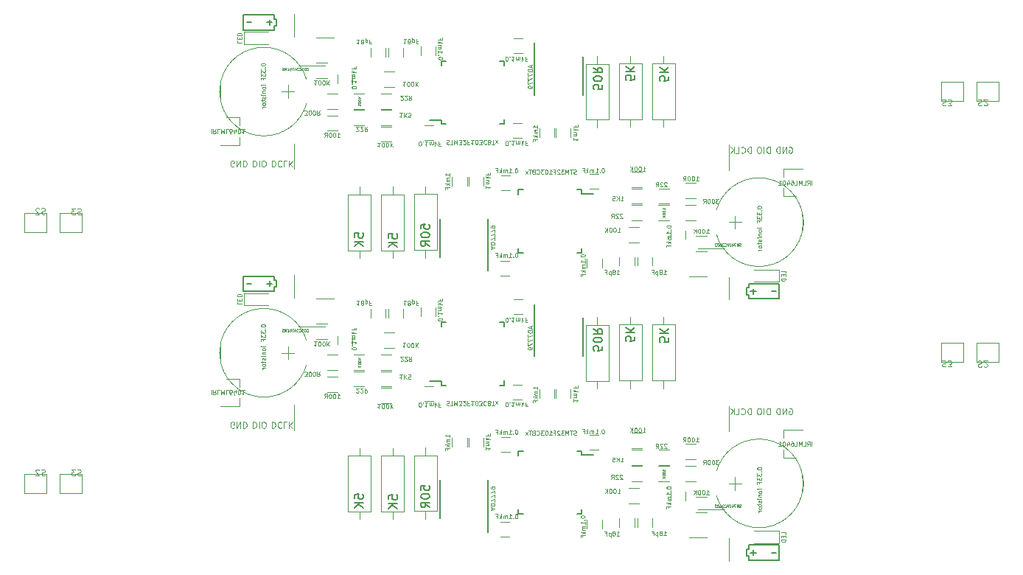
<source format=gbr>
G04 #@! TF.GenerationSoftware,KiCad,Pcbnew,5.0.2+dfsg1-1*
G04 #@! TF.CreationDate,2019-10-24T09:01:44+03:00*
G04 #@! TF.ProjectId,ERG-T-04,4552472d-542d-4303-942e-6b696361645f,rev?*
G04 #@! TF.SameCoordinates,Original*
G04 #@! TF.FileFunction,Legend,Bot*
G04 #@! TF.FilePolarity,Positive*
%FSLAX46Y46*%
G04 Gerber Fmt 4.6, Leading zero omitted, Abs format (unit mm)*
G04 Created by KiCad (PCBNEW 5.0.2+dfsg1-1) date Чт 24 окт 2019 09:01:44*
%MOMM*%
%LPD*%
G01*
G04 APERTURE LIST*
%ADD10C,0.200000*%
%ADD11C,0.100000*%
%ADD12C,0.150000*%
%ADD13C,0.030000*%
%ADD14C,0.120000*%
%ADD15C,0.070000*%
G04 APERTURE END LIST*
D10*
X106490000Y-85650000D02*
X106490000Y-85200000D01*
X106490000Y-85200000D02*
X106490000Y-85600000D01*
X106490000Y-85200000D02*
X106190000Y-85200000D01*
X106190000Y-84400000D02*
X106490000Y-84400000D01*
X106190000Y-85200000D02*
X106190000Y-84400000D01*
X106490000Y-84400000D02*
X106490000Y-83900000D01*
X109590000Y-84800000D02*
X109090000Y-84800000D01*
X106990000Y-85100000D02*
X106990000Y-84500000D01*
X106690000Y-84800000D02*
X107290000Y-84800000D01*
X109990000Y-83900000D02*
X109990000Y-85650000D01*
X106490000Y-83900000D02*
X109990000Y-83900000D01*
X109990000Y-85650000D02*
X106490000Y-85650000D01*
D11*
X104217500Y-85757500D02*
X104217500Y-83157500D01*
X104217500Y-67957500D02*
X104217500Y-70857500D01*
D10*
X51945000Y-53065000D02*
X51945000Y-53515000D01*
X51945000Y-53515000D02*
X51945000Y-53115000D01*
X51945000Y-53515000D02*
X52245000Y-53515000D01*
X52245000Y-54315000D02*
X51945000Y-54315000D01*
X52245000Y-53515000D02*
X52245000Y-54315000D01*
X51945000Y-54315000D02*
X51945000Y-54815000D01*
X48845000Y-53915000D02*
X49345000Y-53915000D01*
X51445000Y-53615000D02*
X51445000Y-54215000D01*
X51745000Y-53915000D02*
X51145000Y-53915000D01*
X48445000Y-54815000D02*
X48445000Y-53065000D01*
X51945000Y-54815000D02*
X48445000Y-54815000D01*
X48445000Y-53065000D02*
X51945000Y-53065000D01*
D11*
X54217500Y-52957500D02*
X54217500Y-55557500D01*
X54217500Y-70757500D02*
X54217500Y-67857500D01*
D10*
X51945000Y-23065000D02*
X51945000Y-23515000D01*
X51945000Y-23515000D02*
X51945000Y-23115000D01*
X51945000Y-23515000D02*
X52245000Y-23515000D01*
X52245000Y-24315000D02*
X51945000Y-24315000D01*
X52245000Y-23515000D02*
X52245000Y-24315000D01*
X51945000Y-24315000D02*
X51945000Y-24815000D01*
X48845000Y-23915000D02*
X49345000Y-23915000D01*
X51445000Y-23615000D02*
X51445000Y-24215000D01*
X51745000Y-23915000D02*
X51145000Y-23915000D01*
X48445000Y-24815000D02*
X48445000Y-23065000D01*
X51945000Y-24815000D02*
X48445000Y-24815000D01*
X48445000Y-23065000D02*
X51945000Y-23065000D01*
D11*
X54217500Y-22957500D02*
X54217500Y-25557500D01*
X54217500Y-40757500D02*
X54217500Y-37857500D01*
X104217500Y-37957500D02*
X104217500Y-40857500D01*
X104217500Y-55757500D02*
X104217500Y-53157500D01*
D10*
X109990000Y-55650000D02*
X106490000Y-55650000D01*
X106490000Y-53900000D02*
X109990000Y-53900000D01*
X109990000Y-53900000D02*
X109990000Y-55650000D01*
X106690000Y-54800000D02*
X107290000Y-54800000D01*
X106990000Y-55100000D02*
X106990000Y-54500000D01*
X109590000Y-54800000D02*
X109090000Y-54800000D01*
X106490000Y-54400000D02*
X106490000Y-53900000D01*
X106190000Y-55200000D02*
X106190000Y-54400000D01*
X106190000Y-54400000D02*
X106490000Y-54400000D01*
X106490000Y-55200000D02*
X106190000Y-55200000D01*
X106490000Y-55200000D02*
X106490000Y-55600000D01*
X106490000Y-55650000D02*
X106490000Y-55200000D01*
D12*
G04 #@! TO.C,U2*
X87410000Y-57855000D02*
X87410000Y-62255000D01*
X81885000Y-56280000D02*
X81885000Y-62255000D01*
D13*
G04 #@! TO.C,R14*
X25777500Y-78007500D02*
X25777500Y-75807500D01*
X23277500Y-78007500D02*
X25777500Y-78007500D01*
X23277500Y-75807500D02*
X23277500Y-78007500D01*
X25777500Y-75807500D02*
X23277500Y-75807500D01*
G04 #@! TO.C,R16*
X29847500Y-77977500D02*
X29847500Y-75777500D01*
X27347500Y-77977500D02*
X29847500Y-77977500D01*
X27347500Y-75777500D02*
X27347500Y-77977500D01*
X29847500Y-75777500D02*
X27347500Y-75777500D01*
D14*
G04 #@! TO.C,C23*
X59217500Y-60907500D02*
X59217500Y-59907500D01*
X60917500Y-59907500D02*
X60917500Y-60907500D01*
G04 #@! TO.C,C21*
X104907500Y-77607500D02*
X104907500Y-76107500D01*
X104157500Y-76857500D02*
X105657500Y-76857500D01*
X112738500Y-77136500D02*
X112738500Y-76578500D01*
X112698500Y-77529500D02*
X112698500Y-76185500D01*
X112658500Y-77770500D02*
X112658500Y-75944500D01*
X112555937Y-75474236D02*
G75*
G02X112556857Y-78237500I-4898437J-1383264D01*
G01*
X112555937Y-75474236D02*
G75*
G03X102758143Y-75477500I-4898437J-1383264D01*
G01*
X112555937Y-78240764D02*
G75*
G02X102758143Y-78237500I-4898437J1383264D01*
G01*
G04 #@! TO.C,R19*
X56817500Y-60297500D02*
X58017500Y-60297500D01*
X58017500Y-58537500D02*
X56817500Y-58537500D01*
G04 #@! TO.C,IC2*
X100657500Y-79857500D02*
X103657500Y-79857500D01*
X99657500Y-83097500D02*
X101657500Y-83097500D01*
G04 #@! TO.C,C20*
X88204000Y-71312000D02*
X89204000Y-71312000D01*
X89204000Y-73012000D02*
X88204000Y-73012000D01*
G04 #@! TO.C,C19*
X89600000Y-81060000D02*
X89600000Y-82060000D01*
X87900000Y-82060000D02*
X87900000Y-81060000D01*
G04 #@! TO.C,C16*
X78950000Y-83010000D02*
X77950000Y-83010000D01*
X77950000Y-81310000D02*
X78950000Y-81310000D01*
G04 #@! TO.C,R7*
X99217500Y-74107500D02*
X100417500Y-74107500D01*
X100417500Y-72347500D02*
X99217500Y-72347500D01*
G04 #@! TO.C,R6*
X100417500Y-74857500D02*
X99217500Y-74857500D01*
X99217500Y-76617500D02*
X100417500Y-76617500D01*
G04 #@! TO.C,R5*
X97317500Y-72977500D02*
X96117500Y-72977500D01*
X96117500Y-74737500D02*
X97317500Y-74737500D01*
G04 #@! TO.C,R4*
X94217500Y-74877500D02*
X93017500Y-74877500D01*
X93017500Y-76637500D02*
X94217500Y-76637500D01*
G04 #@! TO.C,R3*
X93017500Y-74737500D02*
X94217500Y-74737500D01*
X94217500Y-72977500D02*
X93017500Y-72977500D01*
G04 #@! TO.C,R2*
X93017500Y-72837500D02*
X94217500Y-72837500D01*
X94217500Y-71077500D02*
X93017500Y-71077500D01*
G04 #@! TO.C,R1*
X92657500Y-79157500D02*
X93857500Y-79157500D01*
X93857500Y-77397500D02*
X92657500Y-77397500D01*
G04 #@! TO.C,C17*
X72405000Y-72660000D02*
X72405000Y-71660000D01*
X74105000Y-71660000D02*
X74105000Y-72660000D01*
G04 #@! TO.C,C15*
X74305000Y-72660000D02*
X74305000Y-71660000D01*
X76005000Y-71660000D02*
X76005000Y-72660000D01*
G04 #@! TO.C,C7*
X79050000Y-73210000D02*
X78050000Y-73210000D01*
X78050000Y-71510000D02*
X79050000Y-71510000D01*
G04 #@! TO.C,C4*
X93325000Y-80860000D02*
X93325000Y-81860000D01*
X91625000Y-81860000D02*
X91625000Y-80860000D01*
G04 #@! TO.C,C2*
X95375000Y-80860000D02*
X95375000Y-81860000D01*
X93675000Y-81860000D02*
X93675000Y-80860000D01*
G04 #@! TO.C,R13*
X61755000Y-72780000D02*
X61755000Y-73670000D01*
X61755000Y-80980000D02*
X61755000Y-80090000D01*
X63065000Y-73670000D02*
X63065000Y-80090000D01*
X60445000Y-73670000D02*
X63065000Y-73670000D01*
X60445000Y-80090000D02*
X60445000Y-73670000D01*
X63065000Y-80090000D02*
X60445000Y-80090000D01*
G04 #@! TO.C,R11*
X65555000Y-72780000D02*
X65555000Y-73670000D01*
X65555000Y-80980000D02*
X65555000Y-80090000D01*
X66865000Y-73670000D02*
X66865000Y-80090000D01*
X64245000Y-73670000D02*
X66865000Y-73670000D01*
X64245000Y-80090000D02*
X64245000Y-73670000D01*
X66865000Y-80090000D02*
X64245000Y-80090000D01*
G04 #@! TO.C,Q1*
X110482500Y-73887500D02*
X111942500Y-73887500D01*
X110482500Y-70727500D02*
X112642500Y-70727500D01*
X110482500Y-70727500D02*
X110482500Y-71657500D01*
X110482500Y-73887500D02*
X110482500Y-72957500D01*
D12*
G04 #@! TO.C,SPI1-CS1*
X87275000Y-73585000D02*
X88650000Y-73585000D01*
X80025000Y-73135000D02*
X80550000Y-73135000D01*
X80025000Y-80385000D02*
X80550000Y-80385000D01*
X87275000Y-80385000D02*
X86750000Y-80385000D01*
X87275000Y-73135000D02*
X86750000Y-73135000D01*
X87275000Y-80385000D02*
X87275000Y-79860000D01*
X80025000Y-80385000D02*
X80025000Y-79860000D01*
X80025000Y-73135000D02*
X80025000Y-73660000D01*
X87275000Y-73135000D02*
X87275000Y-73585000D01*
D14*
G04 #@! TO.C,D2*
X109917500Y-82307500D02*
X107117500Y-82307500D01*
X109917500Y-83707500D02*
X107117500Y-83707500D01*
X109917500Y-82307500D02*
X109917500Y-83707500D01*
G04 #@! TO.C,R18*
X69355000Y-80940000D02*
X69355000Y-80050000D01*
X69355000Y-72740000D02*
X69355000Y-73630000D01*
X68045000Y-80050000D02*
X68045000Y-73630000D01*
X70665000Y-80050000D02*
X68045000Y-80050000D01*
X70665000Y-73630000D02*
X70665000Y-80050000D01*
X68045000Y-73630000D02*
X70665000Y-73630000D01*
G04 #@! TO.C,R9*
X96107500Y-76617500D02*
X97307500Y-76617500D01*
X97307500Y-74857500D02*
X96107500Y-74857500D01*
G04 #@! TO.C,R19*
X100417500Y-80177500D02*
X101617500Y-80177500D01*
X101617500Y-78417500D02*
X100417500Y-78417500D01*
G04 #@! TO.C,C23*
X97517500Y-78807500D02*
X97517500Y-77807500D01*
X99217500Y-77807500D02*
X99217500Y-78807500D01*
D13*
G04 #@! TO.C,R14*
X132657500Y-62907500D02*
X135157500Y-62907500D01*
X135157500Y-62907500D02*
X135157500Y-60707500D01*
X135157500Y-60707500D02*
X132657500Y-60707500D01*
X132657500Y-60707500D02*
X132657500Y-62907500D01*
G04 #@! TO.C,R16*
X128587500Y-62937500D02*
X131087500Y-62937500D01*
X131087500Y-62937500D02*
X131087500Y-60737500D01*
X131087500Y-60737500D02*
X128587500Y-60737500D01*
X128587500Y-60737500D02*
X128587500Y-62937500D01*
D14*
G04 #@! TO.C,C21*
X45879063Y-60474236D02*
G75*
G02X55676857Y-60477500I4898437J-1383264D01*
G01*
X45879063Y-63240764D02*
G75*
G03X55676857Y-63237500I4898437J1383264D01*
G01*
X45879063Y-63240764D02*
G75*
G02X45878143Y-60477500I4898437J1383264D01*
G01*
X45776500Y-60944500D02*
X45776500Y-62770500D01*
X45736500Y-61185500D02*
X45736500Y-62529500D01*
X45696500Y-61578500D02*
X45696500Y-62136500D01*
X54277500Y-61857500D02*
X52777500Y-61857500D01*
X53527500Y-61107500D02*
X53527500Y-62607500D01*
G04 #@! TO.C,IC2*
X58777500Y-55617500D02*
X56777500Y-55617500D01*
X57777500Y-58857500D02*
X54777500Y-58857500D01*
G04 #@! TO.C,C20*
X69231000Y-65703000D02*
X70231000Y-65703000D01*
X70231000Y-67403000D02*
X69231000Y-67403000D01*
G04 #@! TO.C,C19*
X70535000Y-56655000D02*
X70535000Y-57655000D01*
X68835000Y-57655000D02*
X68835000Y-56655000D01*
G04 #@! TO.C,C16*
X80485000Y-57405000D02*
X79485000Y-57405000D01*
X79485000Y-55705000D02*
X80485000Y-55705000D01*
G04 #@! TO.C,R7*
X58017500Y-66367500D02*
X59217500Y-66367500D01*
X59217500Y-64607500D02*
X58017500Y-64607500D01*
G04 #@! TO.C,R6*
X59217500Y-62097500D02*
X58017500Y-62097500D01*
X58017500Y-63857500D02*
X59217500Y-63857500D01*
G04 #@! TO.C,R5*
X62317500Y-63977500D02*
X61117500Y-63977500D01*
X61117500Y-65737500D02*
X62317500Y-65737500D01*
G04 #@! TO.C,R4*
X65417500Y-62077500D02*
X64217500Y-62077500D01*
X64217500Y-63837500D02*
X65417500Y-63837500D01*
G04 #@! TO.C,R3*
X64217500Y-65737500D02*
X65417500Y-65737500D01*
X65417500Y-63977500D02*
X64217500Y-63977500D01*
G04 #@! TO.C,R2*
X64217500Y-67637500D02*
X65417500Y-67637500D01*
X65417500Y-65877500D02*
X64217500Y-65877500D01*
G04 #@! TO.C,R1*
X64577500Y-61317500D02*
X65777500Y-61317500D01*
X65777500Y-59557500D02*
X64577500Y-59557500D01*
G04 #@! TO.C,C17*
X84330000Y-67055000D02*
X84330000Y-66055000D01*
X86030000Y-66055000D02*
X86030000Y-67055000D01*
G04 #@! TO.C,C15*
X82430000Y-67055000D02*
X82430000Y-66055000D01*
X84130000Y-66055000D02*
X84130000Y-67055000D01*
G04 #@! TO.C,C7*
X80385000Y-67205000D02*
X79385000Y-67205000D01*
X79385000Y-65505000D02*
X80385000Y-65505000D01*
G04 #@! TO.C,C4*
X66810000Y-56855000D02*
X66810000Y-57855000D01*
X65110000Y-57855000D02*
X65110000Y-56855000D01*
G04 #@! TO.C,C2*
X64760000Y-56855000D02*
X64760000Y-57855000D01*
X63060000Y-57855000D02*
X63060000Y-56855000D01*
G04 #@! TO.C,R13*
X95370000Y-58625000D02*
X97990000Y-58625000D01*
X97990000Y-58625000D02*
X97990000Y-65045000D01*
X97990000Y-65045000D02*
X95370000Y-65045000D01*
X95370000Y-65045000D02*
X95370000Y-58625000D01*
X96680000Y-57735000D02*
X96680000Y-58625000D01*
X96680000Y-65935000D02*
X96680000Y-65045000D01*
G04 #@! TO.C,R11*
X91570000Y-58625000D02*
X94190000Y-58625000D01*
X94190000Y-58625000D02*
X94190000Y-65045000D01*
X94190000Y-65045000D02*
X91570000Y-65045000D01*
X91570000Y-65045000D02*
X91570000Y-58625000D01*
X92880000Y-57735000D02*
X92880000Y-58625000D01*
X92880000Y-65935000D02*
X92880000Y-65045000D01*
G04 #@! TO.C,D2*
X48517500Y-56407500D02*
X48517500Y-55007500D01*
X48517500Y-55007500D02*
X51317500Y-55007500D01*
X48517500Y-56407500D02*
X51317500Y-56407500D01*
G04 #@! TO.C,R18*
X90390000Y-65085000D02*
X87770000Y-65085000D01*
X87770000Y-65085000D02*
X87770000Y-58665000D01*
X87770000Y-58665000D02*
X90390000Y-58665000D01*
X90390000Y-58665000D02*
X90390000Y-65085000D01*
X89080000Y-65975000D02*
X89080000Y-65085000D01*
X89080000Y-57775000D02*
X89080000Y-58665000D01*
G04 #@! TO.C,R9*
X61127500Y-63857500D02*
X62327500Y-63857500D01*
X62327500Y-62097500D02*
X61127500Y-62097500D01*
G04 #@! TO.C,Q1*
X47952500Y-64827500D02*
X47952500Y-65757500D01*
X47952500Y-67987500D02*
X47952500Y-67057500D01*
X47952500Y-67987500D02*
X45792500Y-67987500D01*
X47952500Y-64827500D02*
X46492500Y-64827500D01*
D12*
G04 #@! TO.C,SPI1-CS1*
X71160000Y-65580000D02*
X71160000Y-65130000D01*
X78410000Y-65580000D02*
X78410000Y-65055000D01*
X78410000Y-58330000D02*
X78410000Y-58855000D01*
X71160000Y-58330000D02*
X71160000Y-58855000D01*
X71160000Y-65580000D02*
X71685000Y-65580000D01*
X71160000Y-58330000D02*
X71685000Y-58330000D01*
X78410000Y-58330000D02*
X77885000Y-58330000D01*
X78410000Y-65580000D02*
X77885000Y-65580000D01*
X71160000Y-65130000D02*
X69785000Y-65130000D01*
G04 #@! TO.C,U2*
X76550000Y-82435000D02*
X76550000Y-76460000D01*
X71025000Y-80860000D02*
X71025000Y-76460000D01*
D13*
G04 #@! TO.C,R14*
X132657500Y-30707500D02*
X132657500Y-32907500D01*
X135157500Y-30707500D02*
X132657500Y-30707500D01*
X135157500Y-32907500D02*
X135157500Y-30707500D01*
X132657500Y-32907500D02*
X135157500Y-32907500D01*
G04 #@! TO.C,R16*
X128587500Y-30737500D02*
X128587500Y-32937500D01*
X131087500Y-30737500D02*
X128587500Y-30737500D01*
X131087500Y-32937500D02*
X131087500Y-30737500D01*
X128587500Y-32937500D02*
X131087500Y-32937500D01*
D14*
G04 #@! TO.C,C21*
X53527500Y-31107500D02*
X53527500Y-32607500D01*
X54277500Y-31857500D02*
X52777500Y-31857500D01*
X45696500Y-31578500D02*
X45696500Y-32136500D01*
X45736500Y-31185500D02*
X45736500Y-32529500D01*
X45776500Y-30944500D02*
X45776500Y-32770500D01*
X45879063Y-33240764D02*
G75*
G02X45878143Y-30477500I4898437J1383264D01*
G01*
X45879063Y-33240764D02*
G75*
G03X55676857Y-33237500I4898437J1383264D01*
G01*
X45879063Y-30474236D02*
G75*
G02X55676857Y-30477500I4898437J-1383264D01*
G01*
G04 #@! TO.C,IC2*
X57777500Y-28857500D02*
X54777500Y-28857500D01*
X58777500Y-25617500D02*
X56777500Y-25617500D01*
G04 #@! TO.C,C20*
X70231000Y-37403000D02*
X69231000Y-37403000D01*
X69231000Y-35703000D02*
X70231000Y-35703000D01*
G04 #@! TO.C,C19*
X68835000Y-27655000D02*
X68835000Y-26655000D01*
X70535000Y-26655000D02*
X70535000Y-27655000D01*
G04 #@! TO.C,C16*
X79485000Y-25705000D02*
X80485000Y-25705000D01*
X80485000Y-27405000D02*
X79485000Y-27405000D01*
G04 #@! TO.C,R7*
X59217500Y-34607500D02*
X58017500Y-34607500D01*
X58017500Y-36367500D02*
X59217500Y-36367500D01*
G04 #@! TO.C,R6*
X58017500Y-33857500D02*
X59217500Y-33857500D01*
X59217500Y-32097500D02*
X58017500Y-32097500D01*
G04 #@! TO.C,R5*
X61117500Y-35737500D02*
X62317500Y-35737500D01*
X62317500Y-33977500D02*
X61117500Y-33977500D01*
G04 #@! TO.C,R4*
X64217500Y-33837500D02*
X65417500Y-33837500D01*
X65417500Y-32077500D02*
X64217500Y-32077500D01*
G04 #@! TO.C,R3*
X65417500Y-33977500D02*
X64217500Y-33977500D01*
X64217500Y-35737500D02*
X65417500Y-35737500D01*
G04 #@! TO.C,R2*
X65417500Y-35877500D02*
X64217500Y-35877500D01*
X64217500Y-37637500D02*
X65417500Y-37637500D01*
G04 #@! TO.C,R1*
X65777500Y-29557500D02*
X64577500Y-29557500D01*
X64577500Y-31317500D02*
X65777500Y-31317500D01*
G04 #@! TO.C,C17*
X86030000Y-36055000D02*
X86030000Y-37055000D01*
X84330000Y-37055000D02*
X84330000Y-36055000D01*
G04 #@! TO.C,C15*
X84130000Y-36055000D02*
X84130000Y-37055000D01*
X82430000Y-37055000D02*
X82430000Y-36055000D01*
G04 #@! TO.C,C7*
X79385000Y-35505000D02*
X80385000Y-35505000D01*
X80385000Y-37205000D02*
X79385000Y-37205000D01*
G04 #@! TO.C,C4*
X65110000Y-27855000D02*
X65110000Y-26855000D01*
X66810000Y-26855000D02*
X66810000Y-27855000D01*
G04 #@! TO.C,C2*
X63060000Y-27855000D02*
X63060000Y-26855000D01*
X64760000Y-26855000D02*
X64760000Y-27855000D01*
G04 #@! TO.C,R13*
X96680000Y-35935000D02*
X96680000Y-35045000D01*
X96680000Y-27735000D02*
X96680000Y-28625000D01*
X95370000Y-35045000D02*
X95370000Y-28625000D01*
X97990000Y-35045000D02*
X95370000Y-35045000D01*
X97990000Y-28625000D02*
X97990000Y-35045000D01*
X95370000Y-28625000D02*
X97990000Y-28625000D01*
G04 #@! TO.C,R11*
X92880000Y-35935000D02*
X92880000Y-35045000D01*
X92880000Y-27735000D02*
X92880000Y-28625000D01*
X91570000Y-35045000D02*
X91570000Y-28625000D01*
X94190000Y-35045000D02*
X91570000Y-35045000D01*
X94190000Y-28625000D02*
X94190000Y-35045000D01*
X91570000Y-28625000D02*
X94190000Y-28625000D01*
G04 #@! TO.C,Q1*
X47952500Y-34827500D02*
X46492500Y-34827500D01*
X47952500Y-37987500D02*
X45792500Y-37987500D01*
X47952500Y-37987500D02*
X47952500Y-37057500D01*
X47952500Y-34827500D02*
X47952500Y-35757500D01*
D12*
G04 #@! TO.C,SPI1-CS1*
X71160000Y-35130000D02*
X69785000Y-35130000D01*
X78410000Y-35580000D02*
X77885000Y-35580000D01*
X78410000Y-28330000D02*
X77885000Y-28330000D01*
X71160000Y-28330000D02*
X71685000Y-28330000D01*
X71160000Y-35580000D02*
X71685000Y-35580000D01*
X71160000Y-28330000D02*
X71160000Y-28855000D01*
X78410000Y-28330000D02*
X78410000Y-28855000D01*
X78410000Y-35580000D02*
X78410000Y-35055000D01*
X71160000Y-35580000D02*
X71160000Y-35130000D01*
D14*
G04 #@! TO.C,D2*
X48517500Y-26407500D02*
X51317500Y-26407500D01*
X48517500Y-25007500D02*
X51317500Y-25007500D01*
X48517500Y-26407500D02*
X48517500Y-25007500D01*
G04 #@! TO.C,R18*
X89080000Y-27775000D02*
X89080000Y-28665000D01*
X89080000Y-35975000D02*
X89080000Y-35085000D01*
X90390000Y-28665000D02*
X90390000Y-35085000D01*
X87770000Y-28665000D02*
X90390000Y-28665000D01*
X87770000Y-35085000D02*
X87770000Y-28665000D01*
X90390000Y-35085000D02*
X87770000Y-35085000D01*
G04 #@! TO.C,R9*
X62327500Y-32097500D02*
X61127500Y-32097500D01*
X61127500Y-33857500D02*
X62327500Y-33857500D01*
G04 #@! TO.C,R19*
X58017500Y-28537500D02*
X56817500Y-28537500D01*
X56817500Y-30297500D02*
X58017500Y-30297500D01*
G04 #@! TO.C,C23*
X60917500Y-29907500D02*
X60917500Y-30907500D01*
X59217500Y-30907500D02*
X59217500Y-29907500D01*
D12*
G04 #@! TO.C,U2*
X81885000Y-26280000D02*
X81885000Y-32255000D01*
X87410000Y-27855000D02*
X87410000Y-32255000D01*
D13*
G04 #@! TO.C,R14*
X25777500Y-45807500D02*
X23277500Y-45807500D01*
X23277500Y-45807500D02*
X23277500Y-48007500D01*
X23277500Y-48007500D02*
X25777500Y-48007500D01*
X25777500Y-48007500D02*
X25777500Y-45807500D01*
G04 #@! TO.C,R16*
X29847500Y-45777500D02*
X27347500Y-45777500D01*
X27347500Y-45777500D02*
X27347500Y-47977500D01*
X27347500Y-47977500D02*
X29847500Y-47977500D01*
X29847500Y-47977500D02*
X29847500Y-45777500D01*
D14*
G04 #@! TO.C,C21*
X112555937Y-48240764D02*
G75*
G02X102758143Y-48237500I-4898437J1383264D01*
G01*
X112555937Y-45474236D02*
G75*
G03X102758143Y-45477500I-4898437J-1383264D01*
G01*
X112555937Y-45474236D02*
G75*
G02X112556857Y-48237500I-4898437J-1383264D01*
G01*
X112658500Y-47770500D02*
X112658500Y-45944500D01*
X112698500Y-47529500D02*
X112698500Y-46185500D01*
X112738500Y-47136500D02*
X112738500Y-46578500D01*
X104157500Y-46857500D02*
X105657500Y-46857500D01*
X104907500Y-47607500D02*
X104907500Y-46107500D01*
D12*
G04 #@! TO.C,U2*
X71025000Y-50860000D02*
X71025000Y-46460000D01*
X76550000Y-52435000D02*
X76550000Y-46460000D01*
D14*
G04 #@! TO.C,IC2*
X99657500Y-53097500D02*
X101657500Y-53097500D01*
X100657500Y-49857500D02*
X103657500Y-49857500D01*
G04 #@! TO.C,R11*
X66865000Y-50090000D02*
X64245000Y-50090000D01*
X64245000Y-50090000D02*
X64245000Y-43670000D01*
X64245000Y-43670000D02*
X66865000Y-43670000D01*
X66865000Y-43670000D02*
X66865000Y-50090000D01*
X65555000Y-50980000D02*
X65555000Y-50090000D01*
X65555000Y-42780000D02*
X65555000Y-43670000D01*
G04 #@! TO.C,R13*
X63065000Y-50090000D02*
X60445000Y-50090000D01*
X60445000Y-50090000D02*
X60445000Y-43670000D01*
X60445000Y-43670000D02*
X63065000Y-43670000D01*
X63065000Y-43670000D02*
X63065000Y-50090000D01*
X61755000Y-50980000D02*
X61755000Y-50090000D01*
X61755000Y-42780000D02*
X61755000Y-43670000D01*
G04 #@! TO.C,C2*
X93675000Y-51860000D02*
X93675000Y-50860000D01*
X95375000Y-50860000D02*
X95375000Y-51860000D01*
G04 #@! TO.C,C4*
X91625000Y-51860000D02*
X91625000Y-50860000D01*
X93325000Y-50860000D02*
X93325000Y-51860000D01*
G04 #@! TO.C,C7*
X78050000Y-41510000D02*
X79050000Y-41510000D01*
X79050000Y-43210000D02*
X78050000Y-43210000D01*
G04 #@! TO.C,C15*
X76005000Y-41660000D02*
X76005000Y-42660000D01*
X74305000Y-42660000D02*
X74305000Y-41660000D01*
G04 #@! TO.C,C17*
X74105000Y-41660000D02*
X74105000Y-42660000D01*
X72405000Y-42660000D02*
X72405000Y-41660000D01*
G04 #@! TO.C,R1*
X93857500Y-47397500D02*
X92657500Y-47397500D01*
X92657500Y-49157500D02*
X93857500Y-49157500D01*
G04 #@! TO.C,R2*
X94217500Y-41077500D02*
X93017500Y-41077500D01*
X93017500Y-42837500D02*
X94217500Y-42837500D01*
G04 #@! TO.C,R3*
X94217500Y-42977500D02*
X93017500Y-42977500D01*
X93017500Y-44737500D02*
X94217500Y-44737500D01*
G04 #@! TO.C,R4*
X93017500Y-46637500D02*
X94217500Y-46637500D01*
X94217500Y-44877500D02*
X93017500Y-44877500D01*
G04 #@! TO.C,R5*
X96117500Y-44737500D02*
X97317500Y-44737500D01*
X97317500Y-42977500D02*
X96117500Y-42977500D01*
G04 #@! TO.C,R6*
X99217500Y-46617500D02*
X100417500Y-46617500D01*
X100417500Y-44857500D02*
X99217500Y-44857500D01*
G04 #@! TO.C,R7*
X100417500Y-42347500D02*
X99217500Y-42347500D01*
X99217500Y-44107500D02*
X100417500Y-44107500D01*
G04 #@! TO.C,C16*
X77950000Y-51310000D02*
X78950000Y-51310000D01*
X78950000Y-53010000D02*
X77950000Y-53010000D01*
G04 #@! TO.C,C19*
X87900000Y-52060000D02*
X87900000Y-51060000D01*
X89600000Y-51060000D02*
X89600000Y-52060000D01*
G04 #@! TO.C,C20*
X89204000Y-43012000D02*
X88204000Y-43012000D01*
X88204000Y-41312000D02*
X89204000Y-41312000D01*
G04 #@! TO.C,C23*
X99217500Y-47807500D02*
X99217500Y-48807500D01*
X97517500Y-48807500D02*
X97517500Y-47807500D01*
G04 #@! TO.C,R19*
X101617500Y-48417500D02*
X100417500Y-48417500D01*
X100417500Y-50177500D02*
X101617500Y-50177500D01*
G04 #@! TO.C,R9*
X97307500Y-44857500D02*
X96107500Y-44857500D01*
X96107500Y-46617500D02*
X97307500Y-46617500D01*
G04 #@! TO.C,R18*
X68045000Y-43630000D02*
X70665000Y-43630000D01*
X70665000Y-43630000D02*
X70665000Y-50050000D01*
X70665000Y-50050000D02*
X68045000Y-50050000D01*
X68045000Y-50050000D02*
X68045000Y-43630000D01*
X69355000Y-42740000D02*
X69355000Y-43630000D01*
X69355000Y-50940000D02*
X69355000Y-50050000D01*
G04 #@! TO.C,D2*
X109917500Y-52307500D02*
X109917500Y-53707500D01*
X109917500Y-53707500D02*
X107117500Y-53707500D01*
X109917500Y-52307500D02*
X107117500Y-52307500D01*
D12*
G04 #@! TO.C,SPI1-CS1*
X87275000Y-43135000D02*
X87275000Y-43585000D01*
X80025000Y-43135000D02*
X80025000Y-43660000D01*
X80025000Y-50385000D02*
X80025000Y-49860000D01*
X87275000Y-50385000D02*
X87275000Y-49860000D01*
X87275000Y-43135000D02*
X86750000Y-43135000D01*
X87275000Y-50385000D02*
X86750000Y-50385000D01*
X80025000Y-50385000D02*
X80550000Y-50385000D01*
X80025000Y-43135000D02*
X80550000Y-43135000D01*
X87275000Y-43585000D02*
X88650000Y-43585000D01*
D14*
G04 #@! TO.C,Q1*
X110482500Y-43887500D02*
X110482500Y-42957500D01*
X110482500Y-40727500D02*
X110482500Y-41657500D01*
X110482500Y-40727500D02*
X112642500Y-40727500D01*
X110482500Y-43887500D02*
X111942500Y-43887500D01*
G04 #@! TO.C,U2*
D11*
X81480833Y-58836071D02*
X81480833Y-59074166D01*
X81623690Y-58788452D02*
X81123690Y-58955119D01*
X81623690Y-59121785D01*
X81623690Y-59288452D02*
X81123690Y-59288452D01*
X81123690Y-59407500D01*
X81147500Y-59478928D01*
X81195119Y-59526547D01*
X81242738Y-59550357D01*
X81337976Y-59574166D01*
X81409404Y-59574166D01*
X81504642Y-59550357D01*
X81552261Y-59526547D01*
X81599880Y-59478928D01*
X81623690Y-59407500D01*
X81623690Y-59288452D01*
X81123690Y-59740833D02*
X81123690Y-60074166D01*
X81623690Y-59859880D01*
X81123690Y-60217023D02*
X81123690Y-60550357D01*
X81623690Y-60336071D01*
X81123690Y-60693214D02*
X81123690Y-61026547D01*
X81623690Y-60812261D01*
X81623690Y-61240833D02*
X81623690Y-61336071D01*
X81599880Y-61383690D01*
X81576071Y-61407500D01*
X81504642Y-61455119D01*
X81409404Y-61478928D01*
X81218928Y-61478928D01*
X81171309Y-61455119D01*
X81147500Y-61431309D01*
X81123690Y-61383690D01*
X81123690Y-61288452D01*
X81147500Y-61240833D01*
X81171309Y-61217023D01*
X81218928Y-61193214D01*
X81337976Y-61193214D01*
X81385595Y-61217023D01*
X81409404Y-61240833D01*
X81433214Y-61288452D01*
X81433214Y-61383690D01*
X81409404Y-61431309D01*
X81385595Y-61455119D01*
X81337976Y-61478928D01*
G04 #@! TO.C,R14*
X25625833Y-75915833D02*
X25525833Y-75949166D01*
X25359166Y-75949166D01*
X25292500Y-75915833D01*
X25259166Y-75882500D01*
X25225833Y-75815833D01*
X25225833Y-75749166D01*
X25259166Y-75682500D01*
X25292500Y-75649166D01*
X25359166Y-75615833D01*
X25492500Y-75582500D01*
X25559166Y-75549166D01*
X25592500Y-75515833D01*
X25625833Y-75449166D01*
X25625833Y-75382500D01*
X25592500Y-75315833D01*
X25559166Y-75282500D01*
X25492500Y-75249166D01*
X25325833Y-75249166D01*
X25225833Y-75282500D01*
X24959166Y-75315833D02*
X24925833Y-75282500D01*
X24859166Y-75249166D01*
X24692500Y-75249166D01*
X24625833Y-75282500D01*
X24592500Y-75315833D01*
X24559166Y-75382500D01*
X24559166Y-75449166D01*
X24592500Y-75549166D01*
X24992500Y-75949166D01*
X24559166Y-75949166D01*
G04 #@! TO.C,R16*
X29750833Y-75940833D02*
X29650833Y-75974166D01*
X29484166Y-75974166D01*
X29417500Y-75940833D01*
X29384166Y-75907500D01*
X29350833Y-75840833D01*
X29350833Y-75774166D01*
X29384166Y-75707500D01*
X29417500Y-75674166D01*
X29484166Y-75640833D01*
X29617500Y-75607500D01*
X29684166Y-75574166D01*
X29717500Y-75540833D01*
X29750833Y-75474166D01*
X29750833Y-75407500D01*
X29717500Y-75340833D01*
X29684166Y-75307500D01*
X29617500Y-75274166D01*
X29450833Y-75274166D01*
X29350833Y-75307500D01*
X29117500Y-75274166D02*
X28684166Y-75274166D01*
X28917500Y-75540833D01*
X28817500Y-75540833D01*
X28750833Y-75574166D01*
X28717500Y-75607500D01*
X28684166Y-75674166D01*
X28684166Y-75840833D01*
X28717500Y-75907500D01*
X28750833Y-75940833D01*
X28817500Y-75974166D01*
X29017500Y-75974166D01*
X29084166Y-75940833D01*
X29117500Y-75907500D01*
G04 #@! TO.C,C23*
X61391309Y-61388452D02*
X61391309Y-61340833D01*
X61367500Y-61293214D01*
X61343690Y-61269404D01*
X61296071Y-61245595D01*
X61200833Y-61221785D01*
X61081785Y-61221785D01*
X60986547Y-61245595D01*
X60938928Y-61269404D01*
X60915119Y-61293214D01*
X60891309Y-61340833D01*
X60891309Y-61388452D01*
X60915119Y-61436071D01*
X60938928Y-61459880D01*
X60986547Y-61483690D01*
X61081785Y-61507500D01*
X61200833Y-61507500D01*
X61296071Y-61483690D01*
X61343690Y-61459880D01*
X61367500Y-61436071D01*
X61391309Y-61388452D01*
X60938928Y-61007500D02*
X60915119Y-60983690D01*
X60891309Y-61007500D01*
X60915119Y-61031309D01*
X60938928Y-61007500D01*
X60891309Y-61007500D01*
X60891309Y-60507500D02*
X60891309Y-60793214D01*
X60891309Y-60650357D02*
X61391309Y-60650357D01*
X61319880Y-60697976D01*
X61272261Y-60745595D01*
X61248452Y-60793214D01*
X60891309Y-60293214D02*
X61224642Y-60293214D01*
X61177023Y-60293214D02*
X61200833Y-60269404D01*
X61224642Y-60221785D01*
X61224642Y-60150357D01*
X61200833Y-60102738D01*
X61153214Y-60078928D01*
X60891309Y-60078928D01*
X61153214Y-60078928D02*
X61200833Y-60055119D01*
X61224642Y-60007500D01*
X61224642Y-59936071D01*
X61200833Y-59888452D01*
X61153214Y-59864642D01*
X60891309Y-59864642D01*
X60891309Y-59626547D02*
X61391309Y-59626547D01*
X61081785Y-59578928D02*
X60891309Y-59436071D01*
X61224642Y-59436071D02*
X61034166Y-59626547D01*
X61153214Y-59055119D02*
X61153214Y-59221785D01*
X60891309Y-59221785D02*
X61391309Y-59221785D01*
X61391309Y-58983690D01*
G04 #@! TO.C,C21*
X107443690Y-75117023D02*
X107443690Y-75164642D01*
X107467500Y-75212261D01*
X107491309Y-75236071D01*
X107538928Y-75259880D01*
X107634166Y-75283690D01*
X107753214Y-75283690D01*
X107848452Y-75259880D01*
X107896071Y-75236071D01*
X107919880Y-75212261D01*
X107943690Y-75164642D01*
X107943690Y-75117023D01*
X107919880Y-75069404D01*
X107896071Y-75045595D01*
X107848452Y-75021785D01*
X107753214Y-74997976D01*
X107634166Y-74997976D01*
X107538928Y-75021785D01*
X107491309Y-75045595D01*
X107467500Y-75069404D01*
X107443690Y-75117023D01*
X107896071Y-75497976D02*
X107919880Y-75521785D01*
X107943690Y-75497976D01*
X107919880Y-75474166D01*
X107896071Y-75497976D01*
X107943690Y-75497976D01*
X107443690Y-75688452D02*
X107443690Y-75997976D01*
X107634166Y-75831309D01*
X107634166Y-75902738D01*
X107657976Y-75950357D01*
X107681785Y-75974166D01*
X107729404Y-75997976D01*
X107848452Y-75997976D01*
X107896071Y-75974166D01*
X107919880Y-75950357D01*
X107943690Y-75902738D01*
X107943690Y-75759880D01*
X107919880Y-75712261D01*
X107896071Y-75688452D01*
X107443690Y-76164642D02*
X107443690Y-76474166D01*
X107634166Y-76307500D01*
X107634166Y-76378928D01*
X107657976Y-76426547D01*
X107681785Y-76450357D01*
X107729404Y-76474166D01*
X107848452Y-76474166D01*
X107896071Y-76450357D01*
X107919880Y-76426547D01*
X107943690Y-76378928D01*
X107943690Y-76236071D01*
X107919880Y-76188452D01*
X107896071Y-76164642D01*
X107681785Y-76855119D02*
X107681785Y-76688452D01*
X107943690Y-76688452D02*
X107443690Y-76688452D01*
X107443690Y-76926547D01*
X107943690Y-77497976D02*
X107610357Y-77497976D01*
X107443690Y-77497976D02*
X107467500Y-77474166D01*
X107491309Y-77497976D01*
X107467500Y-77521785D01*
X107443690Y-77497976D01*
X107491309Y-77497976D01*
X107943690Y-77807500D02*
X107919880Y-77759880D01*
X107896071Y-77736071D01*
X107848452Y-77712261D01*
X107705595Y-77712261D01*
X107657976Y-77736071D01*
X107634166Y-77759880D01*
X107610357Y-77807500D01*
X107610357Y-77878928D01*
X107634166Y-77926547D01*
X107657976Y-77950357D01*
X107705595Y-77974166D01*
X107848452Y-77974166D01*
X107896071Y-77950357D01*
X107919880Y-77926547D01*
X107943690Y-77878928D01*
X107943690Y-77807500D01*
X107610357Y-78188452D02*
X107943690Y-78188452D01*
X107657976Y-78188452D02*
X107634166Y-78212261D01*
X107610357Y-78259880D01*
X107610357Y-78331309D01*
X107634166Y-78378928D01*
X107681785Y-78402738D01*
X107943690Y-78402738D01*
X107943690Y-78640833D02*
X107610357Y-78640833D01*
X107443690Y-78640833D02*
X107467500Y-78617023D01*
X107491309Y-78640833D01*
X107467500Y-78664642D01*
X107443690Y-78640833D01*
X107491309Y-78640833D01*
X107919880Y-78855119D02*
X107943690Y-78902738D01*
X107943690Y-78997976D01*
X107919880Y-79045595D01*
X107872261Y-79069404D01*
X107848452Y-79069404D01*
X107800833Y-79045595D01*
X107777023Y-78997976D01*
X107777023Y-78926547D01*
X107753214Y-78878928D01*
X107705595Y-78855119D01*
X107681785Y-78855119D01*
X107634166Y-78878928D01*
X107610357Y-78926547D01*
X107610357Y-78997976D01*
X107634166Y-79045595D01*
X107610357Y-79212261D02*
X107610357Y-79402738D01*
X107443690Y-79283690D02*
X107872261Y-79283690D01*
X107919880Y-79307500D01*
X107943690Y-79355119D01*
X107943690Y-79402738D01*
X107943690Y-79640833D02*
X107919880Y-79593214D01*
X107896071Y-79569404D01*
X107848452Y-79545595D01*
X107705595Y-79545595D01*
X107657976Y-79569404D01*
X107634166Y-79593214D01*
X107610357Y-79640833D01*
X107610357Y-79712261D01*
X107634166Y-79759880D01*
X107657976Y-79783690D01*
X107705595Y-79807500D01*
X107848452Y-79807500D01*
X107896071Y-79783690D01*
X107919880Y-79759880D01*
X107943690Y-79712261D01*
X107943690Y-79640833D01*
X107943690Y-80021785D02*
X107610357Y-80021785D01*
X107705595Y-80021785D02*
X107657976Y-80045595D01*
X107634166Y-80069404D01*
X107610357Y-80117023D01*
X107610357Y-80164642D01*
G04 #@! TO.C,R19*
X56834166Y-60581309D02*
X56548452Y-60581309D01*
X56691309Y-60581309D02*
X56691309Y-61081309D01*
X56643690Y-61009880D01*
X56596071Y-60962261D01*
X56548452Y-60938452D01*
X57143690Y-61081309D02*
X57191309Y-61081309D01*
X57238928Y-61057500D01*
X57262738Y-61033690D01*
X57286547Y-60986071D01*
X57310357Y-60890833D01*
X57310357Y-60771785D01*
X57286547Y-60676547D01*
X57262738Y-60628928D01*
X57238928Y-60605119D01*
X57191309Y-60581309D01*
X57143690Y-60581309D01*
X57096071Y-60605119D01*
X57072261Y-60628928D01*
X57048452Y-60676547D01*
X57024642Y-60771785D01*
X57024642Y-60890833D01*
X57048452Y-60986071D01*
X57072261Y-61033690D01*
X57096071Y-61057500D01*
X57143690Y-61081309D01*
X57619880Y-61081309D02*
X57667500Y-61081309D01*
X57715119Y-61057500D01*
X57738928Y-61033690D01*
X57762738Y-60986071D01*
X57786547Y-60890833D01*
X57786547Y-60771785D01*
X57762738Y-60676547D01*
X57738928Y-60628928D01*
X57715119Y-60605119D01*
X57667500Y-60581309D01*
X57619880Y-60581309D01*
X57572261Y-60605119D01*
X57548452Y-60628928D01*
X57524642Y-60676547D01*
X57500833Y-60771785D01*
X57500833Y-60890833D01*
X57524642Y-60986071D01*
X57548452Y-61033690D01*
X57572261Y-61057500D01*
X57619880Y-61081309D01*
X58000833Y-60581309D02*
X58000833Y-61081309D01*
X58286547Y-60581309D02*
X58072261Y-60867023D01*
X58286547Y-61081309D02*
X58000833Y-60795595D01*
G04 #@! TO.C,IC2*
D15*
X105574642Y-79578928D02*
X105531785Y-79593214D01*
X105460357Y-79593214D01*
X105431785Y-79578928D01*
X105417500Y-79564642D01*
X105403214Y-79536071D01*
X105403214Y-79507500D01*
X105417500Y-79478928D01*
X105431785Y-79464642D01*
X105460357Y-79450357D01*
X105517500Y-79436071D01*
X105546071Y-79421785D01*
X105560357Y-79407500D01*
X105574642Y-79378928D01*
X105574642Y-79350357D01*
X105560357Y-79321785D01*
X105546071Y-79307500D01*
X105517500Y-79293214D01*
X105446071Y-79293214D01*
X105403214Y-79307500D01*
X105274642Y-79593214D02*
X105274642Y-79293214D01*
X105103214Y-79593214D01*
X105103214Y-79293214D01*
X104988928Y-79293214D02*
X104788928Y-79293214D01*
X104917500Y-79593214D01*
X104546071Y-79393214D02*
X104546071Y-79593214D01*
X104617500Y-79278928D02*
X104688928Y-79493214D01*
X104503214Y-79493214D01*
X104246071Y-79593214D02*
X104388928Y-79593214D01*
X104388928Y-79293214D01*
X104188928Y-79293214D02*
X104088928Y-79593214D01*
X103988928Y-79293214D01*
X103717500Y-79564642D02*
X103731785Y-79578928D01*
X103774642Y-79593214D01*
X103803214Y-79593214D01*
X103846071Y-79578928D01*
X103874642Y-79550357D01*
X103888928Y-79521785D01*
X103903214Y-79464642D01*
X103903214Y-79421785D01*
X103888928Y-79364642D01*
X103874642Y-79336071D01*
X103846071Y-79307500D01*
X103803214Y-79293214D01*
X103774642Y-79293214D01*
X103731785Y-79307500D01*
X103717500Y-79321785D01*
X103603214Y-79321785D02*
X103588928Y-79307500D01*
X103560357Y-79293214D01*
X103488928Y-79293214D01*
X103460357Y-79307500D01*
X103446071Y-79321785D01*
X103431785Y-79350357D01*
X103431785Y-79378928D01*
X103446071Y-79421785D01*
X103617500Y-79593214D01*
X103431785Y-79593214D01*
X103146071Y-79307500D02*
X103174642Y-79293214D01*
X103217500Y-79293214D01*
X103260357Y-79307500D01*
X103288928Y-79336071D01*
X103303214Y-79364642D01*
X103317500Y-79421785D01*
X103317500Y-79464642D01*
X103303214Y-79521785D01*
X103288928Y-79550357D01*
X103260357Y-79578928D01*
X103217500Y-79593214D01*
X103188928Y-79593214D01*
X103146071Y-79578928D01*
X103131785Y-79564642D01*
X103131785Y-79464642D01*
X103188928Y-79464642D01*
X102946071Y-79293214D02*
X102917500Y-79293214D01*
X102888928Y-79307500D01*
X102874642Y-79321785D01*
X102860357Y-79350357D01*
X102846071Y-79407500D01*
X102846071Y-79478928D01*
X102860357Y-79536071D01*
X102874642Y-79564642D01*
X102888928Y-79578928D01*
X102917500Y-79593214D01*
X102946071Y-79593214D01*
X102974642Y-79578928D01*
X102988928Y-79564642D01*
X103003214Y-79536071D01*
X103017500Y-79478928D01*
X103017500Y-79407500D01*
X103003214Y-79350357D01*
X102988928Y-79321785D01*
X102974642Y-79307500D01*
X102946071Y-79293214D01*
X102731785Y-79321785D02*
X102717500Y-79307500D01*
X102688928Y-79293214D01*
X102617500Y-79293214D01*
X102588928Y-79307500D01*
X102574642Y-79321785D01*
X102560357Y-79350357D01*
X102560357Y-79378928D01*
X102574642Y-79421785D01*
X102746071Y-79593214D01*
X102560357Y-79593214D01*
G04 #@! TO.C,C20*
D11*
X89745952Y-70636190D02*
X89698333Y-70636190D01*
X89650714Y-70660000D01*
X89626904Y-70683809D01*
X89603095Y-70731428D01*
X89579285Y-70826666D01*
X89579285Y-70945714D01*
X89603095Y-71040952D01*
X89626904Y-71088571D01*
X89650714Y-71112380D01*
X89698333Y-71136190D01*
X89745952Y-71136190D01*
X89793571Y-71112380D01*
X89817380Y-71088571D01*
X89841190Y-71040952D01*
X89865000Y-70945714D01*
X89865000Y-70826666D01*
X89841190Y-70731428D01*
X89817380Y-70683809D01*
X89793571Y-70660000D01*
X89745952Y-70636190D01*
X89365000Y-71088571D02*
X89341190Y-71112380D01*
X89365000Y-71136190D01*
X89388809Y-71112380D01*
X89365000Y-71088571D01*
X89365000Y-71136190D01*
X88865000Y-71136190D02*
X89150714Y-71136190D01*
X89007857Y-71136190D02*
X89007857Y-70636190D01*
X89055476Y-70707619D01*
X89103095Y-70755238D01*
X89150714Y-70779047D01*
X88650714Y-71136190D02*
X88650714Y-70802857D01*
X88650714Y-70850476D02*
X88626904Y-70826666D01*
X88579285Y-70802857D01*
X88507857Y-70802857D01*
X88460238Y-70826666D01*
X88436428Y-70874285D01*
X88436428Y-71136190D01*
X88436428Y-70874285D02*
X88412619Y-70826666D01*
X88365000Y-70802857D01*
X88293571Y-70802857D01*
X88245952Y-70826666D01*
X88222142Y-70874285D01*
X88222142Y-71136190D01*
X87984047Y-71136190D02*
X87984047Y-70636190D01*
X87936428Y-70945714D02*
X87793571Y-71136190D01*
X87793571Y-70802857D02*
X87984047Y-70993333D01*
X87412619Y-70874285D02*
X87579285Y-70874285D01*
X87579285Y-71136190D02*
X87579285Y-70636190D01*
X87341190Y-70636190D01*
G04 #@! TO.C,C19*
X87151190Y-80669047D02*
X87151190Y-80716666D01*
X87175000Y-80764285D01*
X87198809Y-80788095D01*
X87246428Y-80811904D01*
X87341666Y-80835714D01*
X87460714Y-80835714D01*
X87555952Y-80811904D01*
X87603571Y-80788095D01*
X87627380Y-80764285D01*
X87651190Y-80716666D01*
X87651190Y-80669047D01*
X87627380Y-80621428D01*
X87603571Y-80597619D01*
X87555952Y-80573809D01*
X87460714Y-80550000D01*
X87341666Y-80550000D01*
X87246428Y-80573809D01*
X87198809Y-80597619D01*
X87175000Y-80621428D01*
X87151190Y-80669047D01*
X87603571Y-81050000D02*
X87627380Y-81073809D01*
X87651190Y-81050000D01*
X87627380Y-81026190D01*
X87603571Y-81050000D01*
X87651190Y-81050000D01*
X87651190Y-81550000D02*
X87651190Y-81264285D01*
X87651190Y-81407142D02*
X87151190Y-81407142D01*
X87222619Y-81359523D01*
X87270238Y-81311904D01*
X87294047Y-81264285D01*
X87651190Y-81764285D02*
X87317857Y-81764285D01*
X87365476Y-81764285D02*
X87341666Y-81788095D01*
X87317857Y-81835714D01*
X87317857Y-81907142D01*
X87341666Y-81954761D01*
X87389285Y-81978571D01*
X87651190Y-81978571D01*
X87389285Y-81978571D02*
X87341666Y-82002380D01*
X87317857Y-82050000D01*
X87317857Y-82121428D01*
X87341666Y-82169047D01*
X87389285Y-82192857D01*
X87651190Y-82192857D01*
X87651190Y-82430952D02*
X87151190Y-82430952D01*
X87460714Y-82478571D02*
X87651190Y-82621428D01*
X87317857Y-82621428D02*
X87508333Y-82430952D01*
X87389285Y-83002380D02*
X87389285Y-82835714D01*
X87651190Y-82835714D02*
X87151190Y-82835714D01*
X87151190Y-83073809D01*
G04 #@! TO.C,C16*
X79798452Y-80383690D02*
X79750833Y-80383690D01*
X79703214Y-80407500D01*
X79679404Y-80431309D01*
X79655595Y-80478928D01*
X79631785Y-80574166D01*
X79631785Y-80693214D01*
X79655595Y-80788452D01*
X79679404Y-80836071D01*
X79703214Y-80859880D01*
X79750833Y-80883690D01*
X79798452Y-80883690D01*
X79846071Y-80859880D01*
X79869880Y-80836071D01*
X79893690Y-80788452D01*
X79917500Y-80693214D01*
X79917500Y-80574166D01*
X79893690Y-80478928D01*
X79869880Y-80431309D01*
X79846071Y-80407500D01*
X79798452Y-80383690D01*
X79417500Y-80836071D02*
X79393690Y-80859880D01*
X79417500Y-80883690D01*
X79441309Y-80859880D01*
X79417500Y-80836071D01*
X79417500Y-80883690D01*
X78917500Y-80883690D02*
X79203214Y-80883690D01*
X79060357Y-80883690D02*
X79060357Y-80383690D01*
X79107976Y-80455119D01*
X79155595Y-80502738D01*
X79203214Y-80526547D01*
X78703214Y-80883690D02*
X78703214Y-80550357D01*
X78703214Y-80597976D02*
X78679404Y-80574166D01*
X78631785Y-80550357D01*
X78560357Y-80550357D01*
X78512738Y-80574166D01*
X78488928Y-80621785D01*
X78488928Y-80883690D01*
X78488928Y-80621785D02*
X78465119Y-80574166D01*
X78417500Y-80550357D01*
X78346071Y-80550357D01*
X78298452Y-80574166D01*
X78274642Y-80621785D01*
X78274642Y-80883690D01*
X78036547Y-80883690D02*
X78036547Y-80383690D01*
X77988928Y-80693214D02*
X77846071Y-80883690D01*
X77846071Y-80550357D02*
X78036547Y-80740833D01*
X77465119Y-80621785D02*
X77631785Y-80621785D01*
X77631785Y-80883690D02*
X77631785Y-80383690D01*
X77393690Y-80383690D01*
G04 #@! TO.C,R7*
X100400833Y-72083690D02*
X100686547Y-72083690D01*
X100543690Y-72083690D02*
X100543690Y-71583690D01*
X100591309Y-71655119D01*
X100638928Y-71702738D01*
X100686547Y-71726547D01*
X100091309Y-71583690D02*
X100043690Y-71583690D01*
X99996071Y-71607500D01*
X99972261Y-71631309D01*
X99948452Y-71678928D01*
X99924642Y-71774166D01*
X99924642Y-71893214D01*
X99948452Y-71988452D01*
X99972261Y-72036071D01*
X99996071Y-72059880D01*
X100043690Y-72083690D01*
X100091309Y-72083690D01*
X100138928Y-72059880D01*
X100162738Y-72036071D01*
X100186547Y-71988452D01*
X100210357Y-71893214D01*
X100210357Y-71774166D01*
X100186547Y-71678928D01*
X100162738Y-71631309D01*
X100138928Y-71607500D01*
X100091309Y-71583690D01*
X99615119Y-71583690D02*
X99567500Y-71583690D01*
X99519880Y-71607500D01*
X99496071Y-71631309D01*
X99472261Y-71678928D01*
X99448452Y-71774166D01*
X99448452Y-71893214D01*
X99472261Y-71988452D01*
X99496071Y-72036071D01*
X99519880Y-72059880D01*
X99567500Y-72083690D01*
X99615119Y-72083690D01*
X99662738Y-72059880D01*
X99686547Y-72036071D01*
X99710357Y-71988452D01*
X99734166Y-71893214D01*
X99734166Y-71774166D01*
X99710357Y-71678928D01*
X99686547Y-71631309D01*
X99662738Y-71607500D01*
X99615119Y-71583690D01*
X98948452Y-72083690D02*
X99115119Y-71845595D01*
X99234166Y-72083690D02*
X99234166Y-71583690D01*
X99043690Y-71583690D01*
X98996071Y-71607500D01*
X98972261Y-71631309D01*
X98948452Y-71678928D01*
X98948452Y-71750357D01*
X98972261Y-71797976D01*
X98996071Y-71821785D01*
X99043690Y-71845595D01*
X99234166Y-71845595D01*
G04 #@! TO.C,R6*
X103010357Y-74183690D02*
X102700833Y-74183690D01*
X102867500Y-74374166D01*
X102796071Y-74374166D01*
X102748452Y-74397976D01*
X102724642Y-74421785D01*
X102700833Y-74469404D01*
X102700833Y-74588452D01*
X102724642Y-74636071D01*
X102748452Y-74659880D01*
X102796071Y-74683690D01*
X102938928Y-74683690D01*
X102986547Y-74659880D01*
X103010357Y-74636071D01*
X102391309Y-74183690D02*
X102343690Y-74183690D01*
X102296071Y-74207500D01*
X102272261Y-74231309D01*
X102248452Y-74278928D01*
X102224642Y-74374166D01*
X102224642Y-74493214D01*
X102248452Y-74588452D01*
X102272261Y-74636071D01*
X102296071Y-74659880D01*
X102343690Y-74683690D01*
X102391309Y-74683690D01*
X102438928Y-74659880D01*
X102462738Y-74636071D01*
X102486547Y-74588452D01*
X102510357Y-74493214D01*
X102510357Y-74374166D01*
X102486547Y-74278928D01*
X102462738Y-74231309D01*
X102438928Y-74207500D01*
X102391309Y-74183690D01*
X101915119Y-74183690D02*
X101867500Y-74183690D01*
X101819880Y-74207500D01*
X101796071Y-74231309D01*
X101772261Y-74278928D01*
X101748452Y-74374166D01*
X101748452Y-74493214D01*
X101772261Y-74588452D01*
X101796071Y-74636071D01*
X101819880Y-74659880D01*
X101867500Y-74683690D01*
X101915119Y-74683690D01*
X101962738Y-74659880D01*
X101986547Y-74636071D01*
X102010357Y-74588452D01*
X102034166Y-74493214D01*
X102034166Y-74374166D01*
X102010357Y-74278928D01*
X101986547Y-74231309D01*
X101962738Y-74207500D01*
X101915119Y-74183690D01*
X101248452Y-74683690D02*
X101415119Y-74445595D01*
X101534166Y-74683690D02*
X101534166Y-74183690D01*
X101343690Y-74183690D01*
X101296071Y-74207500D01*
X101272261Y-74231309D01*
X101248452Y-74278928D01*
X101248452Y-74350357D01*
X101272261Y-74397976D01*
X101296071Y-74421785D01*
X101343690Y-74445595D01*
X101534166Y-74445595D01*
G04 #@! TO.C,R5*
X97048452Y-72331309D02*
X97024642Y-72307500D01*
X96977023Y-72283690D01*
X96857976Y-72283690D01*
X96810357Y-72307500D01*
X96786547Y-72331309D01*
X96762738Y-72378928D01*
X96762738Y-72426547D01*
X96786547Y-72497976D01*
X97072261Y-72783690D01*
X96762738Y-72783690D01*
X96572261Y-72331309D02*
X96548452Y-72307500D01*
X96500833Y-72283690D01*
X96381785Y-72283690D01*
X96334166Y-72307500D01*
X96310357Y-72331309D01*
X96286547Y-72378928D01*
X96286547Y-72426547D01*
X96310357Y-72497976D01*
X96596071Y-72783690D01*
X96286547Y-72783690D01*
X95786547Y-72783690D02*
X95953214Y-72545595D01*
X96072261Y-72783690D02*
X96072261Y-72283690D01*
X95881785Y-72283690D01*
X95834166Y-72307500D01*
X95810357Y-72331309D01*
X95786547Y-72378928D01*
X95786547Y-72450357D01*
X95810357Y-72497976D01*
X95834166Y-72521785D01*
X95881785Y-72545595D01*
X96072261Y-72545595D01*
G04 #@! TO.C,R4*
X91948452Y-75931309D02*
X91924642Y-75907500D01*
X91877023Y-75883690D01*
X91757976Y-75883690D01*
X91710357Y-75907500D01*
X91686547Y-75931309D01*
X91662738Y-75978928D01*
X91662738Y-76026547D01*
X91686547Y-76097976D01*
X91972261Y-76383690D01*
X91662738Y-76383690D01*
X91472261Y-75931309D02*
X91448452Y-75907500D01*
X91400833Y-75883690D01*
X91281785Y-75883690D01*
X91234166Y-75907500D01*
X91210357Y-75931309D01*
X91186547Y-75978928D01*
X91186547Y-76026547D01*
X91210357Y-76097976D01*
X91496071Y-76383690D01*
X91186547Y-76383690D01*
X90686547Y-76383690D02*
X90853214Y-76145595D01*
X90972261Y-76383690D02*
X90972261Y-75883690D01*
X90781785Y-75883690D01*
X90734166Y-75907500D01*
X90710357Y-75931309D01*
X90686547Y-75978928D01*
X90686547Y-76050357D01*
X90710357Y-76097976D01*
X90734166Y-76121785D01*
X90781785Y-76145595D01*
X90972261Y-76145595D01*
G04 #@! TO.C,R3*
X91762738Y-74383690D02*
X92048452Y-74383690D01*
X91905595Y-74383690D02*
X91905595Y-73883690D01*
X91953214Y-73955119D01*
X92000833Y-74002738D01*
X92048452Y-74026547D01*
X91548452Y-74383690D02*
X91548452Y-73883690D01*
X91262738Y-74383690D02*
X91477023Y-74097976D01*
X91262738Y-73883690D02*
X91548452Y-74169404D01*
X90810357Y-73883690D02*
X91048452Y-73883690D01*
X91072261Y-74121785D01*
X91048452Y-74097976D01*
X91000833Y-74074166D01*
X90881785Y-74074166D01*
X90834166Y-74097976D01*
X90810357Y-74121785D01*
X90786547Y-74169404D01*
X90786547Y-74288452D01*
X90810357Y-74336071D01*
X90834166Y-74359880D01*
X90881785Y-74383690D01*
X91000833Y-74383690D01*
X91048452Y-74359880D01*
X91072261Y-74336071D01*
G04 #@! TO.C,R2*
X94300833Y-70983690D02*
X94586547Y-70983690D01*
X94443690Y-70983690D02*
X94443690Y-70483690D01*
X94491309Y-70555119D01*
X94538928Y-70602738D01*
X94586547Y-70626547D01*
X93991309Y-70483690D02*
X93943690Y-70483690D01*
X93896071Y-70507500D01*
X93872261Y-70531309D01*
X93848452Y-70578928D01*
X93824642Y-70674166D01*
X93824642Y-70793214D01*
X93848452Y-70888452D01*
X93872261Y-70936071D01*
X93896071Y-70959880D01*
X93943690Y-70983690D01*
X93991309Y-70983690D01*
X94038928Y-70959880D01*
X94062738Y-70936071D01*
X94086547Y-70888452D01*
X94110357Y-70793214D01*
X94110357Y-70674166D01*
X94086547Y-70578928D01*
X94062738Y-70531309D01*
X94038928Y-70507500D01*
X93991309Y-70483690D01*
X93515119Y-70483690D02*
X93467500Y-70483690D01*
X93419880Y-70507500D01*
X93396071Y-70531309D01*
X93372261Y-70578928D01*
X93348452Y-70674166D01*
X93348452Y-70793214D01*
X93372261Y-70888452D01*
X93396071Y-70936071D01*
X93419880Y-70959880D01*
X93467500Y-70983690D01*
X93515119Y-70983690D01*
X93562738Y-70959880D01*
X93586547Y-70936071D01*
X93610357Y-70888452D01*
X93634166Y-70793214D01*
X93634166Y-70674166D01*
X93610357Y-70578928D01*
X93586547Y-70531309D01*
X93562738Y-70507500D01*
X93515119Y-70483690D01*
X93134166Y-70983690D02*
X93134166Y-70483690D01*
X92848452Y-70983690D02*
X93062738Y-70697976D01*
X92848452Y-70483690D02*
X93134166Y-70769404D01*
G04 #@! TO.C,R1*
X91400833Y-77983690D02*
X91686547Y-77983690D01*
X91543690Y-77983690D02*
X91543690Y-77483690D01*
X91591309Y-77555119D01*
X91638928Y-77602738D01*
X91686547Y-77626547D01*
X91091309Y-77483690D02*
X91043690Y-77483690D01*
X90996071Y-77507500D01*
X90972261Y-77531309D01*
X90948452Y-77578928D01*
X90924642Y-77674166D01*
X90924642Y-77793214D01*
X90948452Y-77888452D01*
X90972261Y-77936071D01*
X90996071Y-77959880D01*
X91043690Y-77983690D01*
X91091309Y-77983690D01*
X91138928Y-77959880D01*
X91162738Y-77936071D01*
X91186547Y-77888452D01*
X91210357Y-77793214D01*
X91210357Y-77674166D01*
X91186547Y-77578928D01*
X91162738Y-77531309D01*
X91138928Y-77507500D01*
X91091309Y-77483690D01*
X90615119Y-77483690D02*
X90567500Y-77483690D01*
X90519880Y-77507500D01*
X90496071Y-77531309D01*
X90472261Y-77578928D01*
X90448452Y-77674166D01*
X90448452Y-77793214D01*
X90472261Y-77888452D01*
X90496071Y-77936071D01*
X90519880Y-77959880D01*
X90567500Y-77983690D01*
X90615119Y-77983690D01*
X90662738Y-77959880D01*
X90686547Y-77936071D01*
X90710357Y-77888452D01*
X90734166Y-77793214D01*
X90734166Y-77674166D01*
X90710357Y-77578928D01*
X90686547Y-77531309D01*
X90662738Y-77507500D01*
X90615119Y-77483690D01*
X90234166Y-77983690D02*
X90234166Y-77483690D01*
X89948452Y-77983690D02*
X90162738Y-77697976D01*
X89948452Y-77483690D02*
X90234166Y-77769404D01*
G04 #@! TO.C,C17*
X72081190Y-71552857D02*
X72081190Y-71267142D01*
X72081190Y-71410000D02*
X71581190Y-71410000D01*
X71652619Y-71362380D01*
X71700238Y-71314761D01*
X71724047Y-71267142D01*
X72081190Y-71767142D02*
X71747857Y-71767142D01*
X71795476Y-71767142D02*
X71771666Y-71790952D01*
X71747857Y-71838571D01*
X71747857Y-71910000D01*
X71771666Y-71957619D01*
X71819285Y-71981428D01*
X72081190Y-71981428D01*
X71819285Y-71981428D02*
X71771666Y-72005238D01*
X71747857Y-72052857D01*
X71747857Y-72124285D01*
X71771666Y-72171904D01*
X71819285Y-72195714D01*
X72081190Y-72195714D01*
X72081190Y-72433809D02*
X71581190Y-72433809D01*
X71890714Y-72481428D02*
X72081190Y-72624285D01*
X71747857Y-72624285D02*
X71938333Y-72433809D01*
X71819285Y-73005238D02*
X71819285Y-72838571D01*
X72081190Y-72838571D02*
X71581190Y-72838571D01*
X71581190Y-73076666D01*
G04 #@! TO.C,C15*
X76228809Y-72667142D02*
X76228809Y-72952857D01*
X76228809Y-72810000D02*
X76728809Y-72810000D01*
X76657380Y-72857619D01*
X76609761Y-72905238D01*
X76585952Y-72952857D01*
X76228809Y-72452857D02*
X76562142Y-72452857D01*
X76514523Y-72452857D02*
X76538333Y-72429047D01*
X76562142Y-72381428D01*
X76562142Y-72310000D01*
X76538333Y-72262380D01*
X76490714Y-72238571D01*
X76228809Y-72238571D01*
X76490714Y-72238571D02*
X76538333Y-72214761D01*
X76562142Y-72167142D01*
X76562142Y-72095714D01*
X76538333Y-72048095D01*
X76490714Y-72024285D01*
X76228809Y-72024285D01*
X76228809Y-71786190D02*
X76728809Y-71786190D01*
X76419285Y-71738571D02*
X76228809Y-71595714D01*
X76562142Y-71595714D02*
X76371666Y-71786190D01*
X76490714Y-71214761D02*
X76490714Y-71381428D01*
X76228809Y-71381428D02*
X76728809Y-71381428D01*
X76728809Y-71143333D01*
G04 #@! TO.C,C7*
X79785952Y-70686190D02*
X79738333Y-70686190D01*
X79690714Y-70710000D01*
X79666904Y-70733809D01*
X79643095Y-70781428D01*
X79619285Y-70876666D01*
X79619285Y-70995714D01*
X79643095Y-71090952D01*
X79666904Y-71138571D01*
X79690714Y-71162380D01*
X79738333Y-71186190D01*
X79785952Y-71186190D01*
X79833571Y-71162380D01*
X79857380Y-71138571D01*
X79881190Y-71090952D01*
X79905000Y-70995714D01*
X79905000Y-70876666D01*
X79881190Y-70781428D01*
X79857380Y-70733809D01*
X79833571Y-70710000D01*
X79785952Y-70686190D01*
X79405000Y-71138571D02*
X79381190Y-71162380D01*
X79405000Y-71186190D01*
X79428809Y-71162380D01*
X79405000Y-71138571D01*
X79405000Y-71186190D01*
X78905000Y-71186190D02*
X79190714Y-71186190D01*
X79047857Y-71186190D02*
X79047857Y-70686190D01*
X79095476Y-70757619D01*
X79143095Y-70805238D01*
X79190714Y-70829047D01*
X78690714Y-71186190D02*
X78690714Y-70852857D01*
X78690714Y-70900476D02*
X78666904Y-70876666D01*
X78619285Y-70852857D01*
X78547857Y-70852857D01*
X78500238Y-70876666D01*
X78476428Y-70924285D01*
X78476428Y-71186190D01*
X78476428Y-70924285D02*
X78452619Y-70876666D01*
X78405000Y-70852857D01*
X78333571Y-70852857D01*
X78285952Y-70876666D01*
X78262142Y-70924285D01*
X78262142Y-71186190D01*
X78024047Y-71186190D02*
X78024047Y-70686190D01*
X77976428Y-70995714D02*
X77833571Y-71186190D01*
X77833571Y-70852857D02*
X78024047Y-71043333D01*
X77452619Y-70924285D02*
X77619285Y-70924285D01*
X77619285Y-71186190D02*
X77619285Y-70686190D01*
X77381190Y-70686190D01*
G04 #@! TO.C,C4*
X91313214Y-82853690D02*
X91598928Y-82853690D01*
X91456071Y-82853690D02*
X91456071Y-82353690D01*
X91503690Y-82425119D01*
X91551309Y-82472738D01*
X91598928Y-82496547D01*
X91027500Y-82567976D02*
X91075119Y-82544166D01*
X91098928Y-82520357D01*
X91122738Y-82472738D01*
X91122738Y-82448928D01*
X91098928Y-82401309D01*
X91075119Y-82377500D01*
X91027500Y-82353690D01*
X90932261Y-82353690D01*
X90884642Y-82377500D01*
X90860833Y-82401309D01*
X90837023Y-82448928D01*
X90837023Y-82472738D01*
X90860833Y-82520357D01*
X90884642Y-82544166D01*
X90932261Y-82567976D01*
X91027500Y-82567976D01*
X91075119Y-82591785D01*
X91098928Y-82615595D01*
X91122738Y-82663214D01*
X91122738Y-82758452D01*
X91098928Y-82806071D01*
X91075119Y-82829880D01*
X91027500Y-82853690D01*
X90932261Y-82853690D01*
X90884642Y-82829880D01*
X90860833Y-82806071D01*
X90837023Y-82758452D01*
X90837023Y-82663214D01*
X90860833Y-82615595D01*
X90884642Y-82591785D01*
X90932261Y-82567976D01*
X90622738Y-82520357D02*
X90622738Y-83020357D01*
X90622738Y-82544166D02*
X90575119Y-82520357D01*
X90479880Y-82520357D01*
X90432261Y-82544166D01*
X90408452Y-82567976D01*
X90384642Y-82615595D01*
X90384642Y-82758452D01*
X90408452Y-82806071D01*
X90432261Y-82829880D01*
X90479880Y-82853690D01*
X90575119Y-82853690D01*
X90622738Y-82829880D01*
X90003690Y-82591785D02*
X90170357Y-82591785D01*
X90170357Y-82853690D02*
X90170357Y-82353690D01*
X89932261Y-82353690D01*
G04 #@! TO.C,C2*
X96703214Y-82843690D02*
X96988928Y-82843690D01*
X96846071Y-82843690D02*
X96846071Y-82343690D01*
X96893690Y-82415119D01*
X96941309Y-82462738D01*
X96988928Y-82486547D01*
X96417500Y-82557976D02*
X96465119Y-82534166D01*
X96488928Y-82510357D01*
X96512738Y-82462738D01*
X96512738Y-82438928D01*
X96488928Y-82391309D01*
X96465119Y-82367500D01*
X96417500Y-82343690D01*
X96322261Y-82343690D01*
X96274642Y-82367500D01*
X96250833Y-82391309D01*
X96227023Y-82438928D01*
X96227023Y-82462738D01*
X96250833Y-82510357D01*
X96274642Y-82534166D01*
X96322261Y-82557976D01*
X96417500Y-82557976D01*
X96465119Y-82581785D01*
X96488928Y-82605595D01*
X96512738Y-82653214D01*
X96512738Y-82748452D01*
X96488928Y-82796071D01*
X96465119Y-82819880D01*
X96417500Y-82843690D01*
X96322261Y-82843690D01*
X96274642Y-82819880D01*
X96250833Y-82796071D01*
X96227023Y-82748452D01*
X96227023Y-82653214D01*
X96250833Y-82605595D01*
X96274642Y-82581785D01*
X96322261Y-82557976D01*
X96012738Y-82510357D02*
X96012738Y-83010357D01*
X96012738Y-82534166D02*
X95965119Y-82510357D01*
X95869880Y-82510357D01*
X95822261Y-82534166D01*
X95798452Y-82557976D01*
X95774642Y-82605595D01*
X95774642Y-82748452D01*
X95798452Y-82796071D01*
X95822261Y-82819880D01*
X95869880Y-82843690D01*
X95965119Y-82843690D01*
X96012738Y-82819880D01*
X95393690Y-82581785D02*
X95560357Y-82581785D01*
X95560357Y-82843690D02*
X95560357Y-82343690D01*
X95322261Y-82343690D01*
G04 #@! TO.C,R13*
D12*
X61207380Y-78598095D02*
X61207380Y-78121904D01*
X61683571Y-78074285D01*
X61635952Y-78121904D01*
X61588333Y-78217142D01*
X61588333Y-78455238D01*
X61635952Y-78550476D01*
X61683571Y-78598095D01*
X61778809Y-78645714D01*
X62016904Y-78645714D01*
X62112142Y-78598095D01*
X62159761Y-78550476D01*
X62207380Y-78455238D01*
X62207380Y-78217142D01*
X62159761Y-78121904D01*
X62112142Y-78074285D01*
X62207380Y-79074285D02*
X61207380Y-79074285D01*
X62207380Y-79645714D02*
X61635952Y-79217142D01*
X61207380Y-79645714D02*
X61778809Y-79074285D01*
G04 #@! TO.C,R11*
X65107380Y-78698095D02*
X65107380Y-78221904D01*
X65583571Y-78174285D01*
X65535952Y-78221904D01*
X65488333Y-78317142D01*
X65488333Y-78555238D01*
X65535952Y-78650476D01*
X65583571Y-78698095D01*
X65678809Y-78745714D01*
X65916904Y-78745714D01*
X66012142Y-78698095D01*
X66059761Y-78650476D01*
X66107380Y-78555238D01*
X66107380Y-78317142D01*
X66059761Y-78221904D01*
X66012142Y-78174285D01*
X66107380Y-79174285D02*
X65107380Y-79174285D01*
X66107380Y-79745714D02*
X65535952Y-79317142D01*
X65107380Y-79745714D02*
X65678809Y-79174285D01*
G04 #@! TO.C,Q1*
D11*
X113710357Y-72558690D02*
X113710357Y-72058690D01*
X113186547Y-72558690D02*
X113353214Y-72320595D01*
X113472261Y-72558690D02*
X113472261Y-72058690D01*
X113281785Y-72058690D01*
X113234166Y-72082500D01*
X113210357Y-72106309D01*
X113186547Y-72153928D01*
X113186547Y-72225357D01*
X113210357Y-72272976D01*
X113234166Y-72296785D01*
X113281785Y-72320595D01*
X113472261Y-72320595D01*
X112734166Y-72558690D02*
X112972261Y-72558690D01*
X112972261Y-72058690D01*
X112567500Y-72558690D02*
X112567500Y-72058690D01*
X112400833Y-72415833D01*
X112234166Y-72058690D01*
X112234166Y-72558690D01*
X111757976Y-72558690D02*
X111996071Y-72558690D01*
X111996071Y-72058690D01*
X111377023Y-72058690D02*
X111472261Y-72058690D01*
X111519880Y-72082500D01*
X111543690Y-72106309D01*
X111591309Y-72177738D01*
X111615119Y-72272976D01*
X111615119Y-72463452D01*
X111591309Y-72511071D01*
X111567500Y-72534880D01*
X111519880Y-72558690D01*
X111424642Y-72558690D01*
X111377023Y-72534880D01*
X111353214Y-72511071D01*
X111329404Y-72463452D01*
X111329404Y-72344404D01*
X111353214Y-72296785D01*
X111377023Y-72272976D01*
X111424642Y-72249166D01*
X111519880Y-72249166D01*
X111567500Y-72272976D01*
X111591309Y-72296785D01*
X111615119Y-72344404D01*
X110900833Y-72225357D02*
X110900833Y-72558690D01*
X111019880Y-72034880D02*
X111138928Y-72392023D01*
X110829404Y-72392023D01*
X110543690Y-72058690D02*
X110496071Y-72058690D01*
X110448452Y-72082500D01*
X110424642Y-72106309D01*
X110400833Y-72153928D01*
X110377023Y-72249166D01*
X110377023Y-72368214D01*
X110400833Y-72463452D01*
X110424642Y-72511071D01*
X110448452Y-72534880D01*
X110496071Y-72558690D01*
X110543690Y-72558690D01*
X110591309Y-72534880D01*
X110615119Y-72511071D01*
X110638928Y-72463452D01*
X110662738Y-72368214D01*
X110662738Y-72249166D01*
X110638928Y-72153928D01*
X110615119Y-72106309D01*
X110591309Y-72082500D01*
X110543690Y-72058690D01*
X109900833Y-72558690D02*
X110186547Y-72558690D01*
X110043690Y-72558690D02*
X110043690Y-72058690D01*
X110091309Y-72130119D01*
X110138928Y-72177738D01*
X110186547Y-72201547D01*
G04 #@! TO.C,P6*
X111100833Y-68257500D02*
X111167500Y-68224166D01*
X111267500Y-68224166D01*
X111367500Y-68257500D01*
X111434166Y-68324166D01*
X111467500Y-68390833D01*
X111500833Y-68524166D01*
X111500833Y-68624166D01*
X111467500Y-68757500D01*
X111434166Y-68824166D01*
X111367500Y-68890833D01*
X111267500Y-68924166D01*
X111200833Y-68924166D01*
X111100833Y-68890833D01*
X111067500Y-68857500D01*
X111067500Y-68624166D01*
X111200833Y-68624166D01*
X110767500Y-68924166D02*
X110767500Y-68224166D01*
X110367500Y-68924166D01*
X110367500Y-68224166D01*
X110034166Y-68924166D02*
X110034166Y-68224166D01*
X109867500Y-68224166D01*
X109767500Y-68257500D01*
X109700833Y-68324166D01*
X109667500Y-68390833D01*
X109634166Y-68524166D01*
X109634166Y-68624166D01*
X109667500Y-68757500D01*
X109700833Y-68824166D01*
X109767500Y-68890833D01*
X109867500Y-68924166D01*
X110034166Y-68924166D01*
G04 #@! TO.C,P5*
X106734166Y-68924166D02*
X106734166Y-68224166D01*
X106567500Y-68224166D01*
X106467500Y-68257500D01*
X106400833Y-68324166D01*
X106367500Y-68390833D01*
X106334166Y-68524166D01*
X106334166Y-68624166D01*
X106367500Y-68757500D01*
X106400833Y-68824166D01*
X106467500Y-68890833D01*
X106567500Y-68924166D01*
X106734166Y-68924166D01*
X105634166Y-68857500D02*
X105667500Y-68890833D01*
X105767500Y-68924166D01*
X105834166Y-68924166D01*
X105934166Y-68890833D01*
X106000833Y-68824166D01*
X106034166Y-68757500D01*
X106067500Y-68624166D01*
X106067500Y-68524166D01*
X106034166Y-68390833D01*
X106000833Y-68324166D01*
X105934166Y-68257500D01*
X105834166Y-68224166D01*
X105767500Y-68224166D01*
X105667500Y-68257500D01*
X105634166Y-68290833D01*
X105000833Y-68924166D02*
X105334166Y-68924166D01*
X105334166Y-68224166D01*
X104767500Y-68924166D02*
X104767500Y-68224166D01*
X104367500Y-68924166D02*
X104667500Y-68524166D01*
X104367500Y-68224166D02*
X104767500Y-68624166D01*
G04 #@! TO.C,P4*
X108909166Y-68924166D02*
X108909166Y-68224166D01*
X108742500Y-68224166D01*
X108642500Y-68257500D01*
X108575833Y-68324166D01*
X108542500Y-68390833D01*
X108509166Y-68524166D01*
X108509166Y-68624166D01*
X108542500Y-68757500D01*
X108575833Y-68824166D01*
X108642500Y-68890833D01*
X108742500Y-68924166D01*
X108909166Y-68924166D01*
X108209166Y-68924166D02*
X108209166Y-68224166D01*
X107742500Y-68224166D02*
X107609166Y-68224166D01*
X107542500Y-68257500D01*
X107475833Y-68324166D01*
X107442500Y-68457500D01*
X107442500Y-68690833D01*
X107475833Y-68824166D01*
X107542500Y-68890833D01*
X107609166Y-68924166D01*
X107742500Y-68924166D01*
X107809166Y-68890833D01*
X107875833Y-68824166D01*
X107909166Y-68690833D01*
X107909166Y-68457500D01*
X107875833Y-68324166D01*
X107809166Y-68257500D01*
X107742500Y-68224166D01*
G04 #@! TO.C,SPI1-CS1*
X86659166Y-71284880D02*
X86587738Y-71308690D01*
X86468690Y-71308690D01*
X86421071Y-71284880D01*
X86397261Y-71261071D01*
X86373452Y-71213452D01*
X86373452Y-71165833D01*
X86397261Y-71118214D01*
X86421071Y-71094404D01*
X86468690Y-71070595D01*
X86563928Y-71046785D01*
X86611547Y-71022976D01*
X86635357Y-70999166D01*
X86659166Y-70951547D01*
X86659166Y-70903928D01*
X86635357Y-70856309D01*
X86611547Y-70832500D01*
X86563928Y-70808690D01*
X86444880Y-70808690D01*
X86373452Y-70832500D01*
X86230595Y-70808690D02*
X85944880Y-70808690D01*
X86087738Y-71308690D02*
X86087738Y-70808690D01*
X85778214Y-71308690D02*
X85778214Y-70808690D01*
X85611547Y-71165833D01*
X85444880Y-70808690D01*
X85444880Y-71308690D01*
X85254404Y-70808690D02*
X84944880Y-70808690D01*
X85111547Y-70999166D01*
X85040119Y-70999166D01*
X84992500Y-71022976D01*
X84968690Y-71046785D01*
X84944880Y-71094404D01*
X84944880Y-71213452D01*
X84968690Y-71261071D01*
X84992500Y-71284880D01*
X85040119Y-71308690D01*
X85182976Y-71308690D01*
X85230595Y-71284880D01*
X85254404Y-71261071D01*
X84754404Y-70856309D02*
X84730595Y-70832500D01*
X84682976Y-70808690D01*
X84563928Y-70808690D01*
X84516309Y-70832500D01*
X84492500Y-70856309D01*
X84468690Y-70903928D01*
X84468690Y-70951547D01*
X84492500Y-71022976D01*
X84778214Y-71308690D01*
X84468690Y-71308690D01*
X84087738Y-71046785D02*
X84254404Y-71046785D01*
X84254404Y-71308690D02*
X84254404Y-70808690D01*
X84016309Y-70808690D01*
X83563928Y-71308690D02*
X83849642Y-71308690D01*
X83706785Y-71308690D02*
X83706785Y-70808690D01*
X83754404Y-70880119D01*
X83802023Y-70927738D01*
X83849642Y-70951547D01*
X83254404Y-70808690D02*
X83206785Y-70808690D01*
X83159166Y-70832500D01*
X83135357Y-70856309D01*
X83111547Y-70903928D01*
X83087738Y-70999166D01*
X83087738Y-71118214D01*
X83111547Y-71213452D01*
X83135357Y-71261071D01*
X83159166Y-71284880D01*
X83206785Y-71308690D01*
X83254404Y-71308690D01*
X83302023Y-71284880D01*
X83325833Y-71261071D01*
X83349642Y-71213452D01*
X83373452Y-71118214D01*
X83373452Y-70999166D01*
X83349642Y-70903928D01*
X83325833Y-70856309D01*
X83302023Y-70832500D01*
X83254404Y-70808690D01*
X82921071Y-70808690D02*
X82611547Y-70808690D01*
X82778214Y-70999166D01*
X82706785Y-70999166D01*
X82659166Y-71022976D01*
X82635357Y-71046785D01*
X82611547Y-71094404D01*
X82611547Y-71213452D01*
X82635357Y-71261071D01*
X82659166Y-71284880D01*
X82706785Y-71308690D01*
X82849642Y-71308690D01*
X82897261Y-71284880D01*
X82921071Y-71261071D01*
X82111547Y-71261071D02*
X82135357Y-71284880D01*
X82206785Y-71308690D01*
X82254404Y-71308690D01*
X82325833Y-71284880D01*
X82373452Y-71237261D01*
X82397261Y-71189642D01*
X82421071Y-71094404D01*
X82421071Y-71022976D01*
X82397261Y-70927738D01*
X82373452Y-70880119D01*
X82325833Y-70832500D01*
X82254404Y-70808690D01*
X82206785Y-70808690D01*
X82135357Y-70832500D01*
X82111547Y-70856309D01*
X81730595Y-71046785D02*
X81659166Y-71070595D01*
X81635357Y-71094404D01*
X81611547Y-71142023D01*
X81611547Y-71213452D01*
X81635357Y-71261071D01*
X81659166Y-71284880D01*
X81706785Y-71308690D01*
X81897261Y-71308690D01*
X81897261Y-70808690D01*
X81730595Y-70808690D01*
X81682976Y-70832500D01*
X81659166Y-70856309D01*
X81635357Y-70903928D01*
X81635357Y-70951547D01*
X81659166Y-70999166D01*
X81682976Y-71022976D01*
X81730595Y-71046785D01*
X81897261Y-71046785D01*
X81468690Y-70808690D02*
X81182976Y-70808690D01*
X81325833Y-71308690D02*
X81325833Y-70808690D01*
X81063928Y-71308690D02*
X80802023Y-70975357D01*
X81063928Y-70975357D02*
X80802023Y-71308690D01*
G04 #@! TO.C,D2*
X110693690Y-82696071D02*
X110693690Y-82457976D01*
X110193690Y-82457976D01*
X110431785Y-82862738D02*
X110431785Y-83029404D01*
X110693690Y-83100833D02*
X110693690Y-82862738D01*
X110193690Y-82862738D01*
X110193690Y-83100833D01*
X110693690Y-83315119D02*
X110193690Y-83315119D01*
X110193690Y-83434166D01*
X110217500Y-83505595D01*
X110265119Y-83553214D01*
X110312738Y-83577023D01*
X110407976Y-83600833D01*
X110479404Y-83600833D01*
X110574642Y-83577023D01*
X110622261Y-83553214D01*
X110669880Y-83505595D01*
X110693690Y-83434166D01*
X110693690Y-83315119D01*
G04 #@! TO.C,R18*
D12*
X68807380Y-77621904D02*
X68807380Y-77145714D01*
X69283571Y-77098095D01*
X69235952Y-77145714D01*
X69188333Y-77240952D01*
X69188333Y-77479047D01*
X69235952Y-77574285D01*
X69283571Y-77621904D01*
X69378809Y-77669523D01*
X69616904Y-77669523D01*
X69712142Y-77621904D01*
X69759761Y-77574285D01*
X69807380Y-77479047D01*
X69807380Y-77240952D01*
X69759761Y-77145714D01*
X69712142Y-77098095D01*
X68807380Y-78288571D02*
X68807380Y-78383809D01*
X68855000Y-78479047D01*
X68902619Y-78526666D01*
X68997857Y-78574285D01*
X69188333Y-78621904D01*
X69426428Y-78621904D01*
X69616904Y-78574285D01*
X69712142Y-78526666D01*
X69759761Y-78479047D01*
X69807380Y-78383809D01*
X69807380Y-78288571D01*
X69759761Y-78193333D01*
X69712142Y-78145714D01*
X69616904Y-78098095D01*
X69426428Y-78050476D01*
X69188333Y-78050476D01*
X68997857Y-78098095D01*
X68902619Y-78145714D01*
X68855000Y-78193333D01*
X68807380Y-78288571D01*
X69807380Y-79621904D02*
X69331190Y-79288571D01*
X69807380Y-79050476D02*
X68807380Y-79050476D01*
X68807380Y-79431428D01*
X68855000Y-79526666D01*
X68902619Y-79574285D01*
X68997857Y-79621904D01*
X69140714Y-79621904D01*
X69235952Y-79574285D01*
X69283571Y-79526666D01*
X69331190Y-79431428D01*
X69331190Y-79050476D01*
G04 #@! TO.C,R9*
D15*
X96853214Y-75407500D02*
X96853214Y-75236071D01*
X96853214Y-75321785D02*
X96553214Y-75321785D01*
X96596071Y-75293214D01*
X96624642Y-75264642D01*
X96638928Y-75236071D01*
X96553214Y-75593214D02*
X96553214Y-75621785D01*
X96567500Y-75650357D01*
X96581785Y-75664642D01*
X96610357Y-75678928D01*
X96667500Y-75693214D01*
X96738928Y-75693214D01*
X96796071Y-75678928D01*
X96824642Y-75664642D01*
X96838928Y-75650357D01*
X96853214Y-75621785D01*
X96853214Y-75593214D01*
X96838928Y-75564642D01*
X96824642Y-75550357D01*
X96796071Y-75536071D01*
X96738928Y-75521785D01*
X96667500Y-75521785D01*
X96610357Y-75536071D01*
X96581785Y-75550357D01*
X96567500Y-75564642D01*
X96553214Y-75593214D01*
X96553214Y-75878928D02*
X96553214Y-75907500D01*
X96567500Y-75936071D01*
X96581785Y-75950357D01*
X96610357Y-75964642D01*
X96667500Y-75978928D01*
X96738928Y-75978928D01*
X96796071Y-75964642D01*
X96824642Y-75950357D01*
X96838928Y-75936071D01*
X96853214Y-75907500D01*
X96853214Y-75878928D01*
X96838928Y-75850357D01*
X96824642Y-75836071D01*
X96796071Y-75821785D01*
X96738928Y-75807500D01*
X96667500Y-75807500D01*
X96610357Y-75821785D01*
X96581785Y-75836071D01*
X96567500Y-75850357D01*
X96553214Y-75878928D01*
X96853214Y-76107500D02*
X96553214Y-76107500D01*
X96853214Y-76278928D02*
X96681785Y-76150357D01*
X96553214Y-76278928D02*
X96724642Y-76107500D01*
G04 #@! TO.C,R19*
D11*
X101600833Y-78133690D02*
X101886547Y-78133690D01*
X101743690Y-78133690D02*
X101743690Y-77633690D01*
X101791309Y-77705119D01*
X101838928Y-77752738D01*
X101886547Y-77776547D01*
X101291309Y-77633690D02*
X101243690Y-77633690D01*
X101196071Y-77657500D01*
X101172261Y-77681309D01*
X101148452Y-77728928D01*
X101124642Y-77824166D01*
X101124642Y-77943214D01*
X101148452Y-78038452D01*
X101172261Y-78086071D01*
X101196071Y-78109880D01*
X101243690Y-78133690D01*
X101291309Y-78133690D01*
X101338928Y-78109880D01*
X101362738Y-78086071D01*
X101386547Y-78038452D01*
X101410357Y-77943214D01*
X101410357Y-77824166D01*
X101386547Y-77728928D01*
X101362738Y-77681309D01*
X101338928Y-77657500D01*
X101291309Y-77633690D01*
X100815119Y-77633690D02*
X100767500Y-77633690D01*
X100719880Y-77657500D01*
X100696071Y-77681309D01*
X100672261Y-77728928D01*
X100648452Y-77824166D01*
X100648452Y-77943214D01*
X100672261Y-78038452D01*
X100696071Y-78086071D01*
X100719880Y-78109880D01*
X100767500Y-78133690D01*
X100815119Y-78133690D01*
X100862738Y-78109880D01*
X100886547Y-78086071D01*
X100910357Y-78038452D01*
X100934166Y-77943214D01*
X100934166Y-77824166D01*
X100910357Y-77728928D01*
X100886547Y-77681309D01*
X100862738Y-77657500D01*
X100815119Y-77633690D01*
X100434166Y-78133690D02*
X100434166Y-77633690D01*
X100148452Y-78133690D02*
X100362738Y-77847976D01*
X100148452Y-77633690D02*
X100434166Y-77919404D01*
G04 #@! TO.C,C23*
X97043690Y-77326547D02*
X97043690Y-77374166D01*
X97067500Y-77421785D01*
X97091309Y-77445595D01*
X97138928Y-77469404D01*
X97234166Y-77493214D01*
X97353214Y-77493214D01*
X97448452Y-77469404D01*
X97496071Y-77445595D01*
X97519880Y-77421785D01*
X97543690Y-77374166D01*
X97543690Y-77326547D01*
X97519880Y-77278928D01*
X97496071Y-77255119D01*
X97448452Y-77231309D01*
X97353214Y-77207500D01*
X97234166Y-77207500D01*
X97138928Y-77231309D01*
X97091309Y-77255119D01*
X97067500Y-77278928D01*
X97043690Y-77326547D01*
X97496071Y-77707500D02*
X97519880Y-77731309D01*
X97543690Y-77707500D01*
X97519880Y-77683690D01*
X97496071Y-77707500D01*
X97543690Y-77707500D01*
X97543690Y-78207500D02*
X97543690Y-77921785D01*
X97543690Y-78064642D02*
X97043690Y-78064642D01*
X97115119Y-78017023D01*
X97162738Y-77969404D01*
X97186547Y-77921785D01*
X97543690Y-78421785D02*
X97210357Y-78421785D01*
X97257976Y-78421785D02*
X97234166Y-78445595D01*
X97210357Y-78493214D01*
X97210357Y-78564642D01*
X97234166Y-78612261D01*
X97281785Y-78636071D01*
X97543690Y-78636071D01*
X97281785Y-78636071D02*
X97234166Y-78659880D01*
X97210357Y-78707500D01*
X97210357Y-78778928D01*
X97234166Y-78826547D01*
X97281785Y-78850357D01*
X97543690Y-78850357D01*
X97543690Y-79088452D02*
X97043690Y-79088452D01*
X97353214Y-79136071D02*
X97543690Y-79278928D01*
X97210357Y-79278928D02*
X97400833Y-79088452D01*
X97281785Y-79659880D02*
X97281785Y-79493214D01*
X97543690Y-79493214D02*
X97043690Y-79493214D01*
X97043690Y-79731309D01*
G04 #@! TO.C,R14*
X132809166Y-62799166D02*
X132909166Y-62765833D01*
X133075833Y-62765833D01*
X133142500Y-62799166D01*
X133175833Y-62832500D01*
X133209166Y-62899166D01*
X133209166Y-62965833D01*
X133175833Y-63032500D01*
X133142500Y-63065833D01*
X133075833Y-63099166D01*
X132942500Y-63132500D01*
X132875833Y-63165833D01*
X132842500Y-63199166D01*
X132809166Y-63265833D01*
X132809166Y-63332500D01*
X132842500Y-63399166D01*
X132875833Y-63432500D01*
X132942500Y-63465833D01*
X133109166Y-63465833D01*
X133209166Y-63432500D01*
X133475833Y-63399166D02*
X133509166Y-63432500D01*
X133575833Y-63465833D01*
X133742500Y-63465833D01*
X133809166Y-63432500D01*
X133842500Y-63399166D01*
X133875833Y-63332500D01*
X133875833Y-63265833D01*
X133842500Y-63165833D01*
X133442500Y-62765833D01*
X133875833Y-62765833D01*
G04 #@! TO.C,R16*
X128684166Y-62774166D02*
X128784166Y-62740833D01*
X128950833Y-62740833D01*
X129017500Y-62774166D01*
X129050833Y-62807500D01*
X129084166Y-62874166D01*
X129084166Y-62940833D01*
X129050833Y-63007500D01*
X129017500Y-63040833D01*
X128950833Y-63074166D01*
X128817500Y-63107500D01*
X128750833Y-63140833D01*
X128717500Y-63174166D01*
X128684166Y-63240833D01*
X128684166Y-63307500D01*
X128717500Y-63374166D01*
X128750833Y-63407500D01*
X128817500Y-63440833D01*
X128984166Y-63440833D01*
X129084166Y-63407500D01*
X129317500Y-63440833D02*
X129750833Y-63440833D01*
X129517500Y-63174166D01*
X129617500Y-63174166D01*
X129684166Y-63140833D01*
X129717500Y-63107500D01*
X129750833Y-63040833D01*
X129750833Y-62874166D01*
X129717500Y-62807500D01*
X129684166Y-62774166D01*
X129617500Y-62740833D01*
X129417500Y-62740833D01*
X129350833Y-62774166D01*
X129317500Y-62807500D01*
G04 #@! TO.C,C21*
X50443690Y-58717023D02*
X50443690Y-58764642D01*
X50467500Y-58812261D01*
X50491309Y-58836071D01*
X50538928Y-58859880D01*
X50634166Y-58883690D01*
X50753214Y-58883690D01*
X50848452Y-58859880D01*
X50896071Y-58836071D01*
X50919880Y-58812261D01*
X50943690Y-58764642D01*
X50943690Y-58717023D01*
X50919880Y-58669404D01*
X50896071Y-58645595D01*
X50848452Y-58621785D01*
X50753214Y-58597976D01*
X50634166Y-58597976D01*
X50538928Y-58621785D01*
X50491309Y-58645595D01*
X50467500Y-58669404D01*
X50443690Y-58717023D01*
X50896071Y-59097976D02*
X50919880Y-59121785D01*
X50943690Y-59097976D01*
X50919880Y-59074166D01*
X50896071Y-59097976D01*
X50943690Y-59097976D01*
X50443690Y-59288452D02*
X50443690Y-59597976D01*
X50634166Y-59431309D01*
X50634166Y-59502738D01*
X50657976Y-59550357D01*
X50681785Y-59574166D01*
X50729404Y-59597976D01*
X50848452Y-59597976D01*
X50896071Y-59574166D01*
X50919880Y-59550357D01*
X50943690Y-59502738D01*
X50943690Y-59359880D01*
X50919880Y-59312261D01*
X50896071Y-59288452D01*
X50443690Y-59764642D02*
X50443690Y-60074166D01*
X50634166Y-59907500D01*
X50634166Y-59978928D01*
X50657976Y-60026547D01*
X50681785Y-60050357D01*
X50729404Y-60074166D01*
X50848452Y-60074166D01*
X50896071Y-60050357D01*
X50919880Y-60026547D01*
X50943690Y-59978928D01*
X50943690Y-59836071D01*
X50919880Y-59788452D01*
X50896071Y-59764642D01*
X50681785Y-60455119D02*
X50681785Y-60288452D01*
X50943690Y-60288452D02*
X50443690Y-60288452D01*
X50443690Y-60526547D01*
X50943690Y-61097976D02*
X50610357Y-61097976D01*
X50443690Y-61097976D02*
X50467500Y-61074166D01*
X50491309Y-61097976D01*
X50467500Y-61121785D01*
X50443690Y-61097976D01*
X50491309Y-61097976D01*
X50943690Y-61407500D02*
X50919880Y-61359880D01*
X50896071Y-61336071D01*
X50848452Y-61312261D01*
X50705595Y-61312261D01*
X50657976Y-61336071D01*
X50634166Y-61359880D01*
X50610357Y-61407500D01*
X50610357Y-61478928D01*
X50634166Y-61526547D01*
X50657976Y-61550357D01*
X50705595Y-61574166D01*
X50848452Y-61574166D01*
X50896071Y-61550357D01*
X50919880Y-61526547D01*
X50943690Y-61478928D01*
X50943690Y-61407500D01*
X50610357Y-61788452D02*
X50943690Y-61788452D01*
X50657976Y-61788452D02*
X50634166Y-61812261D01*
X50610357Y-61859880D01*
X50610357Y-61931309D01*
X50634166Y-61978928D01*
X50681785Y-62002738D01*
X50943690Y-62002738D01*
X50943690Y-62240833D02*
X50610357Y-62240833D01*
X50443690Y-62240833D02*
X50467500Y-62217023D01*
X50491309Y-62240833D01*
X50467500Y-62264642D01*
X50443690Y-62240833D01*
X50491309Y-62240833D01*
X50919880Y-62455119D02*
X50943690Y-62502738D01*
X50943690Y-62597976D01*
X50919880Y-62645595D01*
X50872261Y-62669404D01*
X50848452Y-62669404D01*
X50800833Y-62645595D01*
X50777023Y-62597976D01*
X50777023Y-62526547D01*
X50753214Y-62478928D01*
X50705595Y-62455119D01*
X50681785Y-62455119D01*
X50634166Y-62478928D01*
X50610357Y-62526547D01*
X50610357Y-62597976D01*
X50634166Y-62645595D01*
X50610357Y-62812261D02*
X50610357Y-63002738D01*
X50443690Y-62883690D02*
X50872261Y-62883690D01*
X50919880Y-62907500D01*
X50943690Y-62955119D01*
X50943690Y-63002738D01*
X50943690Y-63240833D02*
X50919880Y-63193214D01*
X50896071Y-63169404D01*
X50848452Y-63145595D01*
X50705595Y-63145595D01*
X50657976Y-63169404D01*
X50634166Y-63193214D01*
X50610357Y-63240833D01*
X50610357Y-63312261D01*
X50634166Y-63359880D01*
X50657976Y-63383690D01*
X50705595Y-63407500D01*
X50848452Y-63407500D01*
X50896071Y-63383690D01*
X50919880Y-63359880D01*
X50943690Y-63312261D01*
X50943690Y-63240833D01*
X50943690Y-63621785D02*
X50610357Y-63621785D01*
X50705595Y-63621785D02*
X50657976Y-63645595D01*
X50634166Y-63669404D01*
X50610357Y-63717023D01*
X50610357Y-63764642D01*
G04 #@! TO.C,IC2*
D15*
X52860357Y-59136071D02*
X52903214Y-59121785D01*
X52974642Y-59121785D01*
X53003214Y-59136071D01*
X53017500Y-59150357D01*
X53031785Y-59178928D01*
X53031785Y-59207500D01*
X53017500Y-59236071D01*
X53003214Y-59250357D01*
X52974642Y-59264642D01*
X52917500Y-59278928D01*
X52888928Y-59293214D01*
X52874642Y-59307500D01*
X52860357Y-59336071D01*
X52860357Y-59364642D01*
X52874642Y-59393214D01*
X52888928Y-59407500D01*
X52917500Y-59421785D01*
X52988928Y-59421785D01*
X53031785Y-59407500D01*
X53160357Y-59121785D02*
X53160357Y-59421785D01*
X53331785Y-59121785D01*
X53331785Y-59421785D01*
X53446071Y-59421785D02*
X53646071Y-59421785D01*
X53517500Y-59121785D01*
X53888928Y-59321785D02*
X53888928Y-59121785D01*
X53817500Y-59436071D02*
X53746071Y-59221785D01*
X53931785Y-59221785D01*
X54188928Y-59121785D02*
X54046071Y-59121785D01*
X54046071Y-59421785D01*
X54246071Y-59421785D02*
X54346071Y-59121785D01*
X54446071Y-59421785D01*
X54717500Y-59150357D02*
X54703214Y-59136071D01*
X54660357Y-59121785D01*
X54631785Y-59121785D01*
X54588928Y-59136071D01*
X54560357Y-59164642D01*
X54546071Y-59193214D01*
X54531785Y-59250357D01*
X54531785Y-59293214D01*
X54546071Y-59350357D01*
X54560357Y-59378928D01*
X54588928Y-59407500D01*
X54631785Y-59421785D01*
X54660357Y-59421785D01*
X54703214Y-59407500D01*
X54717500Y-59393214D01*
X54831785Y-59393214D02*
X54846071Y-59407500D01*
X54874642Y-59421785D01*
X54946071Y-59421785D01*
X54974642Y-59407500D01*
X54988928Y-59393214D01*
X55003214Y-59364642D01*
X55003214Y-59336071D01*
X54988928Y-59293214D01*
X54817500Y-59121785D01*
X55003214Y-59121785D01*
X55288928Y-59407500D02*
X55260357Y-59421785D01*
X55217500Y-59421785D01*
X55174642Y-59407500D01*
X55146071Y-59378928D01*
X55131785Y-59350357D01*
X55117500Y-59293214D01*
X55117500Y-59250357D01*
X55131785Y-59193214D01*
X55146071Y-59164642D01*
X55174642Y-59136071D01*
X55217500Y-59121785D01*
X55246071Y-59121785D01*
X55288928Y-59136071D01*
X55303214Y-59150357D01*
X55303214Y-59250357D01*
X55246071Y-59250357D01*
X55488928Y-59421785D02*
X55517500Y-59421785D01*
X55546071Y-59407500D01*
X55560357Y-59393214D01*
X55574642Y-59364642D01*
X55588928Y-59307500D01*
X55588928Y-59236071D01*
X55574642Y-59178928D01*
X55560357Y-59150357D01*
X55546071Y-59136071D01*
X55517500Y-59121785D01*
X55488928Y-59121785D01*
X55460357Y-59136071D01*
X55446071Y-59150357D01*
X55431785Y-59178928D01*
X55417500Y-59236071D01*
X55417500Y-59307500D01*
X55431785Y-59364642D01*
X55446071Y-59393214D01*
X55460357Y-59407500D01*
X55488928Y-59421785D01*
X55703214Y-59393214D02*
X55717500Y-59407500D01*
X55746071Y-59421785D01*
X55817500Y-59421785D01*
X55846071Y-59407500D01*
X55860357Y-59393214D01*
X55874642Y-59364642D01*
X55874642Y-59336071D01*
X55860357Y-59293214D01*
X55688928Y-59121785D01*
X55874642Y-59121785D01*
G04 #@! TO.C,C20*
D11*
X68689047Y-68078809D02*
X68736666Y-68078809D01*
X68784285Y-68055000D01*
X68808095Y-68031190D01*
X68831904Y-67983571D01*
X68855714Y-67888333D01*
X68855714Y-67769285D01*
X68831904Y-67674047D01*
X68808095Y-67626428D01*
X68784285Y-67602619D01*
X68736666Y-67578809D01*
X68689047Y-67578809D01*
X68641428Y-67602619D01*
X68617619Y-67626428D01*
X68593809Y-67674047D01*
X68570000Y-67769285D01*
X68570000Y-67888333D01*
X68593809Y-67983571D01*
X68617619Y-68031190D01*
X68641428Y-68055000D01*
X68689047Y-68078809D01*
X69070000Y-67626428D02*
X69093809Y-67602619D01*
X69070000Y-67578809D01*
X69046190Y-67602619D01*
X69070000Y-67626428D01*
X69070000Y-67578809D01*
X69570000Y-67578809D02*
X69284285Y-67578809D01*
X69427142Y-67578809D02*
X69427142Y-68078809D01*
X69379523Y-68007380D01*
X69331904Y-67959761D01*
X69284285Y-67935952D01*
X69784285Y-67578809D02*
X69784285Y-67912142D01*
X69784285Y-67864523D02*
X69808095Y-67888333D01*
X69855714Y-67912142D01*
X69927142Y-67912142D01*
X69974761Y-67888333D01*
X69998571Y-67840714D01*
X69998571Y-67578809D01*
X69998571Y-67840714D02*
X70022380Y-67888333D01*
X70070000Y-67912142D01*
X70141428Y-67912142D01*
X70189047Y-67888333D01*
X70212857Y-67840714D01*
X70212857Y-67578809D01*
X70450952Y-67578809D02*
X70450952Y-68078809D01*
X70498571Y-67769285D02*
X70641428Y-67578809D01*
X70641428Y-67912142D02*
X70450952Y-67721666D01*
X71022380Y-67840714D02*
X70855714Y-67840714D01*
X70855714Y-67578809D02*
X70855714Y-68078809D01*
X71093809Y-68078809D01*
G04 #@! TO.C,C19*
X71283809Y-58045952D02*
X71283809Y-57998333D01*
X71260000Y-57950714D01*
X71236190Y-57926904D01*
X71188571Y-57903095D01*
X71093333Y-57879285D01*
X70974285Y-57879285D01*
X70879047Y-57903095D01*
X70831428Y-57926904D01*
X70807619Y-57950714D01*
X70783809Y-57998333D01*
X70783809Y-58045952D01*
X70807619Y-58093571D01*
X70831428Y-58117380D01*
X70879047Y-58141190D01*
X70974285Y-58165000D01*
X71093333Y-58165000D01*
X71188571Y-58141190D01*
X71236190Y-58117380D01*
X71260000Y-58093571D01*
X71283809Y-58045952D01*
X70831428Y-57665000D02*
X70807619Y-57641190D01*
X70783809Y-57665000D01*
X70807619Y-57688809D01*
X70831428Y-57665000D01*
X70783809Y-57665000D01*
X70783809Y-57165000D02*
X70783809Y-57450714D01*
X70783809Y-57307857D02*
X71283809Y-57307857D01*
X71212380Y-57355476D01*
X71164761Y-57403095D01*
X71140952Y-57450714D01*
X70783809Y-56950714D02*
X71117142Y-56950714D01*
X71069523Y-56950714D02*
X71093333Y-56926904D01*
X71117142Y-56879285D01*
X71117142Y-56807857D01*
X71093333Y-56760238D01*
X71045714Y-56736428D01*
X70783809Y-56736428D01*
X71045714Y-56736428D02*
X71093333Y-56712619D01*
X71117142Y-56665000D01*
X71117142Y-56593571D01*
X71093333Y-56545952D01*
X71045714Y-56522142D01*
X70783809Y-56522142D01*
X70783809Y-56284047D02*
X71283809Y-56284047D01*
X70974285Y-56236428D02*
X70783809Y-56093571D01*
X71117142Y-56093571D02*
X70926666Y-56284047D01*
X71045714Y-55712619D02*
X71045714Y-55879285D01*
X70783809Y-55879285D02*
X71283809Y-55879285D01*
X71283809Y-55641190D01*
G04 #@! TO.C,C16*
X78636547Y-58331309D02*
X78684166Y-58331309D01*
X78731785Y-58307500D01*
X78755595Y-58283690D01*
X78779404Y-58236071D01*
X78803214Y-58140833D01*
X78803214Y-58021785D01*
X78779404Y-57926547D01*
X78755595Y-57878928D01*
X78731785Y-57855119D01*
X78684166Y-57831309D01*
X78636547Y-57831309D01*
X78588928Y-57855119D01*
X78565119Y-57878928D01*
X78541309Y-57926547D01*
X78517500Y-58021785D01*
X78517500Y-58140833D01*
X78541309Y-58236071D01*
X78565119Y-58283690D01*
X78588928Y-58307500D01*
X78636547Y-58331309D01*
X79017500Y-57878928D02*
X79041309Y-57855119D01*
X79017500Y-57831309D01*
X78993690Y-57855119D01*
X79017500Y-57878928D01*
X79017500Y-57831309D01*
X79517500Y-57831309D02*
X79231785Y-57831309D01*
X79374642Y-57831309D02*
X79374642Y-58331309D01*
X79327023Y-58259880D01*
X79279404Y-58212261D01*
X79231785Y-58188452D01*
X79731785Y-57831309D02*
X79731785Y-58164642D01*
X79731785Y-58117023D02*
X79755595Y-58140833D01*
X79803214Y-58164642D01*
X79874642Y-58164642D01*
X79922261Y-58140833D01*
X79946071Y-58093214D01*
X79946071Y-57831309D01*
X79946071Y-58093214D02*
X79969880Y-58140833D01*
X80017500Y-58164642D01*
X80088928Y-58164642D01*
X80136547Y-58140833D01*
X80160357Y-58093214D01*
X80160357Y-57831309D01*
X80398452Y-57831309D02*
X80398452Y-58331309D01*
X80446071Y-58021785D02*
X80588928Y-57831309D01*
X80588928Y-58164642D02*
X80398452Y-57974166D01*
X80969880Y-58093214D02*
X80803214Y-58093214D01*
X80803214Y-57831309D02*
X80803214Y-58331309D01*
X81041309Y-58331309D01*
G04 #@! TO.C,R7*
X59200833Y-67083690D02*
X59486547Y-67083690D01*
X59343690Y-67083690D02*
X59343690Y-66583690D01*
X59391309Y-66655119D01*
X59438928Y-66702738D01*
X59486547Y-66726547D01*
X58891309Y-66583690D02*
X58843690Y-66583690D01*
X58796071Y-66607500D01*
X58772261Y-66631309D01*
X58748452Y-66678928D01*
X58724642Y-66774166D01*
X58724642Y-66893214D01*
X58748452Y-66988452D01*
X58772261Y-67036071D01*
X58796071Y-67059880D01*
X58843690Y-67083690D01*
X58891309Y-67083690D01*
X58938928Y-67059880D01*
X58962738Y-67036071D01*
X58986547Y-66988452D01*
X59010357Y-66893214D01*
X59010357Y-66774166D01*
X58986547Y-66678928D01*
X58962738Y-66631309D01*
X58938928Y-66607500D01*
X58891309Y-66583690D01*
X58415119Y-66583690D02*
X58367500Y-66583690D01*
X58319880Y-66607500D01*
X58296071Y-66631309D01*
X58272261Y-66678928D01*
X58248452Y-66774166D01*
X58248452Y-66893214D01*
X58272261Y-66988452D01*
X58296071Y-67036071D01*
X58319880Y-67059880D01*
X58367500Y-67083690D01*
X58415119Y-67083690D01*
X58462738Y-67059880D01*
X58486547Y-67036071D01*
X58510357Y-66988452D01*
X58534166Y-66893214D01*
X58534166Y-66774166D01*
X58510357Y-66678928D01*
X58486547Y-66631309D01*
X58462738Y-66607500D01*
X58415119Y-66583690D01*
X57748452Y-67083690D02*
X57915119Y-66845595D01*
X58034166Y-67083690D02*
X58034166Y-66583690D01*
X57843690Y-66583690D01*
X57796071Y-66607500D01*
X57772261Y-66631309D01*
X57748452Y-66678928D01*
X57748452Y-66750357D01*
X57772261Y-66797976D01*
X57796071Y-66821785D01*
X57843690Y-66845595D01*
X58034166Y-66845595D01*
G04 #@! TO.C,R6*
X55424642Y-64531309D02*
X55734166Y-64531309D01*
X55567500Y-64340833D01*
X55638928Y-64340833D01*
X55686547Y-64317023D01*
X55710357Y-64293214D01*
X55734166Y-64245595D01*
X55734166Y-64126547D01*
X55710357Y-64078928D01*
X55686547Y-64055119D01*
X55638928Y-64031309D01*
X55496071Y-64031309D01*
X55448452Y-64055119D01*
X55424642Y-64078928D01*
X56043690Y-64531309D02*
X56091309Y-64531309D01*
X56138928Y-64507500D01*
X56162738Y-64483690D01*
X56186547Y-64436071D01*
X56210357Y-64340833D01*
X56210357Y-64221785D01*
X56186547Y-64126547D01*
X56162738Y-64078928D01*
X56138928Y-64055119D01*
X56091309Y-64031309D01*
X56043690Y-64031309D01*
X55996071Y-64055119D01*
X55972261Y-64078928D01*
X55948452Y-64126547D01*
X55924642Y-64221785D01*
X55924642Y-64340833D01*
X55948452Y-64436071D01*
X55972261Y-64483690D01*
X55996071Y-64507500D01*
X56043690Y-64531309D01*
X56519880Y-64531309D02*
X56567500Y-64531309D01*
X56615119Y-64507500D01*
X56638928Y-64483690D01*
X56662738Y-64436071D01*
X56686547Y-64340833D01*
X56686547Y-64221785D01*
X56662738Y-64126547D01*
X56638928Y-64078928D01*
X56615119Y-64055119D01*
X56567500Y-64031309D01*
X56519880Y-64031309D01*
X56472261Y-64055119D01*
X56448452Y-64078928D01*
X56424642Y-64126547D01*
X56400833Y-64221785D01*
X56400833Y-64340833D01*
X56424642Y-64436071D01*
X56448452Y-64483690D01*
X56472261Y-64507500D01*
X56519880Y-64531309D01*
X57186547Y-64031309D02*
X57019880Y-64269404D01*
X56900833Y-64031309D02*
X56900833Y-64531309D01*
X57091309Y-64531309D01*
X57138928Y-64507500D01*
X57162738Y-64483690D01*
X57186547Y-64436071D01*
X57186547Y-64364642D01*
X57162738Y-64317023D01*
X57138928Y-64293214D01*
X57091309Y-64269404D01*
X56900833Y-64269404D01*
G04 #@! TO.C,R5*
X61386547Y-66383690D02*
X61410357Y-66407500D01*
X61457976Y-66431309D01*
X61577023Y-66431309D01*
X61624642Y-66407500D01*
X61648452Y-66383690D01*
X61672261Y-66336071D01*
X61672261Y-66288452D01*
X61648452Y-66217023D01*
X61362738Y-65931309D01*
X61672261Y-65931309D01*
X61862738Y-66383690D02*
X61886547Y-66407500D01*
X61934166Y-66431309D01*
X62053214Y-66431309D01*
X62100833Y-66407500D01*
X62124642Y-66383690D01*
X62148452Y-66336071D01*
X62148452Y-66288452D01*
X62124642Y-66217023D01*
X61838928Y-65931309D01*
X62148452Y-65931309D01*
X62648452Y-65931309D02*
X62481785Y-66169404D01*
X62362738Y-65931309D02*
X62362738Y-66431309D01*
X62553214Y-66431309D01*
X62600833Y-66407500D01*
X62624642Y-66383690D01*
X62648452Y-66336071D01*
X62648452Y-66264642D01*
X62624642Y-66217023D01*
X62600833Y-66193214D01*
X62553214Y-66169404D01*
X62362738Y-66169404D01*
G04 #@! TO.C,R4*
X66486547Y-62783690D02*
X66510357Y-62807500D01*
X66557976Y-62831309D01*
X66677023Y-62831309D01*
X66724642Y-62807500D01*
X66748452Y-62783690D01*
X66772261Y-62736071D01*
X66772261Y-62688452D01*
X66748452Y-62617023D01*
X66462738Y-62331309D01*
X66772261Y-62331309D01*
X66962738Y-62783690D02*
X66986547Y-62807500D01*
X67034166Y-62831309D01*
X67153214Y-62831309D01*
X67200833Y-62807500D01*
X67224642Y-62783690D01*
X67248452Y-62736071D01*
X67248452Y-62688452D01*
X67224642Y-62617023D01*
X66938928Y-62331309D01*
X67248452Y-62331309D01*
X67748452Y-62331309D02*
X67581785Y-62569404D01*
X67462738Y-62331309D02*
X67462738Y-62831309D01*
X67653214Y-62831309D01*
X67700833Y-62807500D01*
X67724642Y-62783690D01*
X67748452Y-62736071D01*
X67748452Y-62664642D01*
X67724642Y-62617023D01*
X67700833Y-62593214D01*
X67653214Y-62569404D01*
X67462738Y-62569404D01*
G04 #@! TO.C,R3*
X66672261Y-64331309D02*
X66386547Y-64331309D01*
X66529404Y-64331309D02*
X66529404Y-64831309D01*
X66481785Y-64759880D01*
X66434166Y-64712261D01*
X66386547Y-64688452D01*
X66886547Y-64331309D02*
X66886547Y-64831309D01*
X67172261Y-64331309D02*
X66957976Y-64617023D01*
X67172261Y-64831309D02*
X66886547Y-64545595D01*
X67624642Y-64831309D02*
X67386547Y-64831309D01*
X67362738Y-64593214D01*
X67386547Y-64617023D01*
X67434166Y-64640833D01*
X67553214Y-64640833D01*
X67600833Y-64617023D01*
X67624642Y-64593214D01*
X67648452Y-64545595D01*
X67648452Y-64426547D01*
X67624642Y-64378928D01*
X67600833Y-64355119D01*
X67553214Y-64331309D01*
X67434166Y-64331309D01*
X67386547Y-64355119D01*
X67362738Y-64378928D01*
G04 #@! TO.C,R2*
X64134166Y-67731309D02*
X63848452Y-67731309D01*
X63991309Y-67731309D02*
X63991309Y-68231309D01*
X63943690Y-68159880D01*
X63896071Y-68112261D01*
X63848452Y-68088452D01*
X64443690Y-68231309D02*
X64491309Y-68231309D01*
X64538928Y-68207500D01*
X64562738Y-68183690D01*
X64586547Y-68136071D01*
X64610357Y-68040833D01*
X64610357Y-67921785D01*
X64586547Y-67826547D01*
X64562738Y-67778928D01*
X64538928Y-67755119D01*
X64491309Y-67731309D01*
X64443690Y-67731309D01*
X64396071Y-67755119D01*
X64372261Y-67778928D01*
X64348452Y-67826547D01*
X64324642Y-67921785D01*
X64324642Y-68040833D01*
X64348452Y-68136071D01*
X64372261Y-68183690D01*
X64396071Y-68207500D01*
X64443690Y-68231309D01*
X64919880Y-68231309D02*
X64967500Y-68231309D01*
X65015119Y-68207500D01*
X65038928Y-68183690D01*
X65062738Y-68136071D01*
X65086547Y-68040833D01*
X65086547Y-67921785D01*
X65062738Y-67826547D01*
X65038928Y-67778928D01*
X65015119Y-67755119D01*
X64967500Y-67731309D01*
X64919880Y-67731309D01*
X64872261Y-67755119D01*
X64848452Y-67778928D01*
X64824642Y-67826547D01*
X64800833Y-67921785D01*
X64800833Y-68040833D01*
X64824642Y-68136071D01*
X64848452Y-68183690D01*
X64872261Y-68207500D01*
X64919880Y-68231309D01*
X65300833Y-67731309D02*
X65300833Y-68231309D01*
X65586547Y-67731309D02*
X65372261Y-68017023D01*
X65586547Y-68231309D02*
X65300833Y-67945595D01*
G04 #@! TO.C,R1*
X67034166Y-60731309D02*
X66748452Y-60731309D01*
X66891309Y-60731309D02*
X66891309Y-61231309D01*
X66843690Y-61159880D01*
X66796071Y-61112261D01*
X66748452Y-61088452D01*
X67343690Y-61231309D02*
X67391309Y-61231309D01*
X67438928Y-61207500D01*
X67462738Y-61183690D01*
X67486547Y-61136071D01*
X67510357Y-61040833D01*
X67510357Y-60921785D01*
X67486547Y-60826547D01*
X67462738Y-60778928D01*
X67438928Y-60755119D01*
X67391309Y-60731309D01*
X67343690Y-60731309D01*
X67296071Y-60755119D01*
X67272261Y-60778928D01*
X67248452Y-60826547D01*
X67224642Y-60921785D01*
X67224642Y-61040833D01*
X67248452Y-61136071D01*
X67272261Y-61183690D01*
X67296071Y-61207500D01*
X67343690Y-61231309D01*
X67819880Y-61231309D02*
X67867500Y-61231309D01*
X67915119Y-61207500D01*
X67938928Y-61183690D01*
X67962738Y-61136071D01*
X67986547Y-61040833D01*
X67986547Y-60921785D01*
X67962738Y-60826547D01*
X67938928Y-60778928D01*
X67915119Y-60755119D01*
X67867500Y-60731309D01*
X67819880Y-60731309D01*
X67772261Y-60755119D01*
X67748452Y-60778928D01*
X67724642Y-60826547D01*
X67700833Y-60921785D01*
X67700833Y-61040833D01*
X67724642Y-61136071D01*
X67748452Y-61183690D01*
X67772261Y-61207500D01*
X67819880Y-61231309D01*
X68200833Y-60731309D02*
X68200833Y-61231309D01*
X68486547Y-60731309D02*
X68272261Y-61017023D01*
X68486547Y-61231309D02*
X68200833Y-60945595D01*
G04 #@! TO.C,C17*
X86353809Y-67162142D02*
X86353809Y-67447857D01*
X86353809Y-67305000D02*
X86853809Y-67305000D01*
X86782380Y-67352619D01*
X86734761Y-67400238D01*
X86710952Y-67447857D01*
X86353809Y-66947857D02*
X86687142Y-66947857D01*
X86639523Y-66947857D02*
X86663333Y-66924047D01*
X86687142Y-66876428D01*
X86687142Y-66805000D01*
X86663333Y-66757380D01*
X86615714Y-66733571D01*
X86353809Y-66733571D01*
X86615714Y-66733571D02*
X86663333Y-66709761D01*
X86687142Y-66662142D01*
X86687142Y-66590714D01*
X86663333Y-66543095D01*
X86615714Y-66519285D01*
X86353809Y-66519285D01*
X86353809Y-66281190D02*
X86853809Y-66281190D01*
X86544285Y-66233571D02*
X86353809Y-66090714D01*
X86687142Y-66090714D02*
X86496666Y-66281190D01*
X86615714Y-65709761D02*
X86615714Y-65876428D01*
X86353809Y-65876428D02*
X86853809Y-65876428D01*
X86853809Y-65638333D01*
G04 #@! TO.C,C15*
X82206190Y-66047857D02*
X82206190Y-65762142D01*
X82206190Y-65905000D02*
X81706190Y-65905000D01*
X81777619Y-65857380D01*
X81825238Y-65809761D01*
X81849047Y-65762142D01*
X82206190Y-66262142D02*
X81872857Y-66262142D01*
X81920476Y-66262142D02*
X81896666Y-66285952D01*
X81872857Y-66333571D01*
X81872857Y-66405000D01*
X81896666Y-66452619D01*
X81944285Y-66476428D01*
X82206190Y-66476428D01*
X81944285Y-66476428D02*
X81896666Y-66500238D01*
X81872857Y-66547857D01*
X81872857Y-66619285D01*
X81896666Y-66666904D01*
X81944285Y-66690714D01*
X82206190Y-66690714D01*
X82206190Y-66928809D02*
X81706190Y-66928809D01*
X82015714Y-66976428D02*
X82206190Y-67119285D01*
X81872857Y-67119285D02*
X82063333Y-66928809D01*
X81944285Y-67500238D02*
X81944285Y-67333571D01*
X82206190Y-67333571D02*
X81706190Y-67333571D01*
X81706190Y-67571666D01*
G04 #@! TO.C,C7*
X78649047Y-68028809D02*
X78696666Y-68028809D01*
X78744285Y-68005000D01*
X78768095Y-67981190D01*
X78791904Y-67933571D01*
X78815714Y-67838333D01*
X78815714Y-67719285D01*
X78791904Y-67624047D01*
X78768095Y-67576428D01*
X78744285Y-67552619D01*
X78696666Y-67528809D01*
X78649047Y-67528809D01*
X78601428Y-67552619D01*
X78577619Y-67576428D01*
X78553809Y-67624047D01*
X78530000Y-67719285D01*
X78530000Y-67838333D01*
X78553809Y-67933571D01*
X78577619Y-67981190D01*
X78601428Y-68005000D01*
X78649047Y-68028809D01*
X79030000Y-67576428D02*
X79053809Y-67552619D01*
X79030000Y-67528809D01*
X79006190Y-67552619D01*
X79030000Y-67576428D01*
X79030000Y-67528809D01*
X79530000Y-67528809D02*
X79244285Y-67528809D01*
X79387142Y-67528809D02*
X79387142Y-68028809D01*
X79339523Y-67957380D01*
X79291904Y-67909761D01*
X79244285Y-67885952D01*
X79744285Y-67528809D02*
X79744285Y-67862142D01*
X79744285Y-67814523D02*
X79768095Y-67838333D01*
X79815714Y-67862142D01*
X79887142Y-67862142D01*
X79934761Y-67838333D01*
X79958571Y-67790714D01*
X79958571Y-67528809D01*
X79958571Y-67790714D02*
X79982380Y-67838333D01*
X80030000Y-67862142D01*
X80101428Y-67862142D01*
X80149047Y-67838333D01*
X80172857Y-67790714D01*
X80172857Y-67528809D01*
X80410952Y-67528809D02*
X80410952Y-68028809D01*
X80458571Y-67719285D02*
X80601428Y-67528809D01*
X80601428Y-67862142D02*
X80410952Y-67671666D01*
X80982380Y-67790714D02*
X80815714Y-67790714D01*
X80815714Y-67528809D02*
X80815714Y-68028809D01*
X81053809Y-68028809D01*
G04 #@! TO.C,C4*
X67121785Y-55861309D02*
X66836071Y-55861309D01*
X66978928Y-55861309D02*
X66978928Y-56361309D01*
X66931309Y-56289880D01*
X66883690Y-56242261D01*
X66836071Y-56218452D01*
X67407500Y-56147023D02*
X67359880Y-56170833D01*
X67336071Y-56194642D01*
X67312261Y-56242261D01*
X67312261Y-56266071D01*
X67336071Y-56313690D01*
X67359880Y-56337500D01*
X67407500Y-56361309D01*
X67502738Y-56361309D01*
X67550357Y-56337500D01*
X67574166Y-56313690D01*
X67597976Y-56266071D01*
X67597976Y-56242261D01*
X67574166Y-56194642D01*
X67550357Y-56170833D01*
X67502738Y-56147023D01*
X67407500Y-56147023D01*
X67359880Y-56123214D01*
X67336071Y-56099404D01*
X67312261Y-56051785D01*
X67312261Y-55956547D01*
X67336071Y-55908928D01*
X67359880Y-55885119D01*
X67407500Y-55861309D01*
X67502738Y-55861309D01*
X67550357Y-55885119D01*
X67574166Y-55908928D01*
X67597976Y-55956547D01*
X67597976Y-56051785D01*
X67574166Y-56099404D01*
X67550357Y-56123214D01*
X67502738Y-56147023D01*
X67812261Y-56194642D02*
X67812261Y-55694642D01*
X67812261Y-56170833D02*
X67859880Y-56194642D01*
X67955119Y-56194642D01*
X68002738Y-56170833D01*
X68026547Y-56147023D01*
X68050357Y-56099404D01*
X68050357Y-55956547D01*
X68026547Y-55908928D01*
X68002738Y-55885119D01*
X67955119Y-55861309D01*
X67859880Y-55861309D01*
X67812261Y-55885119D01*
X68431309Y-56123214D02*
X68264642Y-56123214D01*
X68264642Y-55861309D02*
X68264642Y-56361309D01*
X68502738Y-56361309D01*
G04 #@! TO.C,C2*
X61731785Y-55871309D02*
X61446071Y-55871309D01*
X61588928Y-55871309D02*
X61588928Y-56371309D01*
X61541309Y-56299880D01*
X61493690Y-56252261D01*
X61446071Y-56228452D01*
X62017500Y-56157023D02*
X61969880Y-56180833D01*
X61946071Y-56204642D01*
X61922261Y-56252261D01*
X61922261Y-56276071D01*
X61946071Y-56323690D01*
X61969880Y-56347500D01*
X62017500Y-56371309D01*
X62112738Y-56371309D01*
X62160357Y-56347500D01*
X62184166Y-56323690D01*
X62207976Y-56276071D01*
X62207976Y-56252261D01*
X62184166Y-56204642D01*
X62160357Y-56180833D01*
X62112738Y-56157023D01*
X62017500Y-56157023D01*
X61969880Y-56133214D01*
X61946071Y-56109404D01*
X61922261Y-56061785D01*
X61922261Y-55966547D01*
X61946071Y-55918928D01*
X61969880Y-55895119D01*
X62017500Y-55871309D01*
X62112738Y-55871309D01*
X62160357Y-55895119D01*
X62184166Y-55918928D01*
X62207976Y-55966547D01*
X62207976Y-56061785D01*
X62184166Y-56109404D01*
X62160357Y-56133214D01*
X62112738Y-56157023D01*
X62422261Y-56204642D02*
X62422261Y-55704642D01*
X62422261Y-56180833D02*
X62469880Y-56204642D01*
X62565119Y-56204642D01*
X62612738Y-56180833D01*
X62636547Y-56157023D01*
X62660357Y-56109404D01*
X62660357Y-55966547D01*
X62636547Y-55918928D01*
X62612738Y-55895119D01*
X62565119Y-55871309D01*
X62469880Y-55871309D01*
X62422261Y-55895119D01*
X63041309Y-56133214D02*
X62874642Y-56133214D01*
X62874642Y-55871309D02*
X62874642Y-56371309D01*
X63112738Y-56371309D01*
G04 #@! TO.C,R13*
D12*
X97227619Y-60116904D02*
X97227619Y-60593095D01*
X96751428Y-60640714D01*
X96799047Y-60593095D01*
X96846666Y-60497857D01*
X96846666Y-60259761D01*
X96799047Y-60164523D01*
X96751428Y-60116904D01*
X96656190Y-60069285D01*
X96418095Y-60069285D01*
X96322857Y-60116904D01*
X96275238Y-60164523D01*
X96227619Y-60259761D01*
X96227619Y-60497857D01*
X96275238Y-60593095D01*
X96322857Y-60640714D01*
X96227619Y-59640714D02*
X97227619Y-59640714D01*
X96227619Y-59069285D02*
X96799047Y-59497857D01*
X97227619Y-59069285D02*
X96656190Y-59640714D01*
G04 #@! TO.C,R11*
X93327619Y-60016904D02*
X93327619Y-60493095D01*
X92851428Y-60540714D01*
X92899047Y-60493095D01*
X92946666Y-60397857D01*
X92946666Y-60159761D01*
X92899047Y-60064523D01*
X92851428Y-60016904D01*
X92756190Y-59969285D01*
X92518095Y-59969285D01*
X92422857Y-60016904D01*
X92375238Y-60064523D01*
X92327619Y-60159761D01*
X92327619Y-60397857D01*
X92375238Y-60493095D01*
X92422857Y-60540714D01*
X92327619Y-59540714D02*
X93327619Y-59540714D01*
X92327619Y-58969285D02*
X92899047Y-59397857D01*
X93327619Y-58969285D02*
X92756190Y-59540714D01*
G04 #@! TO.C,D2*
D11*
X47741309Y-56018928D02*
X47741309Y-56257023D01*
X48241309Y-56257023D01*
X48003214Y-55852261D02*
X48003214Y-55685595D01*
X47741309Y-55614166D02*
X47741309Y-55852261D01*
X48241309Y-55852261D01*
X48241309Y-55614166D01*
X47741309Y-55399880D02*
X48241309Y-55399880D01*
X48241309Y-55280833D01*
X48217500Y-55209404D01*
X48169880Y-55161785D01*
X48122261Y-55137976D01*
X48027023Y-55114166D01*
X47955595Y-55114166D01*
X47860357Y-55137976D01*
X47812738Y-55161785D01*
X47765119Y-55209404D01*
X47741309Y-55280833D01*
X47741309Y-55399880D01*
G04 #@! TO.C,R18*
D12*
X89627619Y-61093095D02*
X89627619Y-61569285D01*
X89151428Y-61616904D01*
X89199047Y-61569285D01*
X89246666Y-61474047D01*
X89246666Y-61235952D01*
X89199047Y-61140714D01*
X89151428Y-61093095D01*
X89056190Y-61045476D01*
X88818095Y-61045476D01*
X88722857Y-61093095D01*
X88675238Y-61140714D01*
X88627619Y-61235952D01*
X88627619Y-61474047D01*
X88675238Y-61569285D01*
X88722857Y-61616904D01*
X89627619Y-60426428D02*
X89627619Y-60331190D01*
X89580000Y-60235952D01*
X89532380Y-60188333D01*
X89437142Y-60140714D01*
X89246666Y-60093095D01*
X89008571Y-60093095D01*
X88818095Y-60140714D01*
X88722857Y-60188333D01*
X88675238Y-60235952D01*
X88627619Y-60331190D01*
X88627619Y-60426428D01*
X88675238Y-60521666D01*
X88722857Y-60569285D01*
X88818095Y-60616904D01*
X89008571Y-60664523D01*
X89246666Y-60664523D01*
X89437142Y-60616904D01*
X89532380Y-60569285D01*
X89580000Y-60521666D01*
X89627619Y-60426428D01*
X88627619Y-59093095D02*
X89103809Y-59426428D01*
X88627619Y-59664523D02*
X89627619Y-59664523D01*
X89627619Y-59283571D01*
X89580000Y-59188333D01*
X89532380Y-59140714D01*
X89437142Y-59093095D01*
X89294285Y-59093095D01*
X89199047Y-59140714D01*
X89151428Y-59188333D01*
X89103809Y-59283571D01*
X89103809Y-59664523D01*
G04 #@! TO.C,R9*
D15*
X61581785Y-63307500D02*
X61581785Y-63478928D01*
X61581785Y-63393214D02*
X61881785Y-63393214D01*
X61838928Y-63421785D01*
X61810357Y-63450357D01*
X61796071Y-63478928D01*
X61881785Y-63121785D02*
X61881785Y-63093214D01*
X61867500Y-63064642D01*
X61853214Y-63050357D01*
X61824642Y-63036071D01*
X61767500Y-63021785D01*
X61696071Y-63021785D01*
X61638928Y-63036071D01*
X61610357Y-63050357D01*
X61596071Y-63064642D01*
X61581785Y-63093214D01*
X61581785Y-63121785D01*
X61596071Y-63150357D01*
X61610357Y-63164642D01*
X61638928Y-63178928D01*
X61696071Y-63193214D01*
X61767500Y-63193214D01*
X61824642Y-63178928D01*
X61853214Y-63164642D01*
X61867500Y-63150357D01*
X61881785Y-63121785D01*
X61881785Y-62836071D02*
X61881785Y-62807500D01*
X61867500Y-62778928D01*
X61853214Y-62764642D01*
X61824642Y-62750357D01*
X61767500Y-62736071D01*
X61696071Y-62736071D01*
X61638928Y-62750357D01*
X61610357Y-62764642D01*
X61596071Y-62778928D01*
X61581785Y-62807500D01*
X61581785Y-62836071D01*
X61596071Y-62864642D01*
X61610357Y-62878928D01*
X61638928Y-62893214D01*
X61696071Y-62907500D01*
X61767500Y-62907500D01*
X61824642Y-62893214D01*
X61853214Y-62878928D01*
X61867500Y-62864642D01*
X61881785Y-62836071D01*
X61581785Y-62607500D02*
X61881785Y-62607500D01*
X61581785Y-62436071D02*
X61753214Y-62564642D01*
X61881785Y-62436071D02*
X61710357Y-62607500D01*
G04 #@! TO.C,Q1*
D11*
X44724642Y-66156309D02*
X44724642Y-66656309D01*
X45248452Y-66156309D02*
X45081785Y-66394404D01*
X44962738Y-66156309D02*
X44962738Y-66656309D01*
X45153214Y-66656309D01*
X45200833Y-66632500D01*
X45224642Y-66608690D01*
X45248452Y-66561071D01*
X45248452Y-66489642D01*
X45224642Y-66442023D01*
X45200833Y-66418214D01*
X45153214Y-66394404D01*
X44962738Y-66394404D01*
X45700833Y-66156309D02*
X45462738Y-66156309D01*
X45462738Y-66656309D01*
X45867500Y-66156309D02*
X45867500Y-66656309D01*
X46034166Y-66299166D01*
X46200833Y-66656309D01*
X46200833Y-66156309D01*
X46677023Y-66156309D02*
X46438928Y-66156309D01*
X46438928Y-66656309D01*
X47057976Y-66656309D02*
X46962738Y-66656309D01*
X46915119Y-66632500D01*
X46891309Y-66608690D01*
X46843690Y-66537261D01*
X46819880Y-66442023D01*
X46819880Y-66251547D01*
X46843690Y-66203928D01*
X46867500Y-66180119D01*
X46915119Y-66156309D01*
X47010357Y-66156309D01*
X47057976Y-66180119D01*
X47081785Y-66203928D01*
X47105595Y-66251547D01*
X47105595Y-66370595D01*
X47081785Y-66418214D01*
X47057976Y-66442023D01*
X47010357Y-66465833D01*
X46915119Y-66465833D01*
X46867500Y-66442023D01*
X46843690Y-66418214D01*
X46819880Y-66370595D01*
X47534166Y-66489642D02*
X47534166Y-66156309D01*
X47415119Y-66680119D02*
X47296071Y-66322976D01*
X47605595Y-66322976D01*
X47891309Y-66656309D02*
X47938928Y-66656309D01*
X47986547Y-66632500D01*
X48010357Y-66608690D01*
X48034166Y-66561071D01*
X48057976Y-66465833D01*
X48057976Y-66346785D01*
X48034166Y-66251547D01*
X48010357Y-66203928D01*
X47986547Y-66180119D01*
X47938928Y-66156309D01*
X47891309Y-66156309D01*
X47843690Y-66180119D01*
X47819880Y-66203928D01*
X47796071Y-66251547D01*
X47772261Y-66346785D01*
X47772261Y-66465833D01*
X47796071Y-66561071D01*
X47819880Y-66608690D01*
X47843690Y-66632500D01*
X47891309Y-66656309D01*
X48534166Y-66156309D02*
X48248452Y-66156309D01*
X48391309Y-66156309D02*
X48391309Y-66656309D01*
X48343690Y-66584880D01*
X48296071Y-66537261D01*
X48248452Y-66513452D01*
G04 #@! TO.C,P6*
X47334166Y-70457500D02*
X47267500Y-70490833D01*
X47167500Y-70490833D01*
X47067500Y-70457500D01*
X47000833Y-70390833D01*
X46967500Y-70324166D01*
X46934166Y-70190833D01*
X46934166Y-70090833D01*
X46967500Y-69957500D01*
X47000833Y-69890833D01*
X47067500Y-69824166D01*
X47167500Y-69790833D01*
X47234166Y-69790833D01*
X47334166Y-69824166D01*
X47367500Y-69857500D01*
X47367500Y-70090833D01*
X47234166Y-70090833D01*
X47667500Y-69790833D02*
X47667500Y-70490833D01*
X48067500Y-69790833D01*
X48067500Y-70490833D01*
X48400833Y-69790833D02*
X48400833Y-70490833D01*
X48567500Y-70490833D01*
X48667500Y-70457500D01*
X48734166Y-70390833D01*
X48767500Y-70324166D01*
X48800833Y-70190833D01*
X48800833Y-70090833D01*
X48767500Y-69957500D01*
X48734166Y-69890833D01*
X48667500Y-69824166D01*
X48567500Y-69790833D01*
X48400833Y-69790833D01*
G04 #@! TO.C,P5*
X51700833Y-69790833D02*
X51700833Y-70490833D01*
X51867500Y-70490833D01*
X51967500Y-70457500D01*
X52034166Y-70390833D01*
X52067500Y-70324166D01*
X52100833Y-70190833D01*
X52100833Y-70090833D01*
X52067500Y-69957500D01*
X52034166Y-69890833D01*
X51967500Y-69824166D01*
X51867500Y-69790833D01*
X51700833Y-69790833D01*
X52800833Y-69857500D02*
X52767500Y-69824166D01*
X52667500Y-69790833D01*
X52600833Y-69790833D01*
X52500833Y-69824166D01*
X52434166Y-69890833D01*
X52400833Y-69957500D01*
X52367500Y-70090833D01*
X52367500Y-70190833D01*
X52400833Y-70324166D01*
X52434166Y-70390833D01*
X52500833Y-70457500D01*
X52600833Y-70490833D01*
X52667500Y-70490833D01*
X52767500Y-70457500D01*
X52800833Y-70424166D01*
X53434166Y-69790833D02*
X53100833Y-69790833D01*
X53100833Y-70490833D01*
X53667500Y-69790833D02*
X53667500Y-70490833D01*
X54067500Y-69790833D02*
X53767500Y-70190833D01*
X54067500Y-70490833D02*
X53667500Y-70090833D01*
G04 #@! TO.C,P4*
X49525833Y-69790833D02*
X49525833Y-70490833D01*
X49692500Y-70490833D01*
X49792500Y-70457500D01*
X49859166Y-70390833D01*
X49892500Y-70324166D01*
X49925833Y-70190833D01*
X49925833Y-70090833D01*
X49892500Y-69957500D01*
X49859166Y-69890833D01*
X49792500Y-69824166D01*
X49692500Y-69790833D01*
X49525833Y-69790833D01*
X50225833Y-69790833D02*
X50225833Y-70490833D01*
X50692500Y-70490833D02*
X50825833Y-70490833D01*
X50892500Y-70457500D01*
X50959166Y-70390833D01*
X50992500Y-70257500D01*
X50992500Y-70024166D01*
X50959166Y-69890833D01*
X50892500Y-69824166D01*
X50825833Y-69790833D01*
X50692500Y-69790833D01*
X50625833Y-69824166D01*
X50559166Y-69890833D01*
X50525833Y-70024166D01*
X50525833Y-70257500D01*
X50559166Y-70390833D01*
X50625833Y-70457500D01*
X50692500Y-70490833D01*
G04 #@! TO.C,SPI1-CS1*
X71775833Y-67430119D02*
X71847261Y-67406309D01*
X71966309Y-67406309D01*
X72013928Y-67430119D01*
X72037738Y-67453928D01*
X72061547Y-67501547D01*
X72061547Y-67549166D01*
X72037738Y-67596785D01*
X72013928Y-67620595D01*
X71966309Y-67644404D01*
X71871071Y-67668214D01*
X71823452Y-67692023D01*
X71799642Y-67715833D01*
X71775833Y-67763452D01*
X71775833Y-67811071D01*
X71799642Y-67858690D01*
X71823452Y-67882500D01*
X71871071Y-67906309D01*
X71990119Y-67906309D01*
X72061547Y-67882500D01*
X72204404Y-67906309D02*
X72490119Y-67906309D01*
X72347261Y-67406309D02*
X72347261Y-67906309D01*
X72656785Y-67406309D02*
X72656785Y-67906309D01*
X72823452Y-67549166D01*
X72990119Y-67906309D01*
X72990119Y-67406309D01*
X73180595Y-67906309D02*
X73490119Y-67906309D01*
X73323452Y-67715833D01*
X73394880Y-67715833D01*
X73442500Y-67692023D01*
X73466309Y-67668214D01*
X73490119Y-67620595D01*
X73490119Y-67501547D01*
X73466309Y-67453928D01*
X73442500Y-67430119D01*
X73394880Y-67406309D01*
X73252023Y-67406309D01*
X73204404Y-67430119D01*
X73180595Y-67453928D01*
X73680595Y-67858690D02*
X73704404Y-67882500D01*
X73752023Y-67906309D01*
X73871071Y-67906309D01*
X73918690Y-67882500D01*
X73942500Y-67858690D01*
X73966309Y-67811071D01*
X73966309Y-67763452D01*
X73942500Y-67692023D01*
X73656785Y-67406309D01*
X73966309Y-67406309D01*
X74347261Y-67668214D02*
X74180595Y-67668214D01*
X74180595Y-67406309D02*
X74180595Y-67906309D01*
X74418690Y-67906309D01*
X74871071Y-67406309D02*
X74585357Y-67406309D01*
X74728214Y-67406309D02*
X74728214Y-67906309D01*
X74680595Y-67834880D01*
X74632976Y-67787261D01*
X74585357Y-67763452D01*
X75180595Y-67906309D02*
X75228214Y-67906309D01*
X75275833Y-67882500D01*
X75299642Y-67858690D01*
X75323452Y-67811071D01*
X75347261Y-67715833D01*
X75347261Y-67596785D01*
X75323452Y-67501547D01*
X75299642Y-67453928D01*
X75275833Y-67430119D01*
X75228214Y-67406309D01*
X75180595Y-67406309D01*
X75132976Y-67430119D01*
X75109166Y-67453928D01*
X75085357Y-67501547D01*
X75061547Y-67596785D01*
X75061547Y-67715833D01*
X75085357Y-67811071D01*
X75109166Y-67858690D01*
X75132976Y-67882500D01*
X75180595Y-67906309D01*
X75513928Y-67906309D02*
X75823452Y-67906309D01*
X75656785Y-67715833D01*
X75728214Y-67715833D01*
X75775833Y-67692023D01*
X75799642Y-67668214D01*
X75823452Y-67620595D01*
X75823452Y-67501547D01*
X75799642Y-67453928D01*
X75775833Y-67430119D01*
X75728214Y-67406309D01*
X75585357Y-67406309D01*
X75537738Y-67430119D01*
X75513928Y-67453928D01*
X76323452Y-67453928D02*
X76299642Y-67430119D01*
X76228214Y-67406309D01*
X76180595Y-67406309D01*
X76109166Y-67430119D01*
X76061547Y-67477738D01*
X76037738Y-67525357D01*
X76013928Y-67620595D01*
X76013928Y-67692023D01*
X76037738Y-67787261D01*
X76061547Y-67834880D01*
X76109166Y-67882500D01*
X76180595Y-67906309D01*
X76228214Y-67906309D01*
X76299642Y-67882500D01*
X76323452Y-67858690D01*
X76704404Y-67668214D02*
X76775833Y-67644404D01*
X76799642Y-67620595D01*
X76823452Y-67572976D01*
X76823452Y-67501547D01*
X76799642Y-67453928D01*
X76775833Y-67430119D01*
X76728214Y-67406309D01*
X76537738Y-67406309D01*
X76537738Y-67906309D01*
X76704404Y-67906309D01*
X76752023Y-67882500D01*
X76775833Y-67858690D01*
X76799642Y-67811071D01*
X76799642Y-67763452D01*
X76775833Y-67715833D01*
X76752023Y-67692023D01*
X76704404Y-67668214D01*
X76537738Y-67668214D01*
X76966309Y-67906309D02*
X77252023Y-67906309D01*
X77109166Y-67406309D02*
X77109166Y-67906309D01*
X77371071Y-67406309D02*
X77632976Y-67739642D01*
X77371071Y-67739642D02*
X77632976Y-67406309D01*
G04 #@! TO.C,U2*
X76954166Y-79878928D02*
X76954166Y-79640833D01*
X76811309Y-79926547D02*
X77311309Y-79759880D01*
X76811309Y-79593214D01*
X76811309Y-79426547D02*
X77311309Y-79426547D01*
X77311309Y-79307500D01*
X77287500Y-79236071D01*
X77239880Y-79188452D01*
X77192261Y-79164642D01*
X77097023Y-79140833D01*
X77025595Y-79140833D01*
X76930357Y-79164642D01*
X76882738Y-79188452D01*
X76835119Y-79236071D01*
X76811309Y-79307500D01*
X76811309Y-79426547D01*
X77311309Y-78974166D02*
X77311309Y-78640833D01*
X76811309Y-78855119D01*
X77311309Y-78497976D02*
X77311309Y-78164642D01*
X76811309Y-78378928D01*
X77311309Y-78021785D02*
X77311309Y-77688452D01*
X76811309Y-77902738D01*
X76811309Y-77474166D02*
X76811309Y-77378928D01*
X76835119Y-77331309D01*
X76858928Y-77307500D01*
X76930357Y-77259880D01*
X77025595Y-77236071D01*
X77216071Y-77236071D01*
X77263690Y-77259880D01*
X77287500Y-77283690D01*
X77311309Y-77331309D01*
X77311309Y-77426547D01*
X77287500Y-77474166D01*
X77263690Y-77497976D01*
X77216071Y-77521785D01*
X77097023Y-77521785D01*
X77049404Y-77497976D01*
X77025595Y-77474166D01*
X77001785Y-77426547D01*
X77001785Y-77331309D01*
X77025595Y-77283690D01*
X77049404Y-77259880D01*
X77097023Y-77236071D01*
G04 #@! TO.C,R14*
X132809166Y-32799166D02*
X132909166Y-32765833D01*
X133075833Y-32765833D01*
X133142500Y-32799166D01*
X133175833Y-32832500D01*
X133209166Y-32899166D01*
X133209166Y-32965833D01*
X133175833Y-33032500D01*
X133142500Y-33065833D01*
X133075833Y-33099166D01*
X132942500Y-33132500D01*
X132875833Y-33165833D01*
X132842500Y-33199166D01*
X132809166Y-33265833D01*
X132809166Y-33332500D01*
X132842500Y-33399166D01*
X132875833Y-33432500D01*
X132942500Y-33465833D01*
X133109166Y-33465833D01*
X133209166Y-33432500D01*
X133475833Y-33399166D02*
X133509166Y-33432500D01*
X133575833Y-33465833D01*
X133742500Y-33465833D01*
X133809166Y-33432500D01*
X133842500Y-33399166D01*
X133875833Y-33332500D01*
X133875833Y-33265833D01*
X133842500Y-33165833D01*
X133442500Y-32765833D01*
X133875833Y-32765833D01*
G04 #@! TO.C,R16*
X128684166Y-32774166D02*
X128784166Y-32740833D01*
X128950833Y-32740833D01*
X129017500Y-32774166D01*
X129050833Y-32807500D01*
X129084166Y-32874166D01*
X129084166Y-32940833D01*
X129050833Y-33007500D01*
X129017500Y-33040833D01*
X128950833Y-33074166D01*
X128817500Y-33107500D01*
X128750833Y-33140833D01*
X128717500Y-33174166D01*
X128684166Y-33240833D01*
X128684166Y-33307500D01*
X128717500Y-33374166D01*
X128750833Y-33407500D01*
X128817500Y-33440833D01*
X128984166Y-33440833D01*
X129084166Y-33407500D01*
X129317500Y-33440833D02*
X129750833Y-33440833D01*
X129517500Y-33174166D01*
X129617500Y-33174166D01*
X129684166Y-33140833D01*
X129717500Y-33107500D01*
X129750833Y-33040833D01*
X129750833Y-32874166D01*
X129717500Y-32807500D01*
X129684166Y-32774166D01*
X129617500Y-32740833D01*
X129417500Y-32740833D01*
X129350833Y-32774166D01*
X129317500Y-32807500D01*
G04 #@! TO.C,C21*
X50443690Y-28717023D02*
X50443690Y-28764642D01*
X50467500Y-28812261D01*
X50491309Y-28836071D01*
X50538928Y-28859880D01*
X50634166Y-28883690D01*
X50753214Y-28883690D01*
X50848452Y-28859880D01*
X50896071Y-28836071D01*
X50919880Y-28812261D01*
X50943690Y-28764642D01*
X50943690Y-28717023D01*
X50919880Y-28669404D01*
X50896071Y-28645595D01*
X50848452Y-28621785D01*
X50753214Y-28597976D01*
X50634166Y-28597976D01*
X50538928Y-28621785D01*
X50491309Y-28645595D01*
X50467500Y-28669404D01*
X50443690Y-28717023D01*
X50896071Y-29097976D02*
X50919880Y-29121785D01*
X50943690Y-29097976D01*
X50919880Y-29074166D01*
X50896071Y-29097976D01*
X50943690Y-29097976D01*
X50443690Y-29288452D02*
X50443690Y-29597976D01*
X50634166Y-29431309D01*
X50634166Y-29502738D01*
X50657976Y-29550357D01*
X50681785Y-29574166D01*
X50729404Y-29597976D01*
X50848452Y-29597976D01*
X50896071Y-29574166D01*
X50919880Y-29550357D01*
X50943690Y-29502738D01*
X50943690Y-29359880D01*
X50919880Y-29312261D01*
X50896071Y-29288452D01*
X50443690Y-29764642D02*
X50443690Y-30074166D01*
X50634166Y-29907500D01*
X50634166Y-29978928D01*
X50657976Y-30026547D01*
X50681785Y-30050357D01*
X50729404Y-30074166D01*
X50848452Y-30074166D01*
X50896071Y-30050357D01*
X50919880Y-30026547D01*
X50943690Y-29978928D01*
X50943690Y-29836071D01*
X50919880Y-29788452D01*
X50896071Y-29764642D01*
X50681785Y-30455119D02*
X50681785Y-30288452D01*
X50943690Y-30288452D02*
X50443690Y-30288452D01*
X50443690Y-30526547D01*
X50943690Y-31097976D02*
X50610357Y-31097976D01*
X50443690Y-31097976D02*
X50467500Y-31074166D01*
X50491309Y-31097976D01*
X50467500Y-31121785D01*
X50443690Y-31097976D01*
X50491309Y-31097976D01*
X50943690Y-31407500D02*
X50919880Y-31359880D01*
X50896071Y-31336071D01*
X50848452Y-31312261D01*
X50705595Y-31312261D01*
X50657976Y-31336071D01*
X50634166Y-31359880D01*
X50610357Y-31407500D01*
X50610357Y-31478928D01*
X50634166Y-31526547D01*
X50657976Y-31550357D01*
X50705595Y-31574166D01*
X50848452Y-31574166D01*
X50896071Y-31550357D01*
X50919880Y-31526547D01*
X50943690Y-31478928D01*
X50943690Y-31407500D01*
X50610357Y-31788452D02*
X50943690Y-31788452D01*
X50657976Y-31788452D02*
X50634166Y-31812261D01*
X50610357Y-31859880D01*
X50610357Y-31931309D01*
X50634166Y-31978928D01*
X50681785Y-32002738D01*
X50943690Y-32002738D01*
X50943690Y-32240833D02*
X50610357Y-32240833D01*
X50443690Y-32240833D02*
X50467500Y-32217023D01*
X50491309Y-32240833D01*
X50467500Y-32264642D01*
X50443690Y-32240833D01*
X50491309Y-32240833D01*
X50919880Y-32455119D02*
X50943690Y-32502738D01*
X50943690Y-32597976D01*
X50919880Y-32645595D01*
X50872261Y-32669404D01*
X50848452Y-32669404D01*
X50800833Y-32645595D01*
X50777023Y-32597976D01*
X50777023Y-32526547D01*
X50753214Y-32478928D01*
X50705595Y-32455119D01*
X50681785Y-32455119D01*
X50634166Y-32478928D01*
X50610357Y-32526547D01*
X50610357Y-32597976D01*
X50634166Y-32645595D01*
X50610357Y-32812261D02*
X50610357Y-33002738D01*
X50443690Y-32883690D02*
X50872261Y-32883690D01*
X50919880Y-32907500D01*
X50943690Y-32955119D01*
X50943690Y-33002738D01*
X50943690Y-33240833D02*
X50919880Y-33193214D01*
X50896071Y-33169404D01*
X50848452Y-33145595D01*
X50705595Y-33145595D01*
X50657976Y-33169404D01*
X50634166Y-33193214D01*
X50610357Y-33240833D01*
X50610357Y-33312261D01*
X50634166Y-33359880D01*
X50657976Y-33383690D01*
X50705595Y-33407500D01*
X50848452Y-33407500D01*
X50896071Y-33383690D01*
X50919880Y-33359880D01*
X50943690Y-33312261D01*
X50943690Y-33240833D01*
X50943690Y-33621785D02*
X50610357Y-33621785D01*
X50705595Y-33621785D02*
X50657976Y-33645595D01*
X50634166Y-33669404D01*
X50610357Y-33717023D01*
X50610357Y-33764642D01*
G04 #@! TO.C,IC2*
D15*
X52860357Y-29136071D02*
X52903214Y-29121785D01*
X52974642Y-29121785D01*
X53003214Y-29136071D01*
X53017500Y-29150357D01*
X53031785Y-29178928D01*
X53031785Y-29207500D01*
X53017500Y-29236071D01*
X53003214Y-29250357D01*
X52974642Y-29264642D01*
X52917500Y-29278928D01*
X52888928Y-29293214D01*
X52874642Y-29307500D01*
X52860357Y-29336071D01*
X52860357Y-29364642D01*
X52874642Y-29393214D01*
X52888928Y-29407500D01*
X52917500Y-29421785D01*
X52988928Y-29421785D01*
X53031785Y-29407500D01*
X53160357Y-29121785D02*
X53160357Y-29421785D01*
X53331785Y-29121785D01*
X53331785Y-29421785D01*
X53446071Y-29421785D02*
X53646071Y-29421785D01*
X53517500Y-29121785D01*
X53888928Y-29321785D02*
X53888928Y-29121785D01*
X53817500Y-29436071D02*
X53746071Y-29221785D01*
X53931785Y-29221785D01*
X54188928Y-29121785D02*
X54046071Y-29121785D01*
X54046071Y-29421785D01*
X54246071Y-29421785D02*
X54346071Y-29121785D01*
X54446071Y-29421785D01*
X54717500Y-29150357D02*
X54703214Y-29136071D01*
X54660357Y-29121785D01*
X54631785Y-29121785D01*
X54588928Y-29136071D01*
X54560357Y-29164642D01*
X54546071Y-29193214D01*
X54531785Y-29250357D01*
X54531785Y-29293214D01*
X54546071Y-29350357D01*
X54560357Y-29378928D01*
X54588928Y-29407500D01*
X54631785Y-29421785D01*
X54660357Y-29421785D01*
X54703214Y-29407500D01*
X54717500Y-29393214D01*
X54831785Y-29393214D02*
X54846071Y-29407500D01*
X54874642Y-29421785D01*
X54946071Y-29421785D01*
X54974642Y-29407500D01*
X54988928Y-29393214D01*
X55003214Y-29364642D01*
X55003214Y-29336071D01*
X54988928Y-29293214D01*
X54817500Y-29121785D01*
X55003214Y-29121785D01*
X55288928Y-29407500D02*
X55260357Y-29421785D01*
X55217500Y-29421785D01*
X55174642Y-29407500D01*
X55146071Y-29378928D01*
X55131785Y-29350357D01*
X55117500Y-29293214D01*
X55117500Y-29250357D01*
X55131785Y-29193214D01*
X55146071Y-29164642D01*
X55174642Y-29136071D01*
X55217500Y-29121785D01*
X55246071Y-29121785D01*
X55288928Y-29136071D01*
X55303214Y-29150357D01*
X55303214Y-29250357D01*
X55246071Y-29250357D01*
X55488928Y-29421785D02*
X55517500Y-29421785D01*
X55546071Y-29407500D01*
X55560357Y-29393214D01*
X55574642Y-29364642D01*
X55588928Y-29307500D01*
X55588928Y-29236071D01*
X55574642Y-29178928D01*
X55560357Y-29150357D01*
X55546071Y-29136071D01*
X55517500Y-29121785D01*
X55488928Y-29121785D01*
X55460357Y-29136071D01*
X55446071Y-29150357D01*
X55431785Y-29178928D01*
X55417500Y-29236071D01*
X55417500Y-29307500D01*
X55431785Y-29364642D01*
X55446071Y-29393214D01*
X55460357Y-29407500D01*
X55488928Y-29421785D01*
X55703214Y-29393214D02*
X55717500Y-29407500D01*
X55746071Y-29421785D01*
X55817500Y-29421785D01*
X55846071Y-29407500D01*
X55860357Y-29393214D01*
X55874642Y-29364642D01*
X55874642Y-29336071D01*
X55860357Y-29293214D01*
X55688928Y-29121785D01*
X55874642Y-29121785D01*
G04 #@! TO.C,C20*
D11*
X68689047Y-38078809D02*
X68736666Y-38078809D01*
X68784285Y-38055000D01*
X68808095Y-38031190D01*
X68831904Y-37983571D01*
X68855714Y-37888333D01*
X68855714Y-37769285D01*
X68831904Y-37674047D01*
X68808095Y-37626428D01*
X68784285Y-37602619D01*
X68736666Y-37578809D01*
X68689047Y-37578809D01*
X68641428Y-37602619D01*
X68617619Y-37626428D01*
X68593809Y-37674047D01*
X68570000Y-37769285D01*
X68570000Y-37888333D01*
X68593809Y-37983571D01*
X68617619Y-38031190D01*
X68641428Y-38055000D01*
X68689047Y-38078809D01*
X69070000Y-37626428D02*
X69093809Y-37602619D01*
X69070000Y-37578809D01*
X69046190Y-37602619D01*
X69070000Y-37626428D01*
X69070000Y-37578809D01*
X69570000Y-37578809D02*
X69284285Y-37578809D01*
X69427142Y-37578809D02*
X69427142Y-38078809D01*
X69379523Y-38007380D01*
X69331904Y-37959761D01*
X69284285Y-37935952D01*
X69784285Y-37578809D02*
X69784285Y-37912142D01*
X69784285Y-37864523D02*
X69808095Y-37888333D01*
X69855714Y-37912142D01*
X69927142Y-37912142D01*
X69974761Y-37888333D01*
X69998571Y-37840714D01*
X69998571Y-37578809D01*
X69998571Y-37840714D02*
X70022380Y-37888333D01*
X70070000Y-37912142D01*
X70141428Y-37912142D01*
X70189047Y-37888333D01*
X70212857Y-37840714D01*
X70212857Y-37578809D01*
X70450952Y-37578809D02*
X70450952Y-38078809D01*
X70498571Y-37769285D02*
X70641428Y-37578809D01*
X70641428Y-37912142D02*
X70450952Y-37721666D01*
X71022380Y-37840714D02*
X70855714Y-37840714D01*
X70855714Y-37578809D02*
X70855714Y-38078809D01*
X71093809Y-38078809D01*
G04 #@! TO.C,C19*
X71283809Y-28045952D02*
X71283809Y-27998333D01*
X71260000Y-27950714D01*
X71236190Y-27926904D01*
X71188571Y-27903095D01*
X71093333Y-27879285D01*
X70974285Y-27879285D01*
X70879047Y-27903095D01*
X70831428Y-27926904D01*
X70807619Y-27950714D01*
X70783809Y-27998333D01*
X70783809Y-28045952D01*
X70807619Y-28093571D01*
X70831428Y-28117380D01*
X70879047Y-28141190D01*
X70974285Y-28165000D01*
X71093333Y-28165000D01*
X71188571Y-28141190D01*
X71236190Y-28117380D01*
X71260000Y-28093571D01*
X71283809Y-28045952D01*
X70831428Y-27665000D02*
X70807619Y-27641190D01*
X70783809Y-27665000D01*
X70807619Y-27688809D01*
X70831428Y-27665000D01*
X70783809Y-27665000D01*
X70783809Y-27165000D02*
X70783809Y-27450714D01*
X70783809Y-27307857D02*
X71283809Y-27307857D01*
X71212380Y-27355476D01*
X71164761Y-27403095D01*
X71140952Y-27450714D01*
X70783809Y-26950714D02*
X71117142Y-26950714D01*
X71069523Y-26950714D02*
X71093333Y-26926904D01*
X71117142Y-26879285D01*
X71117142Y-26807857D01*
X71093333Y-26760238D01*
X71045714Y-26736428D01*
X70783809Y-26736428D01*
X71045714Y-26736428D02*
X71093333Y-26712619D01*
X71117142Y-26665000D01*
X71117142Y-26593571D01*
X71093333Y-26545952D01*
X71045714Y-26522142D01*
X70783809Y-26522142D01*
X70783809Y-26284047D02*
X71283809Y-26284047D01*
X70974285Y-26236428D02*
X70783809Y-26093571D01*
X71117142Y-26093571D02*
X70926666Y-26284047D01*
X71045714Y-25712619D02*
X71045714Y-25879285D01*
X70783809Y-25879285D02*
X71283809Y-25879285D01*
X71283809Y-25641190D01*
G04 #@! TO.C,C16*
X78636547Y-28331309D02*
X78684166Y-28331309D01*
X78731785Y-28307500D01*
X78755595Y-28283690D01*
X78779404Y-28236071D01*
X78803214Y-28140833D01*
X78803214Y-28021785D01*
X78779404Y-27926547D01*
X78755595Y-27878928D01*
X78731785Y-27855119D01*
X78684166Y-27831309D01*
X78636547Y-27831309D01*
X78588928Y-27855119D01*
X78565119Y-27878928D01*
X78541309Y-27926547D01*
X78517500Y-28021785D01*
X78517500Y-28140833D01*
X78541309Y-28236071D01*
X78565119Y-28283690D01*
X78588928Y-28307500D01*
X78636547Y-28331309D01*
X79017500Y-27878928D02*
X79041309Y-27855119D01*
X79017500Y-27831309D01*
X78993690Y-27855119D01*
X79017500Y-27878928D01*
X79017500Y-27831309D01*
X79517500Y-27831309D02*
X79231785Y-27831309D01*
X79374642Y-27831309D02*
X79374642Y-28331309D01*
X79327023Y-28259880D01*
X79279404Y-28212261D01*
X79231785Y-28188452D01*
X79731785Y-27831309D02*
X79731785Y-28164642D01*
X79731785Y-28117023D02*
X79755595Y-28140833D01*
X79803214Y-28164642D01*
X79874642Y-28164642D01*
X79922261Y-28140833D01*
X79946071Y-28093214D01*
X79946071Y-27831309D01*
X79946071Y-28093214D02*
X79969880Y-28140833D01*
X80017500Y-28164642D01*
X80088928Y-28164642D01*
X80136547Y-28140833D01*
X80160357Y-28093214D01*
X80160357Y-27831309D01*
X80398452Y-27831309D02*
X80398452Y-28331309D01*
X80446071Y-28021785D02*
X80588928Y-27831309D01*
X80588928Y-28164642D02*
X80398452Y-27974166D01*
X80969880Y-28093214D02*
X80803214Y-28093214D01*
X80803214Y-27831309D02*
X80803214Y-28331309D01*
X81041309Y-28331309D01*
G04 #@! TO.C,R7*
X59200833Y-37083690D02*
X59486547Y-37083690D01*
X59343690Y-37083690D02*
X59343690Y-36583690D01*
X59391309Y-36655119D01*
X59438928Y-36702738D01*
X59486547Y-36726547D01*
X58891309Y-36583690D02*
X58843690Y-36583690D01*
X58796071Y-36607500D01*
X58772261Y-36631309D01*
X58748452Y-36678928D01*
X58724642Y-36774166D01*
X58724642Y-36893214D01*
X58748452Y-36988452D01*
X58772261Y-37036071D01*
X58796071Y-37059880D01*
X58843690Y-37083690D01*
X58891309Y-37083690D01*
X58938928Y-37059880D01*
X58962738Y-37036071D01*
X58986547Y-36988452D01*
X59010357Y-36893214D01*
X59010357Y-36774166D01*
X58986547Y-36678928D01*
X58962738Y-36631309D01*
X58938928Y-36607500D01*
X58891309Y-36583690D01*
X58415119Y-36583690D02*
X58367500Y-36583690D01*
X58319880Y-36607500D01*
X58296071Y-36631309D01*
X58272261Y-36678928D01*
X58248452Y-36774166D01*
X58248452Y-36893214D01*
X58272261Y-36988452D01*
X58296071Y-37036071D01*
X58319880Y-37059880D01*
X58367500Y-37083690D01*
X58415119Y-37083690D01*
X58462738Y-37059880D01*
X58486547Y-37036071D01*
X58510357Y-36988452D01*
X58534166Y-36893214D01*
X58534166Y-36774166D01*
X58510357Y-36678928D01*
X58486547Y-36631309D01*
X58462738Y-36607500D01*
X58415119Y-36583690D01*
X57748452Y-37083690D02*
X57915119Y-36845595D01*
X58034166Y-37083690D02*
X58034166Y-36583690D01*
X57843690Y-36583690D01*
X57796071Y-36607500D01*
X57772261Y-36631309D01*
X57748452Y-36678928D01*
X57748452Y-36750357D01*
X57772261Y-36797976D01*
X57796071Y-36821785D01*
X57843690Y-36845595D01*
X58034166Y-36845595D01*
G04 #@! TO.C,R6*
X55424642Y-34531309D02*
X55734166Y-34531309D01*
X55567500Y-34340833D01*
X55638928Y-34340833D01*
X55686547Y-34317023D01*
X55710357Y-34293214D01*
X55734166Y-34245595D01*
X55734166Y-34126547D01*
X55710357Y-34078928D01*
X55686547Y-34055119D01*
X55638928Y-34031309D01*
X55496071Y-34031309D01*
X55448452Y-34055119D01*
X55424642Y-34078928D01*
X56043690Y-34531309D02*
X56091309Y-34531309D01*
X56138928Y-34507500D01*
X56162738Y-34483690D01*
X56186547Y-34436071D01*
X56210357Y-34340833D01*
X56210357Y-34221785D01*
X56186547Y-34126547D01*
X56162738Y-34078928D01*
X56138928Y-34055119D01*
X56091309Y-34031309D01*
X56043690Y-34031309D01*
X55996071Y-34055119D01*
X55972261Y-34078928D01*
X55948452Y-34126547D01*
X55924642Y-34221785D01*
X55924642Y-34340833D01*
X55948452Y-34436071D01*
X55972261Y-34483690D01*
X55996071Y-34507500D01*
X56043690Y-34531309D01*
X56519880Y-34531309D02*
X56567500Y-34531309D01*
X56615119Y-34507500D01*
X56638928Y-34483690D01*
X56662738Y-34436071D01*
X56686547Y-34340833D01*
X56686547Y-34221785D01*
X56662738Y-34126547D01*
X56638928Y-34078928D01*
X56615119Y-34055119D01*
X56567500Y-34031309D01*
X56519880Y-34031309D01*
X56472261Y-34055119D01*
X56448452Y-34078928D01*
X56424642Y-34126547D01*
X56400833Y-34221785D01*
X56400833Y-34340833D01*
X56424642Y-34436071D01*
X56448452Y-34483690D01*
X56472261Y-34507500D01*
X56519880Y-34531309D01*
X57186547Y-34031309D02*
X57019880Y-34269404D01*
X56900833Y-34031309D02*
X56900833Y-34531309D01*
X57091309Y-34531309D01*
X57138928Y-34507500D01*
X57162738Y-34483690D01*
X57186547Y-34436071D01*
X57186547Y-34364642D01*
X57162738Y-34317023D01*
X57138928Y-34293214D01*
X57091309Y-34269404D01*
X56900833Y-34269404D01*
G04 #@! TO.C,R5*
X61386547Y-36383690D02*
X61410357Y-36407500D01*
X61457976Y-36431309D01*
X61577023Y-36431309D01*
X61624642Y-36407500D01*
X61648452Y-36383690D01*
X61672261Y-36336071D01*
X61672261Y-36288452D01*
X61648452Y-36217023D01*
X61362738Y-35931309D01*
X61672261Y-35931309D01*
X61862738Y-36383690D02*
X61886547Y-36407500D01*
X61934166Y-36431309D01*
X62053214Y-36431309D01*
X62100833Y-36407500D01*
X62124642Y-36383690D01*
X62148452Y-36336071D01*
X62148452Y-36288452D01*
X62124642Y-36217023D01*
X61838928Y-35931309D01*
X62148452Y-35931309D01*
X62648452Y-35931309D02*
X62481785Y-36169404D01*
X62362738Y-35931309D02*
X62362738Y-36431309D01*
X62553214Y-36431309D01*
X62600833Y-36407500D01*
X62624642Y-36383690D01*
X62648452Y-36336071D01*
X62648452Y-36264642D01*
X62624642Y-36217023D01*
X62600833Y-36193214D01*
X62553214Y-36169404D01*
X62362738Y-36169404D01*
G04 #@! TO.C,R4*
X66486547Y-32783690D02*
X66510357Y-32807500D01*
X66557976Y-32831309D01*
X66677023Y-32831309D01*
X66724642Y-32807500D01*
X66748452Y-32783690D01*
X66772261Y-32736071D01*
X66772261Y-32688452D01*
X66748452Y-32617023D01*
X66462738Y-32331309D01*
X66772261Y-32331309D01*
X66962738Y-32783690D02*
X66986547Y-32807500D01*
X67034166Y-32831309D01*
X67153214Y-32831309D01*
X67200833Y-32807500D01*
X67224642Y-32783690D01*
X67248452Y-32736071D01*
X67248452Y-32688452D01*
X67224642Y-32617023D01*
X66938928Y-32331309D01*
X67248452Y-32331309D01*
X67748452Y-32331309D02*
X67581785Y-32569404D01*
X67462738Y-32331309D02*
X67462738Y-32831309D01*
X67653214Y-32831309D01*
X67700833Y-32807500D01*
X67724642Y-32783690D01*
X67748452Y-32736071D01*
X67748452Y-32664642D01*
X67724642Y-32617023D01*
X67700833Y-32593214D01*
X67653214Y-32569404D01*
X67462738Y-32569404D01*
G04 #@! TO.C,R3*
X66672261Y-34331309D02*
X66386547Y-34331309D01*
X66529404Y-34331309D02*
X66529404Y-34831309D01*
X66481785Y-34759880D01*
X66434166Y-34712261D01*
X66386547Y-34688452D01*
X66886547Y-34331309D02*
X66886547Y-34831309D01*
X67172261Y-34331309D02*
X66957976Y-34617023D01*
X67172261Y-34831309D02*
X66886547Y-34545595D01*
X67624642Y-34831309D02*
X67386547Y-34831309D01*
X67362738Y-34593214D01*
X67386547Y-34617023D01*
X67434166Y-34640833D01*
X67553214Y-34640833D01*
X67600833Y-34617023D01*
X67624642Y-34593214D01*
X67648452Y-34545595D01*
X67648452Y-34426547D01*
X67624642Y-34378928D01*
X67600833Y-34355119D01*
X67553214Y-34331309D01*
X67434166Y-34331309D01*
X67386547Y-34355119D01*
X67362738Y-34378928D01*
G04 #@! TO.C,R2*
X64134166Y-37731309D02*
X63848452Y-37731309D01*
X63991309Y-37731309D02*
X63991309Y-38231309D01*
X63943690Y-38159880D01*
X63896071Y-38112261D01*
X63848452Y-38088452D01*
X64443690Y-38231309D02*
X64491309Y-38231309D01*
X64538928Y-38207500D01*
X64562738Y-38183690D01*
X64586547Y-38136071D01*
X64610357Y-38040833D01*
X64610357Y-37921785D01*
X64586547Y-37826547D01*
X64562738Y-37778928D01*
X64538928Y-37755119D01*
X64491309Y-37731309D01*
X64443690Y-37731309D01*
X64396071Y-37755119D01*
X64372261Y-37778928D01*
X64348452Y-37826547D01*
X64324642Y-37921785D01*
X64324642Y-38040833D01*
X64348452Y-38136071D01*
X64372261Y-38183690D01*
X64396071Y-38207500D01*
X64443690Y-38231309D01*
X64919880Y-38231309D02*
X64967500Y-38231309D01*
X65015119Y-38207500D01*
X65038928Y-38183690D01*
X65062738Y-38136071D01*
X65086547Y-38040833D01*
X65086547Y-37921785D01*
X65062738Y-37826547D01*
X65038928Y-37778928D01*
X65015119Y-37755119D01*
X64967500Y-37731309D01*
X64919880Y-37731309D01*
X64872261Y-37755119D01*
X64848452Y-37778928D01*
X64824642Y-37826547D01*
X64800833Y-37921785D01*
X64800833Y-38040833D01*
X64824642Y-38136071D01*
X64848452Y-38183690D01*
X64872261Y-38207500D01*
X64919880Y-38231309D01*
X65300833Y-37731309D02*
X65300833Y-38231309D01*
X65586547Y-37731309D02*
X65372261Y-38017023D01*
X65586547Y-38231309D02*
X65300833Y-37945595D01*
G04 #@! TO.C,R1*
X67034166Y-30731309D02*
X66748452Y-30731309D01*
X66891309Y-30731309D02*
X66891309Y-31231309D01*
X66843690Y-31159880D01*
X66796071Y-31112261D01*
X66748452Y-31088452D01*
X67343690Y-31231309D02*
X67391309Y-31231309D01*
X67438928Y-31207500D01*
X67462738Y-31183690D01*
X67486547Y-31136071D01*
X67510357Y-31040833D01*
X67510357Y-30921785D01*
X67486547Y-30826547D01*
X67462738Y-30778928D01*
X67438928Y-30755119D01*
X67391309Y-30731309D01*
X67343690Y-30731309D01*
X67296071Y-30755119D01*
X67272261Y-30778928D01*
X67248452Y-30826547D01*
X67224642Y-30921785D01*
X67224642Y-31040833D01*
X67248452Y-31136071D01*
X67272261Y-31183690D01*
X67296071Y-31207500D01*
X67343690Y-31231309D01*
X67819880Y-31231309D02*
X67867500Y-31231309D01*
X67915119Y-31207500D01*
X67938928Y-31183690D01*
X67962738Y-31136071D01*
X67986547Y-31040833D01*
X67986547Y-30921785D01*
X67962738Y-30826547D01*
X67938928Y-30778928D01*
X67915119Y-30755119D01*
X67867500Y-30731309D01*
X67819880Y-30731309D01*
X67772261Y-30755119D01*
X67748452Y-30778928D01*
X67724642Y-30826547D01*
X67700833Y-30921785D01*
X67700833Y-31040833D01*
X67724642Y-31136071D01*
X67748452Y-31183690D01*
X67772261Y-31207500D01*
X67819880Y-31231309D01*
X68200833Y-30731309D02*
X68200833Y-31231309D01*
X68486547Y-30731309D02*
X68272261Y-31017023D01*
X68486547Y-31231309D02*
X68200833Y-30945595D01*
G04 #@! TO.C,C17*
X86353809Y-37162142D02*
X86353809Y-37447857D01*
X86353809Y-37305000D02*
X86853809Y-37305000D01*
X86782380Y-37352619D01*
X86734761Y-37400238D01*
X86710952Y-37447857D01*
X86353809Y-36947857D02*
X86687142Y-36947857D01*
X86639523Y-36947857D02*
X86663333Y-36924047D01*
X86687142Y-36876428D01*
X86687142Y-36805000D01*
X86663333Y-36757380D01*
X86615714Y-36733571D01*
X86353809Y-36733571D01*
X86615714Y-36733571D02*
X86663333Y-36709761D01*
X86687142Y-36662142D01*
X86687142Y-36590714D01*
X86663333Y-36543095D01*
X86615714Y-36519285D01*
X86353809Y-36519285D01*
X86353809Y-36281190D02*
X86853809Y-36281190D01*
X86544285Y-36233571D02*
X86353809Y-36090714D01*
X86687142Y-36090714D02*
X86496666Y-36281190D01*
X86615714Y-35709761D02*
X86615714Y-35876428D01*
X86353809Y-35876428D02*
X86853809Y-35876428D01*
X86853809Y-35638333D01*
G04 #@! TO.C,C15*
X82206190Y-36047857D02*
X82206190Y-35762142D01*
X82206190Y-35905000D02*
X81706190Y-35905000D01*
X81777619Y-35857380D01*
X81825238Y-35809761D01*
X81849047Y-35762142D01*
X82206190Y-36262142D02*
X81872857Y-36262142D01*
X81920476Y-36262142D02*
X81896666Y-36285952D01*
X81872857Y-36333571D01*
X81872857Y-36405000D01*
X81896666Y-36452619D01*
X81944285Y-36476428D01*
X82206190Y-36476428D01*
X81944285Y-36476428D02*
X81896666Y-36500238D01*
X81872857Y-36547857D01*
X81872857Y-36619285D01*
X81896666Y-36666904D01*
X81944285Y-36690714D01*
X82206190Y-36690714D01*
X82206190Y-36928809D02*
X81706190Y-36928809D01*
X82015714Y-36976428D02*
X82206190Y-37119285D01*
X81872857Y-37119285D02*
X82063333Y-36928809D01*
X81944285Y-37500238D02*
X81944285Y-37333571D01*
X82206190Y-37333571D02*
X81706190Y-37333571D01*
X81706190Y-37571666D01*
G04 #@! TO.C,C7*
X78649047Y-38028809D02*
X78696666Y-38028809D01*
X78744285Y-38005000D01*
X78768095Y-37981190D01*
X78791904Y-37933571D01*
X78815714Y-37838333D01*
X78815714Y-37719285D01*
X78791904Y-37624047D01*
X78768095Y-37576428D01*
X78744285Y-37552619D01*
X78696666Y-37528809D01*
X78649047Y-37528809D01*
X78601428Y-37552619D01*
X78577619Y-37576428D01*
X78553809Y-37624047D01*
X78530000Y-37719285D01*
X78530000Y-37838333D01*
X78553809Y-37933571D01*
X78577619Y-37981190D01*
X78601428Y-38005000D01*
X78649047Y-38028809D01*
X79030000Y-37576428D02*
X79053809Y-37552619D01*
X79030000Y-37528809D01*
X79006190Y-37552619D01*
X79030000Y-37576428D01*
X79030000Y-37528809D01*
X79530000Y-37528809D02*
X79244285Y-37528809D01*
X79387142Y-37528809D02*
X79387142Y-38028809D01*
X79339523Y-37957380D01*
X79291904Y-37909761D01*
X79244285Y-37885952D01*
X79744285Y-37528809D02*
X79744285Y-37862142D01*
X79744285Y-37814523D02*
X79768095Y-37838333D01*
X79815714Y-37862142D01*
X79887142Y-37862142D01*
X79934761Y-37838333D01*
X79958571Y-37790714D01*
X79958571Y-37528809D01*
X79958571Y-37790714D02*
X79982380Y-37838333D01*
X80030000Y-37862142D01*
X80101428Y-37862142D01*
X80149047Y-37838333D01*
X80172857Y-37790714D01*
X80172857Y-37528809D01*
X80410952Y-37528809D02*
X80410952Y-38028809D01*
X80458571Y-37719285D02*
X80601428Y-37528809D01*
X80601428Y-37862142D02*
X80410952Y-37671666D01*
X80982380Y-37790714D02*
X80815714Y-37790714D01*
X80815714Y-37528809D02*
X80815714Y-38028809D01*
X81053809Y-38028809D01*
G04 #@! TO.C,C4*
X67121785Y-25861309D02*
X66836071Y-25861309D01*
X66978928Y-25861309D02*
X66978928Y-26361309D01*
X66931309Y-26289880D01*
X66883690Y-26242261D01*
X66836071Y-26218452D01*
X67407500Y-26147023D02*
X67359880Y-26170833D01*
X67336071Y-26194642D01*
X67312261Y-26242261D01*
X67312261Y-26266071D01*
X67336071Y-26313690D01*
X67359880Y-26337500D01*
X67407500Y-26361309D01*
X67502738Y-26361309D01*
X67550357Y-26337500D01*
X67574166Y-26313690D01*
X67597976Y-26266071D01*
X67597976Y-26242261D01*
X67574166Y-26194642D01*
X67550357Y-26170833D01*
X67502738Y-26147023D01*
X67407500Y-26147023D01*
X67359880Y-26123214D01*
X67336071Y-26099404D01*
X67312261Y-26051785D01*
X67312261Y-25956547D01*
X67336071Y-25908928D01*
X67359880Y-25885119D01*
X67407500Y-25861309D01*
X67502738Y-25861309D01*
X67550357Y-25885119D01*
X67574166Y-25908928D01*
X67597976Y-25956547D01*
X67597976Y-26051785D01*
X67574166Y-26099404D01*
X67550357Y-26123214D01*
X67502738Y-26147023D01*
X67812261Y-26194642D02*
X67812261Y-25694642D01*
X67812261Y-26170833D02*
X67859880Y-26194642D01*
X67955119Y-26194642D01*
X68002738Y-26170833D01*
X68026547Y-26147023D01*
X68050357Y-26099404D01*
X68050357Y-25956547D01*
X68026547Y-25908928D01*
X68002738Y-25885119D01*
X67955119Y-25861309D01*
X67859880Y-25861309D01*
X67812261Y-25885119D01*
X68431309Y-26123214D02*
X68264642Y-26123214D01*
X68264642Y-25861309D02*
X68264642Y-26361309D01*
X68502738Y-26361309D01*
G04 #@! TO.C,C2*
X61731785Y-25871309D02*
X61446071Y-25871309D01*
X61588928Y-25871309D02*
X61588928Y-26371309D01*
X61541309Y-26299880D01*
X61493690Y-26252261D01*
X61446071Y-26228452D01*
X62017500Y-26157023D02*
X61969880Y-26180833D01*
X61946071Y-26204642D01*
X61922261Y-26252261D01*
X61922261Y-26276071D01*
X61946071Y-26323690D01*
X61969880Y-26347500D01*
X62017500Y-26371309D01*
X62112738Y-26371309D01*
X62160357Y-26347500D01*
X62184166Y-26323690D01*
X62207976Y-26276071D01*
X62207976Y-26252261D01*
X62184166Y-26204642D01*
X62160357Y-26180833D01*
X62112738Y-26157023D01*
X62017500Y-26157023D01*
X61969880Y-26133214D01*
X61946071Y-26109404D01*
X61922261Y-26061785D01*
X61922261Y-25966547D01*
X61946071Y-25918928D01*
X61969880Y-25895119D01*
X62017500Y-25871309D01*
X62112738Y-25871309D01*
X62160357Y-25895119D01*
X62184166Y-25918928D01*
X62207976Y-25966547D01*
X62207976Y-26061785D01*
X62184166Y-26109404D01*
X62160357Y-26133214D01*
X62112738Y-26157023D01*
X62422261Y-26204642D02*
X62422261Y-25704642D01*
X62422261Y-26180833D02*
X62469880Y-26204642D01*
X62565119Y-26204642D01*
X62612738Y-26180833D01*
X62636547Y-26157023D01*
X62660357Y-26109404D01*
X62660357Y-25966547D01*
X62636547Y-25918928D01*
X62612738Y-25895119D01*
X62565119Y-25871309D01*
X62469880Y-25871309D01*
X62422261Y-25895119D01*
X63041309Y-26133214D02*
X62874642Y-26133214D01*
X62874642Y-25871309D02*
X62874642Y-26371309D01*
X63112738Y-26371309D01*
G04 #@! TO.C,R13*
D12*
X97227619Y-30116904D02*
X97227619Y-30593095D01*
X96751428Y-30640714D01*
X96799047Y-30593095D01*
X96846666Y-30497857D01*
X96846666Y-30259761D01*
X96799047Y-30164523D01*
X96751428Y-30116904D01*
X96656190Y-30069285D01*
X96418095Y-30069285D01*
X96322857Y-30116904D01*
X96275238Y-30164523D01*
X96227619Y-30259761D01*
X96227619Y-30497857D01*
X96275238Y-30593095D01*
X96322857Y-30640714D01*
X96227619Y-29640714D02*
X97227619Y-29640714D01*
X96227619Y-29069285D02*
X96799047Y-29497857D01*
X97227619Y-29069285D02*
X96656190Y-29640714D01*
G04 #@! TO.C,R11*
X93327619Y-30016904D02*
X93327619Y-30493095D01*
X92851428Y-30540714D01*
X92899047Y-30493095D01*
X92946666Y-30397857D01*
X92946666Y-30159761D01*
X92899047Y-30064523D01*
X92851428Y-30016904D01*
X92756190Y-29969285D01*
X92518095Y-29969285D01*
X92422857Y-30016904D01*
X92375238Y-30064523D01*
X92327619Y-30159761D01*
X92327619Y-30397857D01*
X92375238Y-30493095D01*
X92422857Y-30540714D01*
X92327619Y-29540714D02*
X93327619Y-29540714D01*
X92327619Y-28969285D02*
X92899047Y-29397857D01*
X93327619Y-28969285D02*
X92756190Y-29540714D01*
G04 #@! TO.C,Q1*
D11*
X44724642Y-36156309D02*
X44724642Y-36656309D01*
X45248452Y-36156309D02*
X45081785Y-36394404D01*
X44962738Y-36156309D02*
X44962738Y-36656309D01*
X45153214Y-36656309D01*
X45200833Y-36632500D01*
X45224642Y-36608690D01*
X45248452Y-36561071D01*
X45248452Y-36489642D01*
X45224642Y-36442023D01*
X45200833Y-36418214D01*
X45153214Y-36394404D01*
X44962738Y-36394404D01*
X45700833Y-36156309D02*
X45462738Y-36156309D01*
X45462738Y-36656309D01*
X45867500Y-36156309D02*
X45867500Y-36656309D01*
X46034166Y-36299166D01*
X46200833Y-36656309D01*
X46200833Y-36156309D01*
X46677023Y-36156309D02*
X46438928Y-36156309D01*
X46438928Y-36656309D01*
X47057976Y-36656309D02*
X46962738Y-36656309D01*
X46915119Y-36632500D01*
X46891309Y-36608690D01*
X46843690Y-36537261D01*
X46819880Y-36442023D01*
X46819880Y-36251547D01*
X46843690Y-36203928D01*
X46867500Y-36180119D01*
X46915119Y-36156309D01*
X47010357Y-36156309D01*
X47057976Y-36180119D01*
X47081785Y-36203928D01*
X47105595Y-36251547D01*
X47105595Y-36370595D01*
X47081785Y-36418214D01*
X47057976Y-36442023D01*
X47010357Y-36465833D01*
X46915119Y-36465833D01*
X46867500Y-36442023D01*
X46843690Y-36418214D01*
X46819880Y-36370595D01*
X47534166Y-36489642D02*
X47534166Y-36156309D01*
X47415119Y-36680119D02*
X47296071Y-36322976D01*
X47605595Y-36322976D01*
X47891309Y-36656309D02*
X47938928Y-36656309D01*
X47986547Y-36632500D01*
X48010357Y-36608690D01*
X48034166Y-36561071D01*
X48057976Y-36465833D01*
X48057976Y-36346785D01*
X48034166Y-36251547D01*
X48010357Y-36203928D01*
X47986547Y-36180119D01*
X47938928Y-36156309D01*
X47891309Y-36156309D01*
X47843690Y-36180119D01*
X47819880Y-36203928D01*
X47796071Y-36251547D01*
X47772261Y-36346785D01*
X47772261Y-36465833D01*
X47796071Y-36561071D01*
X47819880Y-36608690D01*
X47843690Y-36632500D01*
X47891309Y-36656309D01*
X48534166Y-36156309D02*
X48248452Y-36156309D01*
X48391309Y-36156309D02*
X48391309Y-36656309D01*
X48343690Y-36584880D01*
X48296071Y-36537261D01*
X48248452Y-36513452D01*
G04 #@! TO.C,P6*
X47334166Y-40457500D02*
X47267500Y-40490833D01*
X47167500Y-40490833D01*
X47067500Y-40457500D01*
X47000833Y-40390833D01*
X46967500Y-40324166D01*
X46934166Y-40190833D01*
X46934166Y-40090833D01*
X46967500Y-39957500D01*
X47000833Y-39890833D01*
X47067500Y-39824166D01*
X47167500Y-39790833D01*
X47234166Y-39790833D01*
X47334166Y-39824166D01*
X47367500Y-39857500D01*
X47367500Y-40090833D01*
X47234166Y-40090833D01*
X47667500Y-39790833D02*
X47667500Y-40490833D01*
X48067500Y-39790833D01*
X48067500Y-40490833D01*
X48400833Y-39790833D02*
X48400833Y-40490833D01*
X48567500Y-40490833D01*
X48667500Y-40457500D01*
X48734166Y-40390833D01*
X48767500Y-40324166D01*
X48800833Y-40190833D01*
X48800833Y-40090833D01*
X48767500Y-39957500D01*
X48734166Y-39890833D01*
X48667500Y-39824166D01*
X48567500Y-39790833D01*
X48400833Y-39790833D01*
G04 #@! TO.C,P5*
X51700833Y-39790833D02*
X51700833Y-40490833D01*
X51867500Y-40490833D01*
X51967500Y-40457500D01*
X52034166Y-40390833D01*
X52067500Y-40324166D01*
X52100833Y-40190833D01*
X52100833Y-40090833D01*
X52067500Y-39957500D01*
X52034166Y-39890833D01*
X51967500Y-39824166D01*
X51867500Y-39790833D01*
X51700833Y-39790833D01*
X52800833Y-39857500D02*
X52767500Y-39824166D01*
X52667500Y-39790833D01*
X52600833Y-39790833D01*
X52500833Y-39824166D01*
X52434166Y-39890833D01*
X52400833Y-39957500D01*
X52367500Y-40090833D01*
X52367500Y-40190833D01*
X52400833Y-40324166D01*
X52434166Y-40390833D01*
X52500833Y-40457500D01*
X52600833Y-40490833D01*
X52667500Y-40490833D01*
X52767500Y-40457500D01*
X52800833Y-40424166D01*
X53434166Y-39790833D02*
X53100833Y-39790833D01*
X53100833Y-40490833D01*
X53667500Y-39790833D02*
X53667500Y-40490833D01*
X54067500Y-39790833D02*
X53767500Y-40190833D01*
X54067500Y-40490833D02*
X53667500Y-40090833D01*
G04 #@! TO.C,P4*
X49525833Y-39790833D02*
X49525833Y-40490833D01*
X49692500Y-40490833D01*
X49792500Y-40457500D01*
X49859166Y-40390833D01*
X49892500Y-40324166D01*
X49925833Y-40190833D01*
X49925833Y-40090833D01*
X49892500Y-39957500D01*
X49859166Y-39890833D01*
X49792500Y-39824166D01*
X49692500Y-39790833D01*
X49525833Y-39790833D01*
X50225833Y-39790833D02*
X50225833Y-40490833D01*
X50692500Y-40490833D02*
X50825833Y-40490833D01*
X50892500Y-40457500D01*
X50959166Y-40390833D01*
X50992500Y-40257500D01*
X50992500Y-40024166D01*
X50959166Y-39890833D01*
X50892500Y-39824166D01*
X50825833Y-39790833D01*
X50692500Y-39790833D01*
X50625833Y-39824166D01*
X50559166Y-39890833D01*
X50525833Y-40024166D01*
X50525833Y-40257500D01*
X50559166Y-40390833D01*
X50625833Y-40457500D01*
X50692500Y-40490833D01*
G04 #@! TO.C,SPI1-CS1*
X71775833Y-37430119D02*
X71847261Y-37406309D01*
X71966309Y-37406309D01*
X72013928Y-37430119D01*
X72037738Y-37453928D01*
X72061547Y-37501547D01*
X72061547Y-37549166D01*
X72037738Y-37596785D01*
X72013928Y-37620595D01*
X71966309Y-37644404D01*
X71871071Y-37668214D01*
X71823452Y-37692023D01*
X71799642Y-37715833D01*
X71775833Y-37763452D01*
X71775833Y-37811071D01*
X71799642Y-37858690D01*
X71823452Y-37882500D01*
X71871071Y-37906309D01*
X71990119Y-37906309D01*
X72061547Y-37882500D01*
X72204404Y-37906309D02*
X72490119Y-37906309D01*
X72347261Y-37406309D02*
X72347261Y-37906309D01*
X72656785Y-37406309D02*
X72656785Y-37906309D01*
X72823452Y-37549166D01*
X72990119Y-37906309D01*
X72990119Y-37406309D01*
X73180595Y-37906309D02*
X73490119Y-37906309D01*
X73323452Y-37715833D01*
X73394880Y-37715833D01*
X73442500Y-37692023D01*
X73466309Y-37668214D01*
X73490119Y-37620595D01*
X73490119Y-37501547D01*
X73466309Y-37453928D01*
X73442500Y-37430119D01*
X73394880Y-37406309D01*
X73252023Y-37406309D01*
X73204404Y-37430119D01*
X73180595Y-37453928D01*
X73680595Y-37858690D02*
X73704404Y-37882500D01*
X73752023Y-37906309D01*
X73871071Y-37906309D01*
X73918690Y-37882500D01*
X73942500Y-37858690D01*
X73966309Y-37811071D01*
X73966309Y-37763452D01*
X73942500Y-37692023D01*
X73656785Y-37406309D01*
X73966309Y-37406309D01*
X74347261Y-37668214D02*
X74180595Y-37668214D01*
X74180595Y-37406309D02*
X74180595Y-37906309D01*
X74418690Y-37906309D01*
X74871071Y-37406309D02*
X74585357Y-37406309D01*
X74728214Y-37406309D02*
X74728214Y-37906309D01*
X74680595Y-37834880D01*
X74632976Y-37787261D01*
X74585357Y-37763452D01*
X75180595Y-37906309D02*
X75228214Y-37906309D01*
X75275833Y-37882500D01*
X75299642Y-37858690D01*
X75323452Y-37811071D01*
X75347261Y-37715833D01*
X75347261Y-37596785D01*
X75323452Y-37501547D01*
X75299642Y-37453928D01*
X75275833Y-37430119D01*
X75228214Y-37406309D01*
X75180595Y-37406309D01*
X75132976Y-37430119D01*
X75109166Y-37453928D01*
X75085357Y-37501547D01*
X75061547Y-37596785D01*
X75061547Y-37715833D01*
X75085357Y-37811071D01*
X75109166Y-37858690D01*
X75132976Y-37882500D01*
X75180595Y-37906309D01*
X75513928Y-37906309D02*
X75823452Y-37906309D01*
X75656785Y-37715833D01*
X75728214Y-37715833D01*
X75775833Y-37692023D01*
X75799642Y-37668214D01*
X75823452Y-37620595D01*
X75823452Y-37501547D01*
X75799642Y-37453928D01*
X75775833Y-37430119D01*
X75728214Y-37406309D01*
X75585357Y-37406309D01*
X75537738Y-37430119D01*
X75513928Y-37453928D01*
X76323452Y-37453928D02*
X76299642Y-37430119D01*
X76228214Y-37406309D01*
X76180595Y-37406309D01*
X76109166Y-37430119D01*
X76061547Y-37477738D01*
X76037738Y-37525357D01*
X76013928Y-37620595D01*
X76013928Y-37692023D01*
X76037738Y-37787261D01*
X76061547Y-37834880D01*
X76109166Y-37882500D01*
X76180595Y-37906309D01*
X76228214Y-37906309D01*
X76299642Y-37882500D01*
X76323452Y-37858690D01*
X76704404Y-37668214D02*
X76775833Y-37644404D01*
X76799642Y-37620595D01*
X76823452Y-37572976D01*
X76823452Y-37501547D01*
X76799642Y-37453928D01*
X76775833Y-37430119D01*
X76728214Y-37406309D01*
X76537738Y-37406309D01*
X76537738Y-37906309D01*
X76704404Y-37906309D01*
X76752023Y-37882500D01*
X76775833Y-37858690D01*
X76799642Y-37811071D01*
X76799642Y-37763452D01*
X76775833Y-37715833D01*
X76752023Y-37692023D01*
X76704404Y-37668214D01*
X76537738Y-37668214D01*
X76966309Y-37906309D02*
X77252023Y-37906309D01*
X77109166Y-37406309D02*
X77109166Y-37906309D01*
X77371071Y-37406309D02*
X77632976Y-37739642D01*
X77371071Y-37739642D02*
X77632976Y-37406309D01*
G04 #@! TO.C,D2*
X47741309Y-26018928D02*
X47741309Y-26257023D01*
X48241309Y-26257023D01*
X48003214Y-25852261D02*
X48003214Y-25685595D01*
X47741309Y-25614166D02*
X47741309Y-25852261D01*
X48241309Y-25852261D01*
X48241309Y-25614166D01*
X47741309Y-25399880D02*
X48241309Y-25399880D01*
X48241309Y-25280833D01*
X48217500Y-25209404D01*
X48169880Y-25161785D01*
X48122261Y-25137976D01*
X48027023Y-25114166D01*
X47955595Y-25114166D01*
X47860357Y-25137976D01*
X47812738Y-25161785D01*
X47765119Y-25209404D01*
X47741309Y-25280833D01*
X47741309Y-25399880D01*
G04 #@! TO.C,R18*
D12*
X89627619Y-31093095D02*
X89627619Y-31569285D01*
X89151428Y-31616904D01*
X89199047Y-31569285D01*
X89246666Y-31474047D01*
X89246666Y-31235952D01*
X89199047Y-31140714D01*
X89151428Y-31093095D01*
X89056190Y-31045476D01*
X88818095Y-31045476D01*
X88722857Y-31093095D01*
X88675238Y-31140714D01*
X88627619Y-31235952D01*
X88627619Y-31474047D01*
X88675238Y-31569285D01*
X88722857Y-31616904D01*
X89627619Y-30426428D02*
X89627619Y-30331190D01*
X89580000Y-30235952D01*
X89532380Y-30188333D01*
X89437142Y-30140714D01*
X89246666Y-30093095D01*
X89008571Y-30093095D01*
X88818095Y-30140714D01*
X88722857Y-30188333D01*
X88675238Y-30235952D01*
X88627619Y-30331190D01*
X88627619Y-30426428D01*
X88675238Y-30521666D01*
X88722857Y-30569285D01*
X88818095Y-30616904D01*
X89008571Y-30664523D01*
X89246666Y-30664523D01*
X89437142Y-30616904D01*
X89532380Y-30569285D01*
X89580000Y-30521666D01*
X89627619Y-30426428D01*
X88627619Y-29093095D02*
X89103809Y-29426428D01*
X88627619Y-29664523D02*
X89627619Y-29664523D01*
X89627619Y-29283571D01*
X89580000Y-29188333D01*
X89532380Y-29140714D01*
X89437142Y-29093095D01*
X89294285Y-29093095D01*
X89199047Y-29140714D01*
X89151428Y-29188333D01*
X89103809Y-29283571D01*
X89103809Y-29664523D01*
G04 #@! TO.C,R9*
D15*
X61581785Y-33307500D02*
X61581785Y-33478928D01*
X61581785Y-33393214D02*
X61881785Y-33393214D01*
X61838928Y-33421785D01*
X61810357Y-33450357D01*
X61796071Y-33478928D01*
X61881785Y-33121785D02*
X61881785Y-33093214D01*
X61867500Y-33064642D01*
X61853214Y-33050357D01*
X61824642Y-33036071D01*
X61767500Y-33021785D01*
X61696071Y-33021785D01*
X61638928Y-33036071D01*
X61610357Y-33050357D01*
X61596071Y-33064642D01*
X61581785Y-33093214D01*
X61581785Y-33121785D01*
X61596071Y-33150357D01*
X61610357Y-33164642D01*
X61638928Y-33178928D01*
X61696071Y-33193214D01*
X61767500Y-33193214D01*
X61824642Y-33178928D01*
X61853214Y-33164642D01*
X61867500Y-33150357D01*
X61881785Y-33121785D01*
X61881785Y-32836071D02*
X61881785Y-32807500D01*
X61867500Y-32778928D01*
X61853214Y-32764642D01*
X61824642Y-32750357D01*
X61767500Y-32736071D01*
X61696071Y-32736071D01*
X61638928Y-32750357D01*
X61610357Y-32764642D01*
X61596071Y-32778928D01*
X61581785Y-32807500D01*
X61581785Y-32836071D01*
X61596071Y-32864642D01*
X61610357Y-32878928D01*
X61638928Y-32893214D01*
X61696071Y-32907500D01*
X61767500Y-32907500D01*
X61824642Y-32893214D01*
X61853214Y-32878928D01*
X61867500Y-32864642D01*
X61881785Y-32836071D01*
X61581785Y-32607500D02*
X61881785Y-32607500D01*
X61581785Y-32436071D02*
X61753214Y-32564642D01*
X61881785Y-32436071D02*
X61710357Y-32607500D01*
G04 #@! TO.C,R19*
D11*
X56834166Y-30581309D02*
X56548452Y-30581309D01*
X56691309Y-30581309D02*
X56691309Y-31081309D01*
X56643690Y-31009880D01*
X56596071Y-30962261D01*
X56548452Y-30938452D01*
X57143690Y-31081309D02*
X57191309Y-31081309D01*
X57238928Y-31057500D01*
X57262738Y-31033690D01*
X57286547Y-30986071D01*
X57310357Y-30890833D01*
X57310357Y-30771785D01*
X57286547Y-30676547D01*
X57262738Y-30628928D01*
X57238928Y-30605119D01*
X57191309Y-30581309D01*
X57143690Y-30581309D01*
X57096071Y-30605119D01*
X57072261Y-30628928D01*
X57048452Y-30676547D01*
X57024642Y-30771785D01*
X57024642Y-30890833D01*
X57048452Y-30986071D01*
X57072261Y-31033690D01*
X57096071Y-31057500D01*
X57143690Y-31081309D01*
X57619880Y-31081309D02*
X57667500Y-31081309D01*
X57715119Y-31057500D01*
X57738928Y-31033690D01*
X57762738Y-30986071D01*
X57786547Y-30890833D01*
X57786547Y-30771785D01*
X57762738Y-30676547D01*
X57738928Y-30628928D01*
X57715119Y-30605119D01*
X57667500Y-30581309D01*
X57619880Y-30581309D01*
X57572261Y-30605119D01*
X57548452Y-30628928D01*
X57524642Y-30676547D01*
X57500833Y-30771785D01*
X57500833Y-30890833D01*
X57524642Y-30986071D01*
X57548452Y-31033690D01*
X57572261Y-31057500D01*
X57619880Y-31081309D01*
X58000833Y-30581309D02*
X58000833Y-31081309D01*
X58286547Y-30581309D02*
X58072261Y-30867023D01*
X58286547Y-31081309D02*
X58000833Y-30795595D01*
G04 #@! TO.C,C23*
X61391309Y-31388452D02*
X61391309Y-31340833D01*
X61367500Y-31293214D01*
X61343690Y-31269404D01*
X61296071Y-31245595D01*
X61200833Y-31221785D01*
X61081785Y-31221785D01*
X60986547Y-31245595D01*
X60938928Y-31269404D01*
X60915119Y-31293214D01*
X60891309Y-31340833D01*
X60891309Y-31388452D01*
X60915119Y-31436071D01*
X60938928Y-31459880D01*
X60986547Y-31483690D01*
X61081785Y-31507500D01*
X61200833Y-31507500D01*
X61296071Y-31483690D01*
X61343690Y-31459880D01*
X61367500Y-31436071D01*
X61391309Y-31388452D01*
X60938928Y-31007500D02*
X60915119Y-30983690D01*
X60891309Y-31007500D01*
X60915119Y-31031309D01*
X60938928Y-31007500D01*
X60891309Y-31007500D01*
X60891309Y-30507500D02*
X60891309Y-30793214D01*
X60891309Y-30650357D02*
X61391309Y-30650357D01*
X61319880Y-30697976D01*
X61272261Y-30745595D01*
X61248452Y-30793214D01*
X60891309Y-30293214D02*
X61224642Y-30293214D01*
X61177023Y-30293214D02*
X61200833Y-30269404D01*
X61224642Y-30221785D01*
X61224642Y-30150357D01*
X61200833Y-30102738D01*
X61153214Y-30078928D01*
X60891309Y-30078928D01*
X61153214Y-30078928D02*
X61200833Y-30055119D01*
X61224642Y-30007500D01*
X61224642Y-29936071D01*
X61200833Y-29888452D01*
X61153214Y-29864642D01*
X60891309Y-29864642D01*
X60891309Y-29626547D02*
X61391309Y-29626547D01*
X61081785Y-29578928D02*
X60891309Y-29436071D01*
X61224642Y-29436071D02*
X61034166Y-29626547D01*
X61153214Y-29055119D02*
X61153214Y-29221785D01*
X60891309Y-29221785D02*
X61391309Y-29221785D01*
X61391309Y-28983690D01*
G04 #@! TO.C,U2*
X81480833Y-28836071D02*
X81480833Y-29074166D01*
X81623690Y-28788452D02*
X81123690Y-28955119D01*
X81623690Y-29121785D01*
X81623690Y-29288452D02*
X81123690Y-29288452D01*
X81123690Y-29407500D01*
X81147500Y-29478928D01*
X81195119Y-29526547D01*
X81242738Y-29550357D01*
X81337976Y-29574166D01*
X81409404Y-29574166D01*
X81504642Y-29550357D01*
X81552261Y-29526547D01*
X81599880Y-29478928D01*
X81623690Y-29407500D01*
X81623690Y-29288452D01*
X81123690Y-29740833D02*
X81123690Y-30074166D01*
X81623690Y-29859880D01*
X81123690Y-30217023D02*
X81123690Y-30550357D01*
X81623690Y-30336071D01*
X81123690Y-30693214D02*
X81123690Y-31026547D01*
X81623690Y-30812261D01*
X81623690Y-31240833D02*
X81623690Y-31336071D01*
X81599880Y-31383690D01*
X81576071Y-31407500D01*
X81504642Y-31455119D01*
X81409404Y-31478928D01*
X81218928Y-31478928D01*
X81171309Y-31455119D01*
X81147500Y-31431309D01*
X81123690Y-31383690D01*
X81123690Y-31288452D01*
X81147500Y-31240833D01*
X81171309Y-31217023D01*
X81218928Y-31193214D01*
X81337976Y-31193214D01*
X81385595Y-31217023D01*
X81409404Y-31240833D01*
X81433214Y-31288452D01*
X81433214Y-31383690D01*
X81409404Y-31431309D01*
X81385595Y-31455119D01*
X81337976Y-31478928D01*
G04 #@! TO.C,R14*
X25625833Y-45915833D02*
X25525833Y-45949166D01*
X25359166Y-45949166D01*
X25292500Y-45915833D01*
X25259166Y-45882500D01*
X25225833Y-45815833D01*
X25225833Y-45749166D01*
X25259166Y-45682500D01*
X25292500Y-45649166D01*
X25359166Y-45615833D01*
X25492500Y-45582500D01*
X25559166Y-45549166D01*
X25592500Y-45515833D01*
X25625833Y-45449166D01*
X25625833Y-45382500D01*
X25592500Y-45315833D01*
X25559166Y-45282500D01*
X25492500Y-45249166D01*
X25325833Y-45249166D01*
X25225833Y-45282500D01*
X24959166Y-45315833D02*
X24925833Y-45282500D01*
X24859166Y-45249166D01*
X24692500Y-45249166D01*
X24625833Y-45282500D01*
X24592500Y-45315833D01*
X24559166Y-45382500D01*
X24559166Y-45449166D01*
X24592500Y-45549166D01*
X24992500Y-45949166D01*
X24559166Y-45949166D01*
G04 #@! TO.C,R16*
X29750833Y-45940833D02*
X29650833Y-45974166D01*
X29484166Y-45974166D01*
X29417500Y-45940833D01*
X29384166Y-45907500D01*
X29350833Y-45840833D01*
X29350833Y-45774166D01*
X29384166Y-45707500D01*
X29417500Y-45674166D01*
X29484166Y-45640833D01*
X29617500Y-45607500D01*
X29684166Y-45574166D01*
X29717500Y-45540833D01*
X29750833Y-45474166D01*
X29750833Y-45407500D01*
X29717500Y-45340833D01*
X29684166Y-45307500D01*
X29617500Y-45274166D01*
X29450833Y-45274166D01*
X29350833Y-45307500D01*
X29117500Y-45274166D02*
X28684166Y-45274166D01*
X28917500Y-45540833D01*
X28817500Y-45540833D01*
X28750833Y-45574166D01*
X28717500Y-45607500D01*
X28684166Y-45674166D01*
X28684166Y-45840833D01*
X28717500Y-45907500D01*
X28750833Y-45940833D01*
X28817500Y-45974166D01*
X29017500Y-45974166D01*
X29084166Y-45940833D01*
X29117500Y-45907500D01*
G04 #@! TO.C,C21*
X107443690Y-45117023D02*
X107443690Y-45164642D01*
X107467500Y-45212261D01*
X107491309Y-45236071D01*
X107538928Y-45259880D01*
X107634166Y-45283690D01*
X107753214Y-45283690D01*
X107848452Y-45259880D01*
X107896071Y-45236071D01*
X107919880Y-45212261D01*
X107943690Y-45164642D01*
X107943690Y-45117023D01*
X107919880Y-45069404D01*
X107896071Y-45045595D01*
X107848452Y-45021785D01*
X107753214Y-44997976D01*
X107634166Y-44997976D01*
X107538928Y-45021785D01*
X107491309Y-45045595D01*
X107467500Y-45069404D01*
X107443690Y-45117023D01*
X107896071Y-45497976D02*
X107919880Y-45521785D01*
X107943690Y-45497976D01*
X107919880Y-45474166D01*
X107896071Y-45497976D01*
X107943690Y-45497976D01*
X107443690Y-45688452D02*
X107443690Y-45997976D01*
X107634166Y-45831309D01*
X107634166Y-45902738D01*
X107657976Y-45950357D01*
X107681785Y-45974166D01*
X107729404Y-45997976D01*
X107848452Y-45997976D01*
X107896071Y-45974166D01*
X107919880Y-45950357D01*
X107943690Y-45902738D01*
X107943690Y-45759880D01*
X107919880Y-45712261D01*
X107896071Y-45688452D01*
X107443690Y-46164642D02*
X107443690Y-46474166D01*
X107634166Y-46307500D01*
X107634166Y-46378928D01*
X107657976Y-46426547D01*
X107681785Y-46450357D01*
X107729404Y-46474166D01*
X107848452Y-46474166D01*
X107896071Y-46450357D01*
X107919880Y-46426547D01*
X107943690Y-46378928D01*
X107943690Y-46236071D01*
X107919880Y-46188452D01*
X107896071Y-46164642D01*
X107681785Y-46855119D02*
X107681785Y-46688452D01*
X107943690Y-46688452D02*
X107443690Y-46688452D01*
X107443690Y-46926547D01*
X107943690Y-47497976D02*
X107610357Y-47497976D01*
X107443690Y-47497976D02*
X107467500Y-47474166D01*
X107491309Y-47497976D01*
X107467500Y-47521785D01*
X107443690Y-47497976D01*
X107491309Y-47497976D01*
X107943690Y-47807500D02*
X107919880Y-47759880D01*
X107896071Y-47736071D01*
X107848452Y-47712261D01*
X107705595Y-47712261D01*
X107657976Y-47736071D01*
X107634166Y-47759880D01*
X107610357Y-47807500D01*
X107610357Y-47878928D01*
X107634166Y-47926547D01*
X107657976Y-47950357D01*
X107705595Y-47974166D01*
X107848452Y-47974166D01*
X107896071Y-47950357D01*
X107919880Y-47926547D01*
X107943690Y-47878928D01*
X107943690Y-47807500D01*
X107610357Y-48188452D02*
X107943690Y-48188452D01*
X107657976Y-48188452D02*
X107634166Y-48212261D01*
X107610357Y-48259880D01*
X107610357Y-48331309D01*
X107634166Y-48378928D01*
X107681785Y-48402738D01*
X107943690Y-48402738D01*
X107943690Y-48640833D02*
X107610357Y-48640833D01*
X107443690Y-48640833D02*
X107467500Y-48617023D01*
X107491309Y-48640833D01*
X107467500Y-48664642D01*
X107443690Y-48640833D01*
X107491309Y-48640833D01*
X107919880Y-48855119D02*
X107943690Y-48902738D01*
X107943690Y-48997976D01*
X107919880Y-49045595D01*
X107872261Y-49069404D01*
X107848452Y-49069404D01*
X107800833Y-49045595D01*
X107777023Y-48997976D01*
X107777023Y-48926547D01*
X107753214Y-48878928D01*
X107705595Y-48855119D01*
X107681785Y-48855119D01*
X107634166Y-48878928D01*
X107610357Y-48926547D01*
X107610357Y-48997976D01*
X107634166Y-49045595D01*
X107610357Y-49212261D02*
X107610357Y-49402738D01*
X107443690Y-49283690D02*
X107872261Y-49283690D01*
X107919880Y-49307500D01*
X107943690Y-49355119D01*
X107943690Y-49402738D01*
X107943690Y-49640833D02*
X107919880Y-49593214D01*
X107896071Y-49569404D01*
X107848452Y-49545595D01*
X107705595Y-49545595D01*
X107657976Y-49569404D01*
X107634166Y-49593214D01*
X107610357Y-49640833D01*
X107610357Y-49712261D01*
X107634166Y-49759880D01*
X107657976Y-49783690D01*
X107705595Y-49807500D01*
X107848452Y-49807500D01*
X107896071Y-49783690D01*
X107919880Y-49759880D01*
X107943690Y-49712261D01*
X107943690Y-49640833D01*
X107943690Y-50021785D02*
X107610357Y-50021785D01*
X107705595Y-50021785D02*
X107657976Y-50045595D01*
X107634166Y-50069404D01*
X107610357Y-50117023D01*
X107610357Y-50164642D01*
G04 #@! TO.C,U2*
X76954166Y-49878928D02*
X76954166Y-49640833D01*
X76811309Y-49926547D02*
X77311309Y-49759880D01*
X76811309Y-49593214D01*
X76811309Y-49426547D02*
X77311309Y-49426547D01*
X77311309Y-49307500D01*
X77287500Y-49236071D01*
X77239880Y-49188452D01*
X77192261Y-49164642D01*
X77097023Y-49140833D01*
X77025595Y-49140833D01*
X76930357Y-49164642D01*
X76882738Y-49188452D01*
X76835119Y-49236071D01*
X76811309Y-49307500D01*
X76811309Y-49426547D01*
X77311309Y-48974166D02*
X77311309Y-48640833D01*
X76811309Y-48855119D01*
X77311309Y-48497976D02*
X77311309Y-48164642D01*
X76811309Y-48378928D01*
X77311309Y-48021785D02*
X77311309Y-47688452D01*
X76811309Y-47902738D01*
X76811309Y-47474166D02*
X76811309Y-47378928D01*
X76835119Y-47331309D01*
X76858928Y-47307500D01*
X76930357Y-47259880D01*
X77025595Y-47236071D01*
X77216071Y-47236071D01*
X77263690Y-47259880D01*
X77287500Y-47283690D01*
X77311309Y-47331309D01*
X77311309Y-47426547D01*
X77287500Y-47474166D01*
X77263690Y-47497976D01*
X77216071Y-47521785D01*
X77097023Y-47521785D01*
X77049404Y-47497976D01*
X77025595Y-47474166D01*
X77001785Y-47426547D01*
X77001785Y-47331309D01*
X77025595Y-47283690D01*
X77049404Y-47259880D01*
X77097023Y-47236071D01*
G04 #@! TO.C,IC2*
D15*
X105574642Y-49578928D02*
X105531785Y-49593214D01*
X105460357Y-49593214D01*
X105431785Y-49578928D01*
X105417500Y-49564642D01*
X105403214Y-49536071D01*
X105403214Y-49507500D01*
X105417500Y-49478928D01*
X105431785Y-49464642D01*
X105460357Y-49450357D01*
X105517500Y-49436071D01*
X105546071Y-49421785D01*
X105560357Y-49407500D01*
X105574642Y-49378928D01*
X105574642Y-49350357D01*
X105560357Y-49321785D01*
X105546071Y-49307500D01*
X105517500Y-49293214D01*
X105446071Y-49293214D01*
X105403214Y-49307500D01*
X105274642Y-49593214D02*
X105274642Y-49293214D01*
X105103214Y-49593214D01*
X105103214Y-49293214D01*
X104988928Y-49293214D02*
X104788928Y-49293214D01*
X104917500Y-49593214D01*
X104546071Y-49393214D02*
X104546071Y-49593214D01*
X104617500Y-49278928D02*
X104688928Y-49493214D01*
X104503214Y-49493214D01*
X104246071Y-49593214D02*
X104388928Y-49593214D01*
X104388928Y-49293214D01*
X104188928Y-49293214D02*
X104088928Y-49593214D01*
X103988928Y-49293214D01*
X103717500Y-49564642D02*
X103731785Y-49578928D01*
X103774642Y-49593214D01*
X103803214Y-49593214D01*
X103846071Y-49578928D01*
X103874642Y-49550357D01*
X103888928Y-49521785D01*
X103903214Y-49464642D01*
X103903214Y-49421785D01*
X103888928Y-49364642D01*
X103874642Y-49336071D01*
X103846071Y-49307500D01*
X103803214Y-49293214D01*
X103774642Y-49293214D01*
X103731785Y-49307500D01*
X103717500Y-49321785D01*
X103603214Y-49321785D02*
X103588928Y-49307500D01*
X103560357Y-49293214D01*
X103488928Y-49293214D01*
X103460357Y-49307500D01*
X103446071Y-49321785D01*
X103431785Y-49350357D01*
X103431785Y-49378928D01*
X103446071Y-49421785D01*
X103617500Y-49593214D01*
X103431785Y-49593214D01*
X103146071Y-49307500D02*
X103174642Y-49293214D01*
X103217500Y-49293214D01*
X103260357Y-49307500D01*
X103288928Y-49336071D01*
X103303214Y-49364642D01*
X103317500Y-49421785D01*
X103317500Y-49464642D01*
X103303214Y-49521785D01*
X103288928Y-49550357D01*
X103260357Y-49578928D01*
X103217500Y-49593214D01*
X103188928Y-49593214D01*
X103146071Y-49578928D01*
X103131785Y-49564642D01*
X103131785Y-49464642D01*
X103188928Y-49464642D01*
X102946071Y-49293214D02*
X102917500Y-49293214D01*
X102888928Y-49307500D01*
X102874642Y-49321785D01*
X102860357Y-49350357D01*
X102846071Y-49407500D01*
X102846071Y-49478928D01*
X102860357Y-49536071D01*
X102874642Y-49564642D01*
X102888928Y-49578928D01*
X102917500Y-49593214D01*
X102946071Y-49593214D01*
X102974642Y-49578928D01*
X102988928Y-49564642D01*
X103003214Y-49536071D01*
X103017500Y-49478928D01*
X103017500Y-49407500D01*
X103003214Y-49350357D01*
X102988928Y-49321785D01*
X102974642Y-49307500D01*
X102946071Y-49293214D01*
X102731785Y-49321785D02*
X102717500Y-49307500D01*
X102688928Y-49293214D01*
X102617500Y-49293214D01*
X102588928Y-49307500D01*
X102574642Y-49321785D01*
X102560357Y-49350357D01*
X102560357Y-49378928D01*
X102574642Y-49421785D01*
X102746071Y-49593214D01*
X102560357Y-49593214D01*
G04 #@! TO.C,R11*
D12*
X65107380Y-48698095D02*
X65107380Y-48221904D01*
X65583571Y-48174285D01*
X65535952Y-48221904D01*
X65488333Y-48317142D01*
X65488333Y-48555238D01*
X65535952Y-48650476D01*
X65583571Y-48698095D01*
X65678809Y-48745714D01*
X65916904Y-48745714D01*
X66012142Y-48698095D01*
X66059761Y-48650476D01*
X66107380Y-48555238D01*
X66107380Y-48317142D01*
X66059761Y-48221904D01*
X66012142Y-48174285D01*
X66107380Y-49174285D02*
X65107380Y-49174285D01*
X66107380Y-49745714D02*
X65535952Y-49317142D01*
X65107380Y-49745714D02*
X65678809Y-49174285D01*
G04 #@! TO.C,R13*
X61207380Y-48598095D02*
X61207380Y-48121904D01*
X61683571Y-48074285D01*
X61635952Y-48121904D01*
X61588333Y-48217142D01*
X61588333Y-48455238D01*
X61635952Y-48550476D01*
X61683571Y-48598095D01*
X61778809Y-48645714D01*
X62016904Y-48645714D01*
X62112142Y-48598095D01*
X62159761Y-48550476D01*
X62207380Y-48455238D01*
X62207380Y-48217142D01*
X62159761Y-48121904D01*
X62112142Y-48074285D01*
X62207380Y-49074285D02*
X61207380Y-49074285D01*
X62207380Y-49645714D02*
X61635952Y-49217142D01*
X61207380Y-49645714D02*
X61778809Y-49074285D01*
G04 #@! TO.C,C2*
D11*
X96703214Y-52843690D02*
X96988928Y-52843690D01*
X96846071Y-52843690D02*
X96846071Y-52343690D01*
X96893690Y-52415119D01*
X96941309Y-52462738D01*
X96988928Y-52486547D01*
X96417500Y-52557976D02*
X96465119Y-52534166D01*
X96488928Y-52510357D01*
X96512738Y-52462738D01*
X96512738Y-52438928D01*
X96488928Y-52391309D01*
X96465119Y-52367500D01*
X96417500Y-52343690D01*
X96322261Y-52343690D01*
X96274642Y-52367500D01*
X96250833Y-52391309D01*
X96227023Y-52438928D01*
X96227023Y-52462738D01*
X96250833Y-52510357D01*
X96274642Y-52534166D01*
X96322261Y-52557976D01*
X96417500Y-52557976D01*
X96465119Y-52581785D01*
X96488928Y-52605595D01*
X96512738Y-52653214D01*
X96512738Y-52748452D01*
X96488928Y-52796071D01*
X96465119Y-52819880D01*
X96417500Y-52843690D01*
X96322261Y-52843690D01*
X96274642Y-52819880D01*
X96250833Y-52796071D01*
X96227023Y-52748452D01*
X96227023Y-52653214D01*
X96250833Y-52605595D01*
X96274642Y-52581785D01*
X96322261Y-52557976D01*
X96012738Y-52510357D02*
X96012738Y-53010357D01*
X96012738Y-52534166D02*
X95965119Y-52510357D01*
X95869880Y-52510357D01*
X95822261Y-52534166D01*
X95798452Y-52557976D01*
X95774642Y-52605595D01*
X95774642Y-52748452D01*
X95798452Y-52796071D01*
X95822261Y-52819880D01*
X95869880Y-52843690D01*
X95965119Y-52843690D01*
X96012738Y-52819880D01*
X95393690Y-52581785D02*
X95560357Y-52581785D01*
X95560357Y-52843690D02*
X95560357Y-52343690D01*
X95322261Y-52343690D01*
G04 #@! TO.C,C4*
X91313214Y-52853690D02*
X91598928Y-52853690D01*
X91456071Y-52853690D02*
X91456071Y-52353690D01*
X91503690Y-52425119D01*
X91551309Y-52472738D01*
X91598928Y-52496547D01*
X91027500Y-52567976D02*
X91075119Y-52544166D01*
X91098928Y-52520357D01*
X91122738Y-52472738D01*
X91122738Y-52448928D01*
X91098928Y-52401309D01*
X91075119Y-52377500D01*
X91027500Y-52353690D01*
X90932261Y-52353690D01*
X90884642Y-52377500D01*
X90860833Y-52401309D01*
X90837023Y-52448928D01*
X90837023Y-52472738D01*
X90860833Y-52520357D01*
X90884642Y-52544166D01*
X90932261Y-52567976D01*
X91027500Y-52567976D01*
X91075119Y-52591785D01*
X91098928Y-52615595D01*
X91122738Y-52663214D01*
X91122738Y-52758452D01*
X91098928Y-52806071D01*
X91075119Y-52829880D01*
X91027500Y-52853690D01*
X90932261Y-52853690D01*
X90884642Y-52829880D01*
X90860833Y-52806071D01*
X90837023Y-52758452D01*
X90837023Y-52663214D01*
X90860833Y-52615595D01*
X90884642Y-52591785D01*
X90932261Y-52567976D01*
X90622738Y-52520357D02*
X90622738Y-53020357D01*
X90622738Y-52544166D02*
X90575119Y-52520357D01*
X90479880Y-52520357D01*
X90432261Y-52544166D01*
X90408452Y-52567976D01*
X90384642Y-52615595D01*
X90384642Y-52758452D01*
X90408452Y-52806071D01*
X90432261Y-52829880D01*
X90479880Y-52853690D01*
X90575119Y-52853690D01*
X90622738Y-52829880D01*
X90003690Y-52591785D02*
X90170357Y-52591785D01*
X90170357Y-52853690D02*
X90170357Y-52353690D01*
X89932261Y-52353690D01*
G04 #@! TO.C,C7*
X79785952Y-40686190D02*
X79738333Y-40686190D01*
X79690714Y-40710000D01*
X79666904Y-40733809D01*
X79643095Y-40781428D01*
X79619285Y-40876666D01*
X79619285Y-40995714D01*
X79643095Y-41090952D01*
X79666904Y-41138571D01*
X79690714Y-41162380D01*
X79738333Y-41186190D01*
X79785952Y-41186190D01*
X79833571Y-41162380D01*
X79857380Y-41138571D01*
X79881190Y-41090952D01*
X79905000Y-40995714D01*
X79905000Y-40876666D01*
X79881190Y-40781428D01*
X79857380Y-40733809D01*
X79833571Y-40710000D01*
X79785952Y-40686190D01*
X79405000Y-41138571D02*
X79381190Y-41162380D01*
X79405000Y-41186190D01*
X79428809Y-41162380D01*
X79405000Y-41138571D01*
X79405000Y-41186190D01*
X78905000Y-41186190D02*
X79190714Y-41186190D01*
X79047857Y-41186190D02*
X79047857Y-40686190D01*
X79095476Y-40757619D01*
X79143095Y-40805238D01*
X79190714Y-40829047D01*
X78690714Y-41186190D02*
X78690714Y-40852857D01*
X78690714Y-40900476D02*
X78666904Y-40876666D01*
X78619285Y-40852857D01*
X78547857Y-40852857D01*
X78500238Y-40876666D01*
X78476428Y-40924285D01*
X78476428Y-41186190D01*
X78476428Y-40924285D02*
X78452619Y-40876666D01*
X78405000Y-40852857D01*
X78333571Y-40852857D01*
X78285952Y-40876666D01*
X78262142Y-40924285D01*
X78262142Y-41186190D01*
X78024047Y-41186190D02*
X78024047Y-40686190D01*
X77976428Y-40995714D02*
X77833571Y-41186190D01*
X77833571Y-40852857D02*
X78024047Y-41043333D01*
X77452619Y-40924285D02*
X77619285Y-40924285D01*
X77619285Y-41186190D02*
X77619285Y-40686190D01*
X77381190Y-40686190D01*
G04 #@! TO.C,C15*
X76228809Y-42667142D02*
X76228809Y-42952857D01*
X76228809Y-42810000D02*
X76728809Y-42810000D01*
X76657380Y-42857619D01*
X76609761Y-42905238D01*
X76585952Y-42952857D01*
X76228809Y-42452857D02*
X76562142Y-42452857D01*
X76514523Y-42452857D02*
X76538333Y-42429047D01*
X76562142Y-42381428D01*
X76562142Y-42310000D01*
X76538333Y-42262380D01*
X76490714Y-42238571D01*
X76228809Y-42238571D01*
X76490714Y-42238571D02*
X76538333Y-42214761D01*
X76562142Y-42167142D01*
X76562142Y-42095714D01*
X76538333Y-42048095D01*
X76490714Y-42024285D01*
X76228809Y-42024285D01*
X76228809Y-41786190D02*
X76728809Y-41786190D01*
X76419285Y-41738571D02*
X76228809Y-41595714D01*
X76562142Y-41595714D02*
X76371666Y-41786190D01*
X76490714Y-41214761D02*
X76490714Y-41381428D01*
X76228809Y-41381428D02*
X76728809Y-41381428D01*
X76728809Y-41143333D01*
G04 #@! TO.C,C17*
X72081190Y-41552857D02*
X72081190Y-41267142D01*
X72081190Y-41410000D02*
X71581190Y-41410000D01*
X71652619Y-41362380D01*
X71700238Y-41314761D01*
X71724047Y-41267142D01*
X72081190Y-41767142D02*
X71747857Y-41767142D01*
X71795476Y-41767142D02*
X71771666Y-41790952D01*
X71747857Y-41838571D01*
X71747857Y-41910000D01*
X71771666Y-41957619D01*
X71819285Y-41981428D01*
X72081190Y-41981428D01*
X71819285Y-41981428D02*
X71771666Y-42005238D01*
X71747857Y-42052857D01*
X71747857Y-42124285D01*
X71771666Y-42171904D01*
X71819285Y-42195714D01*
X72081190Y-42195714D01*
X72081190Y-42433809D02*
X71581190Y-42433809D01*
X71890714Y-42481428D02*
X72081190Y-42624285D01*
X71747857Y-42624285D02*
X71938333Y-42433809D01*
X71819285Y-43005238D02*
X71819285Y-42838571D01*
X72081190Y-42838571D02*
X71581190Y-42838571D01*
X71581190Y-43076666D01*
G04 #@! TO.C,R1*
X91400833Y-47983690D02*
X91686547Y-47983690D01*
X91543690Y-47983690D02*
X91543690Y-47483690D01*
X91591309Y-47555119D01*
X91638928Y-47602738D01*
X91686547Y-47626547D01*
X91091309Y-47483690D02*
X91043690Y-47483690D01*
X90996071Y-47507500D01*
X90972261Y-47531309D01*
X90948452Y-47578928D01*
X90924642Y-47674166D01*
X90924642Y-47793214D01*
X90948452Y-47888452D01*
X90972261Y-47936071D01*
X90996071Y-47959880D01*
X91043690Y-47983690D01*
X91091309Y-47983690D01*
X91138928Y-47959880D01*
X91162738Y-47936071D01*
X91186547Y-47888452D01*
X91210357Y-47793214D01*
X91210357Y-47674166D01*
X91186547Y-47578928D01*
X91162738Y-47531309D01*
X91138928Y-47507500D01*
X91091309Y-47483690D01*
X90615119Y-47483690D02*
X90567500Y-47483690D01*
X90519880Y-47507500D01*
X90496071Y-47531309D01*
X90472261Y-47578928D01*
X90448452Y-47674166D01*
X90448452Y-47793214D01*
X90472261Y-47888452D01*
X90496071Y-47936071D01*
X90519880Y-47959880D01*
X90567500Y-47983690D01*
X90615119Y-47983690D01*
X90662738Y-47959880D01*
X90686547Y-47936071D01*
X90710357Y-47888452D01*
X90734166Y-47793214D01*
X90734166Y-47674166D01*
X90710357Y-47578928D01*
X90686547Y-47531309D01*
X90662738Y-47507500D01*
X90615119Y-47483690D01*
X90234166Y-47983690D02*
X90234166Y-47483690D01*
X89948452Y-47983690D02*
X90162738Y-47697976D01*
X89948452Y-47483690D02*
X90234166Y-47769404D01*
G04 #@! TO.C,R2*
X94300833Y-40983690D02*
X94586547Y-40983690D01*
X94443690Y-40983690D02*
X94443690Y-40483690D01*
X94491309Y-40555119D01*
X94538928Y-40602738D01*
X94586547Y-40626547D01*
X93991309Y-40483690D02*
X93943690Y-40483690D01*
X93896071Y-40507500D01*
X93872261Y-40531309D01*
X93848452Y-40578928D01*
X93824642Y-40674166D01*
X93824642Y-40793214D01*
X93848452Y-40888452D01*
X93872261Y-40936071D01*
X93896071Y-40959880D01*
X93943690Y-40983690D01*
X93991309Y-40983690D01*
X94038928Y-40959880D01*
X94062738Y-40936071D01*
X94086547Y-40888452D01*
X94110357Y-40793214D01*
X94110357Y-40674166D01*
X94086547Y-40578928D01*
X94062738Y-40531309D01*
X94038928Y-40507500D01*
X93991309Y-40483690D01*
X93515119Y-40483690D02*
X93467500Y-40483690D01*
X93419880Y-40507500D01*
X93396071Y-40531309D01*
X93372261Y-40578928D01*
X93348452Y-40674166D01*
X93348452Y-40793214D01*
X93372261Y-40888452D01*
X93396071Y-40936071D01*
X93419880Y-40959880D01*
X93467500Y-40983690D01*
X93515119Y-40983690D01*
X93562738Y-40959880D01*
X93586547Y-40936071D01*
X93610357Y-40888452D01*
X93634166Y-40793214D01*
X93634166Y-40674166D01*
X93610357Y-40578928D01*
X93586547Y-40531309D01*
X93562738Y-40507500D01*
X93515119Y-40483690D01*
X93134166Y-40983690D02*
X93134166Y-40483690D01*
X92848452Y-40983690D02*
X93062738Y-40697976D01*
X92848452Y-40483690D02*
X93134166Y-40769404D01*
G04 #@! TO.C,R3*
X91762738Y-44383690D02*
X92048452Y-44383690D01*
X91905595Y-44383690D02*
X91905595Y-43883690D01*
X91953214Y-43955119D01*
X92000833Y-44002738D01*
X92048452Y-44026547D01*
X91548452Y-44383690D02*
X91548452Y-43883690D01*
X91262738Y-44383690D02*
X91477023Y-44097976D01*
X91262738Y-43883690D02*
X91548452Y-44169404D01*
X90810357Y-43883690D02*
X91048452Y-43883690D01*
X91072261Y-44121785D01*
X91048452Y-44097976D01*
X91000833Y-44074166D01*
X90881785Y-44074166D01*
X90834166Y-44097976D01*
X90810357Y-44121785D01*
X90786547Y-44169404D01*
X90786547Y-44288452D01*
X90810357Y-44336071D01*
X90834166Y-44359880D01*
X90881785Y-44383690D01*
X91000833Y-44383690D01*
X91048452Y-44359880D01*
X91072261Y-44336071D01*
G04 #@! TO.C,R4*
X91948452Y-45931309D02*
X91924642Y-45907500D01*
X91877023Y-45883690D01*
X91757976Y-45883690D01*
X91710357Y-45907500D01*
X91686547Y-45931309D01*
X91662738Y-45978928D01*
X91662738Y-46026547D01*
X91686547Y-46097976D01*
X91972261Y-46383690D01*
X91662738Y-46383690D01*
X91472261Y-45931309D02*
X91448452Y-45907500D01*
X91400833Y-45883690D01*
X91281785Y-45883690D01*
X91234166Y-45907500D01*
X91210357Y-45931309D01*
X91186547Y-45978928D01*
X91186547Y-46026547D01*
X91210357Y-46097976D01*
X91496071Y-46383690D01*
X91186547Y-46383690D01*
X90686547Y-46383690D02*
X90853214Y-46145595D01*
X90972261Y-46383690D02*
X90972261Y-45883690D01*
X90781785Y-45883690D01*
X90734166Y-45907500D01*
X90710357Y-45931309D01*
X90686547Y-45978928D01*
X90686547Y-46050357D01*
X90710357Y-46097976D01*
X90734166Y-46121785D01*
X90781785Y-46145595D01*
X90972261Y-46145595D01*
G04 #@! TO.C,R5*
X97048452Y-42331309D02*
X97024642Y-42307500D01*
X96977023Y-42283690D01*
X96857976Y-42283690D01*
X96810357Y-42307500D01*
X96786547Y-42331309D01*
X96762738Y-42378928D01*
X96762738Y-42426547D01*
X96786547Y-42497976D01*
X97072261Y-42783690D01*
X96762738Y-42783690D01*
X96572261Y-42331309D02*
X96548452Y-42307500D01*
X96500833Y-42283690D01*
X96381785Y-42283690D01*
X96334166Y-42307500D01*
X96310357Y-42331309D01*
X96286547Y-42378928D01*
X96286547Y-42426547D01*
X96310357Y-42497976D01*
X96596071Y-42783690D01*
X96286547Y-42783690D01*
X95786547Y-42783690D02*
X95953214Y-42545595D01*
X96072261Y-42783690D02*
X96072261Y-42283690D01*
X95881785Y-42283690D01*
X95834166Y-42307500D01*
X95810357Y-42331309D01*
X95786547Y-42378928D01*
X95786547Y-42450357D01*
X95810357Y-42497976D01*
X95834166Y-42521785D01*
X95881785Y-42545595D01*
X96072261Y-42545595D01*
G04 #@! TO.C,R6*
X103010357Y-44183690D02*
X102700833Y-44183690D01*
X102867500Y-44374166D01*
X102796071Y-44374166D01*
X102748452Y-44397976D01*
X102724642Y-44421785D01*
X102700833Y-44469404D01*
X102700833Y-44588452D01*
X102724642Y-44636071D01*
X102748452Y-44659880D01*
X102796071Y-44683690D01*
X102938928Y-44683690D01*
X102986547Y-44659880D01*
X103010357Y-44636071D01*
X102391309Y-44183690D02*
X102343690Y-44183690D01*
X102296071Y-44207500D01*
X102272261Y-44231309D01*
X102248452Y-44278928D01*
X102224642Y-44374166D01*
X102224642Y-44493214D01*
X102248452Y-44588452D01*
X102272261Y-44636071D01*
X102296071Y-44659880D01*
X102343690Y-44683690D01*
X102391309Y-44683690D01*
X102438928Y-44659880D01*
X102462738Y-44636071D01*
X102486547Y-44588452D01*
X102510357Y-44493214D01*
X102510357Y-44374166D01*
X102486547Y-44278928D01*
X102462738Y-44231309D01*
X102438928Y-44207500D01*
X102391309Y-44183690D01*
X101915119Y-44183690D02*
X101867500Y-44183690D01*
X101819880Y-44207500D01*
X101796071Y-44231309D01*
X101772261Y-44278928D01*
X101748452Y-44374166D01*
X101748452Y-44493214D01*
X101772261Y-44588452D01*
X101796071Y-44636071D01*
X101819880Y-44659880D01*
X101867500Y-44683690D01*
X101915119Y-44683690D01*
X101962738Y-44659880D01*
X101986547Y-44636071D01*
X102010357Y-44588452D01*
X102034166Y-44493214D01*
X102034166Y-44374166D01*
X102010357Y-44278928D01*
X101986547Y-44231309D01*
X101962738Y-44207500D01*
X101915119Y-44183690D01*
X101248452Y-44683690D02*
X101415119Y-44445595D01*
X101534166Y-44683690D02*
X101534166Y-44183690D01*
X101343690Y-44183690D01*
X101296071Y-44207500D01*
X101272261Y-44231309D01*
X101248452Y-44278928D01*
X101248452Y-44350357D01*
X101272261Y-44397976D01*
X101296071Y-44421785D01*
X101343690Y-44445595D01*
X101534166Y-44445595D01*
G04 #@! TO.C,R7*
X100400833Y-42083690D02*
X100686547Y-42083690D01*
X100543690Y-42083690D02*
X100543690Y-41583690D01*
X100591309Y-41655119D01*
X100638928Y-41702738D01*
X100686547Y-41726547D01*
X100091309Y-41583690D02*
X100043690Y-41583690D01*
X99996071Y-41607500D01*
X99972261Y-41631309D01*
X99948452Y-41678928D01*
X99924642Y-41774166D01*
X99924642Y-41893214D01*
X99948452Y-41988452D01*
X99972261Y-42036071D01*
X99996071Y-42059880D01*
X100043690Y-42083690D01*
X100091309Y-42083690D01*
X100138928Y-42059880D01*
X100162738Y-42036071D01*
X100186547Y-41988452D01*
X100210357Y-41893214D01*
X100210357Y-41774166D01*
X100186547Y-41678928D01*
X100162738Y-41631309D01*
X100138928Y-41607500D01*
X100091309Y-41583690D01*
X99615119Y-41583690D02*
X99567500Y-41583690D01*
X99519880Y-41607500D01*
X99496071Y-41631309D01*
X99472261Y-41678928D01*
X99448452Y-41774166D01*
X99448452Y-41893214D01*
X99472261Y-41988452D01*
X99496071Y-42036071D01*
X99519880Y-42059880D01*
X99567500Y-42083690D01*
X99615119Y-42083690D01*
X99662738Y-42059880D01*
X99686547Y-42036071D01*
X99710357Y-41988452D01*
X99734166Y-41893214D01*
X99734166Y-41774166D01*
X99710357Y-41678928D01*
X99686547Y-41631309D01*
X99662738Y-41607500D01*
X99615119Y-41583690D01*
X98948452Y-42083690D02*
X99115119Y-41845595D01*
X99234166Y-42083690D02*
X99234166Y-41583690D01*
X99043690Y-41583690D01*
X98996071Y-41607500D01*
X98972261Y-41631309D01*
X98948452Y-41678928D01*
X98948452Y-41750357D01*
X98972261Y-41797976D01*
X98996071Y-41821785D01*
X99043690Y-41845595D01*
X99234166Y-41845595D01*
G04 #@! TO.C,C16*
X79798452Y-50383690D02*
X79750833Y-50383690D01*
X79703214Y-50407500D01*
X79679404Y-50431309D01*
X79655595Y-50478928D01*
X79631785Y-50574166D01*
X79631785Y-50693214D01*
X79655595Y-50788452D01*
X79679404Y-50836071D01*
X79703214Y-50859880D01*
X79750833Y-50883690D01*
X79798452Y-50883690D01*
X79846071Y-50859880D01*
X79869880Y-50836071D01*
X79893690Y-50788452D01*
X79917500Y-50693214D01*
X79917500Y-50574166D01*
X79893690Y-50478928D01*
X79869880Y-50431309D01*
X79846071Y-50407500D01*
X79798452Y-50383690D01*
X79417500Y-50836071D02*
X79393690Y-50859880D01*
X79417500Y-50883690D01*
X79441309Y-50859880D01*
X79417500Y-50836071D01*
X79417500Y-50883690D01*
X78917500Y-50883690D02*
X79203214Y-50883690D01*
X79060357Y-50883690D02*
X79060357Y-50383690D01*
X79107976Y-50455119D01*
X79155595Y-50502738D01*
X79203214Y-50526547D01*
X78703214Y-50883690D02*
X78703214Y-50550357D01*
X78703214Y-50597976D02*
X78679404Y-50574166D01*
X78631785Y-50550357D01*
X78560357Y-50550357D01*
X78512738Y-50574166D01*
X78488928Y-50621785D01*
X78488928Y-50883690D01*
X78488928Y-50621785D02*
X78465119Y-50574166D01*
X78417500Y-50550357D01*
X78346071Y-50550357D01*
X78298452Y-50574166D01*
X78274642Y-50621785D01*
X78274642Y-50883690D01*
X78036547Y-50883690D02*
X78036547Y-50383690D01*
X77988928Y-50693214D02*
X77846071Y-50883690D01*
X77846071Y-50550357D02*
X78036547Y-50740833D01*
X77465119Y-50621785D02*
X77631785Y-50621785D01*
X77631785Y-50883690D02*
X77631785Y-50383690D01*
X77393690Y-50383690D01*
G04 #@! TO.C,C19*
X87151190Y-50669047D02*
X87151190Y-50716666D01*
X87175000Y-50764285D01*
X87198809Y-50788095D01*
X87246428Y-50811904D01*
X87341666Y-50835714D01*
X87460714Y-50835714D01*
X87555952Y-50811904D01*
X87603571Y-50788095D01*
X87627380Y-50764285D01*
X87651190Y-50716666D01*
X87651190Y-50669047D01*
X87627380Y-50621428D01*
X87603571Y-50597619D01*
X87555952Y-50573809D01*
X87460714Y-50550000D01*
X87341666Y-50550000D01*
X87246428Y-50573809D01*
X87198809Y-50597619D01*
X87175000Y-50621428D01*
X87151190Y-50669047D01*
X87603571Y-51050000D02*
X87627380Y-51073809D01*
X87651190Y-51050000D01*
X87627380Y-51026190D01*
X87603571Y-51050000D01*
X87651190Y-51050000D01*
X87651190Y-51550000D02*
X87651190Y-51264285D01*
X87651190Y-51407142D02*
X87151190Y-51407142D01*
X87222619Y-51359523D01*
X87270238Y-51311904D01*
X87294047Y-51264285D01*
X87651190Y-51764285D02*
X87317857Y-51764285D01*
X87365476Y-51764285D02*
X87341666Y-51788095D01*
X87317857Y-51835714D01*
X87317857Y-51907142D01*
X87341666Y-51954761D01*
X87389285Y-51978571D01*
X87651190Y-51978571D01*
X87389285Y-51978571D02*
X87341666Y-52002380D01*
X87317857Y-52050000D01*
X87317857Y-52121428D01*
X87341666Y-52169047D01*
X87389285Y-52192857D01*
X87651190Y-52192857D01*
X87651190Y-52430952D02*
X87151190Y-52430952D01*
X87460714Y-52478571D02*
X87651190Y-52621428D01*
X87317857Y-52621428D02*
X87508333Y-52430952D01*
X87389285Y-53002380D02*
X87389285Y-52835714D01*
X87651190Y-52835714D02*
X87151190Y-52835714D01*
X87151190Y-53073809D01*
G04 #@! TO.C,C20*
X89745952Y-40636190D02*
X89698333Y-40636190D01*
X89650714Y-40660000D01*
X89626904Y-40683809D01*
X89603095Y-40731428D01*
X89579285Y-40826666D01*
X89579285Y-40945714D01*
X89603095Y-41040952D01*
X89626904Y-41088571D01*
X89650714Y-41112380D01*
X89698333Y-41136190D01*
X89745952Y-41136190D01*
X89793571Y-41112380D01*
X89817380Y-41088571D01*
X89841190Y-41040952D01*
X89865000Y-40945714D01*
X89865000Y-40826666D01*
X89841190Y-40731428D01*
X89817380Y-40683809D01*
X89793571Y-40660000D01*
X89745952Y-40636190D01*
X89365000Y-41088571D02*
X89341190Y-41112380D01*
X89365000Y-41136190D01*
X89388809Y-41112380D01*
X89365000Y-41088571D01*
X89365000Y-41136190D01*
X88865000Y-41136190D02*
X89150714Y-41136190D01*
X89007857Y-41136190D02*
X89007857Y-40636190D01*
X89055476Y-40707619D01*
X89103095Y-40755238D01*
X89150714Y-40779047D01*
X88650714Y-41136190D02*
X88650714Y-40802857D01*
X88650714Y-40850476D02*
X88626904Y-40826666D01*
X88579285Y-40802857D01*
X88507857Y-40802857D01*
X88460238Y-40826666D01*
X88436428Y-40874285D01*
X88436428Y-41136190D01*
X88436428Y-40874285D02*
X88412619Y-40826666D01*
X88365000Y-40802857D01*
X88293571Y-40802857D01*
X88245952Y-40826666D01*
X88222142Y-40874285D01*
X88222142Y-41136190D01*
X87984047Y-41136190D02*
X87984047Y-40636190D01*
X87936428Y-40945714D02*
X87793571Y-41136190D01*
X87793571Y-40802857D02*
X87984047Y-40993333D01*
X87412619Y-40874285D02*
X87579285Y-40874285D01*
X87579285Y-41136190D02*
X87579285Y-40636190D01*
X87341190Y-40636190D01*
G04 #@! TO.C,C23*
X97043690Y-47326547D02*
X97043690Y-47374166D01*
X97067500Y-47421785D01*
X97091309Y-47445595D01*
X97138928Y-47469404D01*
X97234166Y-47493214D01*
X97353214Y-47493214D01*
X97448452Y-47469404D01*
X97496071Y-47445595D01*
X97519880Y-47421785D01*
X97543690Y-47374166D01*
X97543690Y-47326547D01*
X97519880Y-47278928D01*
X97496071Y-47255119D01*
X97448452Y-47231309D01*
X97353214Y-47207500D01*
X97234166Y-47207500D01*
X97138928Y-47231309D01*
X97091309Y-47255119D01*
X97067500Y-47278928D01*
X97043690Y-47326547D01*
X97496071Y-47707500D02*
X97519880Y-47731309D01*
X97543690Y-47707500D01*
X97519880Y-47683690D01*
X97496071Y-47707500D01*
X97543690Y-47707500D01*
X97543690Y-48207500D02*
X97543690Y-47921785D01*
X97543690Y-48064642D02*
X97043690Y-48064642D01*
X97115119Y-48017023D01*
X97162738Y-47969404D01*
X97186547Y-47921785D01*
X97543690Y-48421785D02*
X97210357Y-48421785D01*
X97257976Y-48421785D02*
X97234166Y-48445595D01*
X97210357Y-48493214D01*
X97210357Y-48564642D01*
X97234166Y-48612261D01*
X97281785Y-48636071D01*
X97543690Y-48636071D01*
X97281785Y-48636071D02*
X97234166Y-48659880D01*
X97210357Y-48707500D01*
X97210357Y-48778928D01*
X97234166Y-48826547D01*
X97281785Y-48850357D01*
X97543690Y-48850357D01*
X97543690Y-49088452D02*
X97043690Y-49088452D01*
X97353214Y-49136071D02*
X97543690Y-49278928D01*
X97210357Y-49278928D02*
X97400833Y-49088452D01*
X97281785Y-49659880D02*
X97281785Y-49493214D01*
X97543690Y-49493214D02*
X97043690Y-49493214D01*
X97043690Y-49731309D01*
G04 #@! TO.C,R19*
X101600833Y-48133690D02*
X101886547Y-48133690D01*
X101743690Y-48133690D02*
X101743690Y-47633690D01*
X101791309Y-47705119D01*
X101838928Y-47752738D01*
X101886547Y-47776547D01*
X101291309Y-47633690D02*
X101243690Y-47633690D01*
X101196071Y-47657500D01*
X101172261Y-47681309D01*
X101148452Y-47728928D01*
X101124642Y-47824166D01*
X101124642Y-47943214D01*
X101148452Y-48038452D01*
X101172261Y-48086071D01*
X101196071Y-48109880D01*
X101243690Y-48133690D01*
X101291309Y-48133690D01*
X101338928Y-48109880D01*
X101362738Y-48086071D01*
X101386547Y-48038452D01*
X101410357Y-47943214D01*
X101410357Y-47824166D01*
X101386547Y-47728928D01*
X101362738Y-47681309D01*
X101338928Y-47657500D01*
X101291309Y-47633690D01*
X100815119Y-47633690D02*
X100767500Y-47633690D01*
X100719880Y-47657500D01*
X100696071Y-47681309D01*
X100672261Y-47728928D01*
X100648452Y-47824166D01*
X100648452Y-47943214D01*
X100672261Y-48038452D01*
X100696071Y-48086071D01*
X100719880Y-48109880D01*
X100767500Y-48133690D01*
X100815119Y-48133690D01*
X100862738Y-48109880D01*
X100886547Y-48086071D01*
X100910357Y-48038452D01*
X100934166Y-47943214D01*
X100934166Y-47824166D01*
X100910357Y-47728928D01*
X100886547Y-47681309D01*
X100862738Y-47657500D01*
X100815119Y-47633690D01*
X100434166Y-48133690D02*
X100434166Y-47633690D01*
X100148452Y-48133690D02*
X100362738Y-47847976D01*
X100148452Y-47633690D02*
X100434166Y-47919404D01*
G04 #@! TO.C,R9*
D15*
X96853214Y-45407500D02*
X96853214Y-45236071D01*
X96853214Y-45321785D02*
X96553214Y-45321785D01*
X96596071Y-45293214D01*
X96624642Y-45264642D01*
X96638928Y-45236071D01*
X96553214Y-45593214D02*
X96553214Y-45621785D01*
X96567500Y-45650357D01*
X96581785Y-45664642D01*
X96610357Y-45678928D01*
X96667500Y-45693214D01*
X96738928Y-45693214D01*
X96796071Y-45678928D01*
X96824642Y-45664642D01*
X96838928Y-45650357D01*
X96853214Y-45621785D01*
X96853214Y-45593214D01*
X96838928Y-45564642D01*
X96824642Y-45550357D01*
X96796071Y-45536071D01*
X96738928Y-45521785D01*
X96667500Y-45521785D01*
X96610357Y-45536071D01*
X96581785Y-45550357D01*
X96567500Y-45564642D01*
X96553214Y-45593214D01*
X96553214Y-45878928D02*
X96553214Y-45907500D01*
X96567500Y-45936071D01*
X96581785Y-45950357D01*
X96610357Y-45964642D01*
X96667500Y-45978928D01*
X96738928Y-45978928D01*
X96796071Y-45964642D01*
X96824642Y-45950357D01*
X96838928Y-45936071D01*
X96853214Y-45907500D01*
X96853214Y-45878928D01*
X96838928Y-45850357D01*
X96824642Y-45836071D01*
X96796071Y-45821785D01*
X96738928Y-45807500D01*
X96667500Y-45807500D01*
X96610357Y-45821785D01*
X96581785Y-45836071D01*
X96567500Y-45850357D01*
X96553214Y-45878928D01*
X96853214Y-46107500D02*
X96553214Y-46107500D01*
X96853214Y-46278928D02*
X96681785Y-46150357D01*
X96553214Y-46278928D02*
X96724642Y-46107500D01*
G04 #@! TO.C,R18*
D12*
X68807380Y-47621904D02*
X68807380Y-47145714D01*
X69283571Y-47098095D01*
X69235952Y-47145714D01*
X69188333Y-47240952D01*
X69188333Y-47479047D01*
X69235952Y-47574285D01*
X69283571Y-47621904D01*
X69378809Y-47669523D01*
X69616904Y-47669523D01*
X69712142Y-47621904D01*
X69759761Y-47574285D01*
X69807380Y-47479047D01*
X69807380Y-47240952D01*
X69759761Y-47145714D01*
X69712142Y-47098095D01*
X68807380Y-48288571D02*
X68807380Y-48383809D01*
X68855000Y-48479047D01*
X68902619Y-48526666D01*
X68997857Y-48574285D01*
X69188333Y-48621904D01*
X69426428Y-48621904D01*
X69616904Y-48574285D01*
X69712142Y-48526666D01*
X69759761Y-48479047D01*
X69807380Y-48383809D01*
X69807380Y-48288571D01*
X69759761Y-48193333D01*
X69712142Y-48145714D01*
X69616904Y-48098095D01*
X69426428Y-48050476D01*
X69188333Y-48050476D01*
X68997857Y-48098095D01*
X68902619Y-48145714D01*
X68855000Y-48193333D01*
X68807380Y-48288571D01*
X69807380Y-49621904D02*
X69331190Y-49288571D01*
X69807380Y-49050476D02*
X68807380Y-49050476D01*
X68807380Y-49431428D01*
X68855000Y-49526666D01*
X68902619Y-49574285D01*
X68997857Y-49621904D01*
X69140714Y-49621904D01*
X69235952Y-49574285D01*
X69283571Y-49526666D01*
X69331190Y-49431428D01*
X69331190Y-49050476D01*
G04 #@! TO.C,D2*
D11*
X110693690Y-52696071D02*
X110693690Y-52457976D01*
X110193690Y-52457976D01*
X110431785Y-52862738D02*
X110431785Y-53029404D01*
X110693690Y-53100833D02*
X110693690Y-52862738D01*
X110193690Y-52862738D01*
X110193690Y-53100833D01*
X110693690Y-53315119D02*
X110193690Y-53315119D01*
X110193690Y-53434166D01*
X110217500Y-53505595D01*
X110265119Y-53553214D01*
X110312738Y-53577023D01*
X110407976Y-53600833D01*
X110479404Y-53600833D01*
X110574642Y-53577023D01*
X110622261Y-53553214D01*
X110669880Y-53505595D01*
X110693690Y-53434166D01*
X110693690Y-53315119D01*
G04 #@! TO.C,SPI1-CS1*
X86659166Y-41284880D02*
X86587738Y-41308690D01*
X86468690Y-41308690D01*
X86421071Y-41284880D01*
X86397261Y-41261071D01*
X86373452Y-41213452D01*
X86373452Y-41165833D01*
X86397261Y-41118214D01*
X86421071Y-41094404D01*
X86468690Y-41070595D01*
X86563928Y-41046785D01*
X86611547Y-41022976D01*
X86635357Y-40999166D01*
X86659166Y-40951547D01*
X86659166Y-40903928D01*
X86635357Y-40856309D01*
X86611547Y-40832500D01*
X86563928Y-40808690D01*
X86444880Y-40808690D01*
X86373452Y-40832500D01*
X86230595Y-40808690D02*
X85944880Y-40808690D01*
X86087738Y-41308690D02*
X86087738Y-40808690D01*
X85778214Y-41308690D02*
X85778214Y-40808690D01*
X85611547Y-41165833D01*
X85444880Y-40808690D01*
X85444880Y-41308690D01*
X85254404Y-40808690D02*
X84944880Y-40808690D01*
X85111547Y-40999166D01*
X85040119Y-40999166D01*
X84992500Y-41022976D01*
X84968690Y-41046785D01*
X84944880Y-41094404D01*
X84944880Y-41213452D01*
X84968690Y-41261071D01*
X84992500Y-41284880D01*
X85040119Y-41308690D01*
X85182976Y-41308690D01*
X85230595Y-41284880D01*
X85254404Y-41261071D01*
X84754404Y-40856309D02*
X84730595Y-40832500D01*
X84682976Y-40808690D01*
X84563928Y-40808690D01*
X84516309Y-40832500D01*
X84492500Y-40856309D01*
X84468690Y-40903928D01*
X84468690Y-40951547D01*
X84492500Y-41022976D01*
X84778214Y-41308690D01*
X84468690Y-41308690D01*
X84087738Y-41046785D02*
X84254404Y-41046785D01*
X84254404Y-41308690D02*
X84254404Y-40808690D01*
X84016309Y-40808690D01*
X83563928Y-41308690D02*
X83849642Y-41308690D01*
X83706785Y-41308690D02*
X83706785Y-40808690D01*
X83754404Y-40880119D01*
X83802023Y-40927738D01*
X83849642Y-40951547D01*
X83254404Y-40808690D02*
X83206785Y-40808690D01*
X83159166Y-40832500D01*
X83135357Y-40856309D01*
X83111547Y-40903928D01*
X83087738Y-40999166D01*
X83087738Y-41118214D01*
X83111547Y-41213452D01*
X83135357Y-41261071D01*
X83159166Y-41284880D01*
X83206785Y-41308690D01*
X83254404Y-41308690D01*
X83302023Y-41284880D01*
X83325833Y-41261071D01*
X83349642Y-41213452D01*
X83373452Y-41118214D01*
X83373452Y-40999166D01*
X83349642Y-40903928D01*
X83325833Y-40856309D01*
X83302023Y-40832500D01*
X83254404Y-40808690D01*
X82921071Y-40808690D02*
X82611547Y-40808690D01*
X82778214Y-40999166D01*
X82706785Y-40999166D01*
X82659166Y-41022976D01*
X82635357Y-41046785D01*
X82611547Y-41094404D01*
X82611547Y-41213452D01*
X82635357Y-41261071D01*
X82659166Y-41284880D01*
X82706785Y-41308690D01*
X82849642Y-41308690D01*
X82897261Y-41284880D01*
X82921071Y-41261071D01*
X82111547Y-41261071D02*
X82135357Y-41284880D01*
X82206785Y-41308690D01*
X82254404Y-41308690D01*
X82325833Y-41284880D01*
X82373452Y-41237261D01*
X82397261Y-41189642D01*
X82421071Y-41094404D01*
X82421071Y-41022976D01*
X82397261Y-40927738D01*
X82373452Y-40880119D01*
X82325833Y-40832500D01*
X82254404Y-40808690D01*
X82206785Y-40808690D01*
X82135357Y-40832500D01*
X82111547Y-40856309D01*
X81730595Y-41046785D02*
X81659166Y-41070595D01*
X81635357Y-41094404D01*
X81611547Y-41142023D01*
X81611547Y-41213452D01*
X81635357Y-41261071D01*
X81659166Y-41284880D01*
X81706785Y-41308690D01*
X81897261Y-41308690D01*
X81897261Y-40808690D01*
X81730595Y-40808690D01*
X81682976Y-40832500D01*
X81659166Y-40856309D01*
X81635357Y-40903928D01*
X81635357Y-40951547D01*
X81659166Y-40999166D01*
X81682976Y-41022976D01*
X81730595Y-41046785D01*
X81897261Y-41046785D01*
X81468690Y-40808690D02*
X81182976Y-40808690D01*
X81325833Y-41308690D02*
X81325833Y-40808690D01*
X81063928Y-41308690D02*
X80802023Y-40975357D01*
X81063928Y-40975357D02*
X80802023Y-41308690D01*
G04 #@! TO.C,P4*
X108909166Y-38924166D02*
X108909166Y-38224166D01*
X108742500Y-38224166D01*
X108642500Y-38257500D01*
X108575833Y-38324166D01*
X108542500Y-38390833D01*
X108509166Y-38524166D01*
X108509166Y-38624166D01*
X108542500Y-38757500D01*
X108575833Y-38824166D01*
X108642500Y-38890833D01*
X108742500Y-38924166D01*
X108909166Y-38924166D01*
X108209166Y-38924166D02*
X108209166Y-38224166D01*
X107742500Y-38224166D02*
X107609166Y-38224166D01*
X107542500Y-38257500D01*
X107475833Y-38324166D01*
X107442500Y-38457500D01*
X107442500Y-38690833D01*
X107475833Y-38824166D01*
X107542500Y-38890833D01*
X107609166Y-38924166D01*
X107742500Y-38924166D01*
X107809166Y-38890833D01*
X107875833Y-38824166D01*
X107909166Y-38690833D01*
X107909166Y-38457500D01*
X107875833Y-38324166D01*
X107809166Y-38257500D01*
X107742500Y-38224166D01*
G04 #@! TO.C,P5*
X106734166Y-38924166D02*
X106734166Y-38224166D01*
X106567500Y-38224166D01*
X106467500Y-38257500D01*
X106400833Y-38324166D01*
X106367500Y-38390833D01*
X106334166Y-38524166D01*
X106334166Y-38624166D01*
X106367500Y-38757500D01*
X106400833Y-38824166D01*
X106467500Y-38890833D01*
X106567500Y-38924166D01*
X106734166Y-38924166D01*
X105634166Y-38857500D02*
X105667500Y-38890833D01*
X105767500Y-38924166D01*
X105834166Y-38924166D01*
X105934166Y-38890833D01*
X106000833Y-38824166D01*
X106034166Y-38757500D01*
X106067500Y-38624166D01*
X106067500Y-38524166D01*
X106034166Y-38390833D01*
X106000833Y-38324166D01*
X105934166Y-38257500D01*
X105834166Y-38224166D01*
X105767500Y-38224166D01*
X105667500Y-38257500D01*
X105634166Y-38290833D01*
X105000833Y-38924166D02*
X105334166Y-38924166D01*
X105334166Y-38224166D01*
X104767500Y-38924166D02*
X104767500Y-38224166D01*
X104367500Y-38924166D02*
X104667500Y-38524166D01*
X104367500Y-38224166D02*
X104767500Y-38624166D01*
G04 #@! TO.C,P6*
X111100833Y-38257500D02*
X111167500Y-38224166D01*
X111267500Y-38224166D01*
X111367500Y-38257500D01*
X111434166Y-38324166D01*
X111467500Y-38390833D01*
X111500833Y-38524166D01*
X111500833Y-38624166D01*
X111467500Y-38757500D01*
X111434166Y-38824166D01*
X111367500Y-38890833D01*
X111267500Y-38924166D01*
X111200833Y-38924166D01*
X111100833Y-38890833D01*
X111067500Y-38857500D01*
X111067500Y-38624166D01*
X111200833Y-38624166D01*
X110767500Y-38924166D02*
X110767500Y-38224166D01*
X110367500Y-38924166D01*
X110367500Y-38224166D01*
X110034166Y-38924166D02*
X110034166Y-38224166D01*
X109867500Y-38224166D01*
X109767500Y-38257500D01*
X109700833Y-38324166D01*
X109667500Y-38390833D01*
X109634166Y-38524166D01*
X109634166Y-38624166D01*
X109667500Y-38757500D01*
X109700833Y-38824166D01*
X109767500Y-38890833D01*
X109867500Y-38924166D01*
X110034166Y-38924166D01*
G04 #@! TO.C,Q1*
X113710357Y-42558690D02*
X113710357Y-42058690D01*
X113186547Y-42558690D02*
X113353214Y-42320595D01*
X113472261Y-42558690D02*
X113472261Y-42058690D01*
X113281785Y-42058690D01*
X113234166Y-42082500D01*
X113210357Y-42106309D01*
X113186547Y-42153928D01*
X113186547Y-42225357D01*
X113210357Y-42272976D01*
X113234166Y-42296785D01*
X113281785Y-42320595D01*
X113472261Y-42320595D01*
X112734166Y-42558690D02*
X112972261Y-42558690D01*
X112972261Y-42058690D01*
X112567500Y-42558690D02*
X112567500Y-42058690D01*
X112400833Y-42415833D01*
X112234166Y-42058690D01*
X112234166Y-42558690D01*
X111757976Y-42558690D02*
X111996071Y-42558690D01*
X111996071Y-42058690D01*
X111377023Y-42058690D02*
X111472261Y-42058690D01*
X111519880Y-42082500D01*
X111543690Y-42106309D01*
X111591309Y-42177738D01*
X111615119Y-42272976D01*
X111615119Y-42463452D01*
X111591309Y-42511071D01*
X111567500Y-42534880D01*
X111519880Y-42558690D01*
X111424642Y-42558690D01*
X111377023Y-42534880D01*
X111353214Y-42511071D01*
X111329404Y-42463452D01*
X111329404Y-42344404D01*
X111353214Y-42296785D01*
X111377023Y-42272976D01*
X111424642Y-42249166D01*
X111519880Y-42249166D01*
X111567500Y-42272976D01*
X111591309Y-42296785D01*
X111615119Y-42344404D01*
X110900833Y-42225357D02*
X110900833Y-42558690D01*
X111019880Y-42034880D02*
X111138928Y-42392023D01*
X110829404Y-42392023D01*
X110543690Y-42058690D02*
X110496071Y-42058690D01*
X110448452Y-42082500D01*
X110424642Y-42106309D01*
X110400833Y-42153928D01*
X110377023Y-42249166D01*
X110377023Y-42368214D01*
X110400833Y-42463452D01*
X110424642Y-42511071D01*
X110448452Y-42534880D01*
X110496071Y-42558690D01*
X110543690Y-42558690D01*
X110591309Y-42534880D01*
X110615119Y-42511071D01*
X110638928Y-42463452D01*
X110662738Y-42368214D01*
X110662738Y-42249166D01*
X110638928Y-42153928D01*
X110615119Y-42106309D01*
X110591309Y-42082500D01*
X110543690Y-42058690D01*
X109900833Y-42558690D02*
X110186547Y-42558690D01*
X110043690Y-42558690D02*
X110043690Y-42058690D01*
X110091309Y-42130119D01*
X110138928Y-42177738D01*
X110186547Y-42201547D01*
G04 #@! TD*
M02*

</source>
